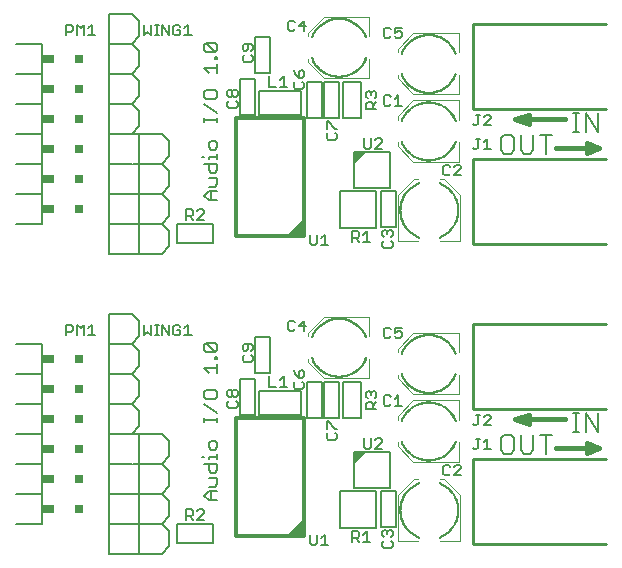
<source format=gto>
G75*
G70*
%OFA0.0B0.0*%
%FSLAX24Y24*%
%IPPOS*%
%LPD*%
%AMOC8*5,1,8,0,0,1.08239X$1,22.5*%
%ADD10C,0.0160*%
%ADD11C,0.0080*%
%ADD12C,0.0060*%
%ADD13C,0.0050*%
%ADD14C,0.0040*%
%ADD15C,0.0001*%
%ADD16C,0.0300*%
%ADD17R,0.0200X0.0300*%
%ADD18R,0.0400X0.0300*%
%ADD19R,0.0300X0.0300*%
%ADD20C,0.0100*%
%ADD21C,0.0120*%
D10*
X16640Y4480D02*
X17120Y4640D01*
X17120Y4320D01*
X16640Y4480D01*
X18320Y4480D01*
X19040Y3680D02*
X19040Y3360D01*
X19440Y3520D01*
X19040Y3680D01*
X19440Y3520D02*
X18000Y3520D01*
X19040Y13360D02*
X19440Y13520D01*
X19040Y13680D01*
X19040Y13360D01*
X19440Y13520D02*
X18000Y13520D01*
X18320Y14480D02*
X16640Y14480D01*
X17120Y14640D01*
X17120Y14320D01*
X16640Y14480D01*
D11*
X16497Y13961D02*
X16290Y13961D01*
X16186Y13857D01*
X16186Y13443D01*
X16290Y13340D01*
X16497Y13340D01*
X16600Y13443D01*
X16600Y13857D01*
X16497Y13961D01*
X16831Y13961D02*
X16831Y13443D01*
X16934Y13340D01*
X17141Y13340D01*
X17245Y13443D01*
X17245Y13961D01*
X17475Y13961D02*
X17889Y13961D01*
X17682Y13961D02*
X17682Y13340D01*
X18566Y14060D02*
X18773Y14060D01*
X18669Y14060D02*
X18669Y14681D01*
X18566Y14681D02*
X18773Y14681D01*
X18995Y14681D02*
X19409Y14060D01*
X19409Y14681D01*
X18995Y14681D02*
X18995Y14060D01*
X18995Y4681D02*
X19409Y4060D01*
X19409Y4681D01*
X18995Y4681D02*
X18995Y4060D01*
X18773Y4060D02*
X18566Y4060D01*
X18669Y4060D02*
X18669Y4681D01*
X18566Y4681D02*
X18773Y4681D01*
X17889Y3961D02*
X17475Y3961D01*
X17682Y3961D02*
X17682Y3340D01*
X17245Y3443D02*
X17245Y3961D01*
X16831Y3961D02*
X16831Y3443D01*
X16934Y3340D01*
X17141Y3340D01*
X17245Y3443D01*
X16600Y3443D02*
X16600Y3857D01*
X16497Y3961D01*
X16290Y3961D01*
X16186Y3857D01*
X16186Y3443D01*
X16290Y3340D01*
X16497Y3340D01*
X16600Y3443D01*
D12*
X875Y1000D02*
X0Y1000D01*
X0Y7000D02*
X875Y7000D01*
X875Y6000D01*
X0Y6000D01*
X875Y6000D02*
X875Y5000D01*
X0Y5000D01*
X875Y5000D02*
X875Y4000D01*
X0Y4000D01*
X875Y4000D02*
X875Y3000D01*
X0Y3000D01*
X0Y2000D02*
X875Y2000D01*
X875Y3000D01*
X875Y2000D02*
X875Y1000D01*
X6280Y1927D02*
X6426Y2074D01*
X6720Y2074D01*
X6647Y2240D02*
X6720Y2314D01*
X6720Y2534D01*
X6426Y2534D01*
X6500Y2701D02*
X6426Y2774D01*
X6426Y2994D01*
X6280Y2994D02*
X6720Y2994D01*
X6720Y2774D01*
X6647Y2701D01*
X6500Y2701D01*
X6426Y2240D02*
X6647Y2240D01*
X6500Y2074D02*
X6500Y1780D01*
X6426Y1780D02*
X6280Y1927D01*
X6426Y1780D02*
X6720Y1780D01*
X6720Y3161D02*
X6720Y3308D01*
X6720Y3234D02*
X6426Y3234D01*
X6426Y3161D01*
X6280Y3234D02*
X6206Y3234D01*
X6500Y3468D02*
X6647Y3468D01*
X6720Y3541D01*
X6720Y3688D01*
X6647Y3762D01*
X6500Y3762D01*
X6426Y3688D01*
X6426Y3541D01*
X6500Y3468D01*
X6720Y4389D02*
X6720Y4535D01*
X6720Y4462D02*
X6280Y4462D01*
X6280Y4389D02*
X6280Y4535D01*
X6280Y4989D02*
X6720Y4696D01*
X6647Y5156D02*
X6353Y5156D01*
X6280Y5229D01*
X6280Y5376D01*
X6353Y5449D01*
X6647Y5449D01*
X6720Y5376D01*
X6720Y5229D01*
X6647Y5156D01*
X6720Y6030D02*
X6720Y6324D01*
X6720Y6177D02*
X6280Y6177D01*
X6426Y6030D01*
X6647Y6490D02*
X6647Y6564D01*
X6720Y6564D01*
X6720Y6490D01*
X6647Y6490D01*
X6647Y6721D02*
X6353Y6721D01*
X6280Y6794D01*
X6280Y6941D01*
X6353Y7014D01*
X6647Y6721D01*
X6720Y6794D01*
X6720Y6941D01*
X6647Y7014D01*
X6353Y7014D01*
X875Y11000D02*
X0Y11000D01*
X0Y17000D02*
X875Y17000D01*
X875Y16000D01*
X0Y16000D01*
X875Y16000D02*
X875Y15000D01*
X0Y15000D01*
X0Y14000D02*
X875Y14000D01*
X875Y15000D01*
X875Y14000D02*
X875Y13000D01*
X0Y13000D01*
X875Y13000D02*
X875Y12000D01*
X0Y12000D01*
X875Y12000D02*
X875Y11000D01*
X6280Y11927D02*
X6426Y12074D01*
X6720Y12074D01*
X6647Y12240D02*
X6720Y12314D01*
X6720Y12534D01*
X6426Y12534D01*
X6500Y12701D02*
X6426Y12774D01*
X6426Y12994D01*
X6280Y12994D02*
X6720Y12994D01*
X6720Y12774D01*
X6647Y12701D01*
X6500Y12701D01*
X6426Y13161D02*
X6426Y13234D01*
X6720Y13234D01*
X6720Y13161D02*
X6720Y13308D01*
X6647Y13468D02*
X6720Y13541D01*
X6720Y13688D01*
X6647Y13762D01*
X6500Y13762D01*
X6426Y13688D01*
X6426Y13541D01*
X6500Y13468D01*
X6647Y13468D01*
X6280Y13234D02*
X6206Y13234D01*
X6426Y12240D02*
X6647Y12240D01*
X6500Y12074D02*
X6500Y11780D01*
X6426Y11780D02*
X6280Y11927D01*
X6426Y11780D02*
X6720Y11780D01*
X6720Y14389D02*
X6720Y14535D01*
X6720Y14462D02*
X6280Y14462D01*
X6280Y14389D02*
X6280Y14535D01*
X6280Y14989D02*
X6720Y14696D01*
X6647Y15156D02*
X6353Y15156D01*
X6280Y15229D01*
X6280Y15376D01*
X6353Y15449D01*
X6647Y15449D01*
X6720Y15376D01*
X6720Y15229D01*
X6647Y15156D01*
X6720Y16030D02*
X6720Y16324D01*
X6720Y16177D02*
X6280Y16177D01*
X6426Y16030D01*
X6647Y16490D02*
X6647Y16564D01*
X6720Y16564D01*
X6720Y16490D01*
X6647Y16490D01*
X6647Y16721D02*
X6353Y16721D01*
X6280Y16794D01*
X6280Y16941D01*
X6353Y17014D01*
X6647Y16721D01*
X6720Y16794D01*
X6720Y16941D01*
X6647Y17014D01*
X6353Y17014D01*
D13*
X5859Y17275D02*
X5625Y17275D01*
X5742Y17275D02*
X5742Y17625D01*
X5625Y17509D01*
X5491Y17567D02*
X5432Y17625D01*
X5315Y17625D01*
X5257Y17567D01*
X5257Y17333D01*
X5315Y17275D01*
X5432Y17275D01*
X5491Y17333D01*
X5491Y17450D01*
X5374Y17450D01*
X5122Y17275D02*
X5122Y17625D01*
X4889Y17625D02*
X5122Y17275D01*
X4889Y17275D02*
X4889Y17625D01*
X4760Y17625D02*
X4643Y17625D01*
X4702Y17625D02*
X4702Y17275D01*
X4760Y17275D02*
X4643Y17275D01*
X4509Y17275D02*
X4509Y17625D01*
X4275Y17625D02*
X4275Y17275D01*
X4392Y17392D01*
X4509Y17275D01*
X4125Y17250D02*
X3875Y17000D01*
X3125Y17000D01*
X3125Y16000D01*
X3125Y15000D01*
X3125Y14000D01*
X3125Y13000D01*
X3125Y12000D01*
X3125Y11000D01*
X4875Y11000D01*
X5125Y10750D01*
X5125Y10250D01*
X4875Y10000D01*
X3125Y10000D01*
X3125Y11000D01*
X4125Y11050D02*
X4125Y13950D01*
X3925Y14000D02*
X4875Y14000D01*
X5125Y13750D01*
X5125Y13250D01*
X4875Y13000D01*
X3925Y13000D01*
X3875Y13000D02*
X3125Y13000D01*
X3125Y12000D02*
X4875Y12000D01*
X5125Y11750D01*
X5125Y11250D01*
X4875Y11000D01*
X5379Y10985D02*
X6561Y10985D01*
X6561Y10355D01*
X5379Y10355D01*
X5379Y10985D01*
X5680Y11124D02*
X5680Y11475D01*
X5855Y11475D01*
X5914Y11416D01*
X5914Y11299D01*
X5855Y11241D01*
X5680Y11241D01*
X5797Y11241D02*
X5914Y11124D01*
X6048Y11124D02*
X6282Y11358D01*
X6282Y11416D01*
X6223Y11475D01*
X6107Y11475D01*
X6048Y11416D01*
X6048Y11124D02*
X6282Y11124D01*
X5125Y12250D02*
X4875Y12000D01*
X5125Y12250D02*
X5125Y12750D01*
X4875Y13000D01*
X3875Y14000D02*
X3125Y14000D01*
X3875Y14000D02*
X4125Y14250D01*
X4125Y14750D01*
X3875Y15000D01*
X3125Y15000D01*
X3875Y15000D02*
X4125Y15250D01*
X4125Y15750D01*
X3875Y16000D01*
X3125Y16000D01*
X3875Y16000D02*
X4125Y16250D01*
X4125Y16750D01*
X3875Y17000D01*
X4125Y17250D02*
X4125Y17750D01*
X3875Y18000D01*
X3125Y18000D01*
X3125Y17000D01*
X2645Y17275D02*
X2412Y17275D01*
X2528Y17275D02*
X2528Y17625D01*
X2412Y17509D01*
X2277Y17625D02*
X2277Y17275D01*
X2043Y17275D02*
X2043Y17625D01*
X2160Y17509D01*
X2277Y17625D01*
X1909Y17567D02*
X1909Y17450D01*
X1850Y17392D01*
X1675Y17392D01*
X1675Y17275D02*
X1675Y17625D01*
X1850Y17625D01*
X1909Y17567D01*
X7045Y15408D02*
X7103Y15467D01*
X7161Y15467D01*
X7220Y15408D01*
X7220Y15292D01*
X7161Y15233D01*
X7103Y15233D01*
X7045Y15292D01*
X7045Y15408D01*
X7220Y15408D02*
X7278Y15467D01*
X7337Y15467D01*
X7395Y15408D01*
X7395Y15292D01*
X7337Y15233D01*
X7278Y15233D01*
X7220Y15292D01*
X7337Y15099D02*
X7395Y15040D01*
X7395Y14923D01*
X7337Y14865D01*
X7103Y14865D01*
X7045Y14923D01*
X7045Y15040D01*
X7103Y15099D01*
X7470Y14640D02*
X7970Y14640D01*
X7970Y15840D01*
X7470Y15840D01*
X7470Y14640D01*
X8100Y14640D02*
X9500Y14640D01*
X9500Y15440D01*
X8100Y15440D01*
X8100Y14640D01*
X8445Y15565D02*
X8679Y15565D01*
X8813Y15565D02*
X9047Y15565D01*
X8930Y15565D02*
X8930Y15915D01*
X8813Y15799D01*
X8445Y15915D02*
X8445Y15565D01*
X8490Y16040D02*
X7990Y16040D01*
X7990Y17240D01*
X8490Y17240D01*
X8490Y16040D01*
X7915Y16453D02*
X7915Y16570D01*
X7857Y16629D01*
X7857Y16763D02*
X7915Y16822D01*
X7915Y16938D01*
X7857Y16997D01*
X7623Y16997D01*
X7565Y16938D01*
X7565Y16822D01*
X7623Y16763D01*
X7681Y16763D01*
X7740Y16822D01*
X7740Y16997D01*
X7623Y16629D02*
X7565Y16570D01*
X7565Y16453D01*
X7623Y16395D01*
X7857Y16395D01*
X7915Y16453D01*
X9072Y17481D02*
X9130Y17422D01*
X9247Y17422D01*
X9306Y17481D01*
X9440Y17597D02*
X9674Y17597D01*
X9615Y17422D02*
X9615Y17773D01*
X9440Y17597D01*
X9306Y17714D02*
X9247Y17773D01*
X9130Y17773D01*
X9072Y17714D01*
X9072Y17481D01*
X9265Y16107D02*
X9323Y15990D01*
X9440Y15873D01*
X9440Y16048D01*
X9498Y16107D01*
X9557Y16107D01*
X9615Y16048D01*
X9615Y15932D01*
X9557Y15873D01*
X9440Y15873D01*
X9557Y15739D02*
X9615Y15680D01*
X9615Y15563D01*
X9557Y15505D01*
X9323Y15505D01*
X9265Y15563D01*
X9265Y15680D01*
X9323Y15739D01*
X9710Y15730D02*
X10210Y15730D01*
X10210Y14530D01*
X9710Y14530D01*
X9710Y15730D01*
X10290Y15730D02*
X10790Y15730D01*
X10790Y14530D01*
X10290Y14530D01*
X10290Y15730D01*
X10895Y15711D02*
X11525Y15711D01*
X11525Y14529D01*
X10895Y14529D01*
X10895Y15711D01*
X11674Y15357D02*
X11674Y15240D01*
X11732Y15182D01*
X11732Y15047D02*
X11849Y15047D01*
X11908Y14988D01*
X11908Y14813D01*
X12024Y14813D02*
X11674Y14813D01*
X11674Y14988D01*
X11732Y15047D01*
X11908Y14930D02*
X12024Y15047D01*
X11966Y15182D02*
X12024Y15240D01*
X12024Y15357D01*
X11966Y15415D01*
X11908Y15415D01*
X11849Y15357D01*
X11849Y15298D01*
X11849Y15357D02*
X11791Y15415D01*
X11732Y15415D01*
X11674Y15357D01*
X12262Y15224D02*
X12262Y14991D01*
X12320Y14932D01*
X12437Y14932D01*
X12496Y14991D01*
X12630Y14932D02*
X12864Y14932D01*
X12747Y14932D02*
X12747Y15283D01*
X12630Y15166D01*
X12496Y15224D02*
X12437Y15283D01*
X12320Y15283D01*
X12262Y15224D01*
X12153Y13841D02*
X12036Y13841D01*
X11978Y13782D01*
X11843Y13841D02*
X11843Y13549D01*
X11784Y13491D01*
X11668Y13491D01*
X11609Y13549D01*
X11609Y13841D01*
X11630Y13390D02*
X11280Y13390D01*
X11280Y13040D01*
X11630Y13390D01*
X11589Y13349D02*
X11280Y13349D01*
X11284Y13387D02*
X11284Y12206D01*
X12465Y12206D01*
X12465Y13387D01*
X11284Y13387D01*
X11280Y13301D02*
X11541Y13301D01*
X11492Y13252D02*
X11280Y13252D01*
X11280Y13204D02*
X11444Y13204D01*
X11395Y13155D02*
X11280Y13155D01*
X11280Y13107D02*
X11347Y13107D01*
X11298Y13058D02*
X11280Y13058D01*
X11978Y13491D02*
X12211Y13724D01*
X12211Y13782D01*
X12153Y13841D01*
X12211Y13491D02*
X11978Y13491D01*
X10715Y13863D02*
X10715Y13980D01*
X10657Y14039D01*
X10657Y14173D02*
X10715Y14173D01*
X10657Y14173D02*
X10423Y14407D01*
X10365Y14407D01*
X10365Y14173D01*
X10423Y14039D02*
X10365Y13980D01*
X10365Y13863D01*
X10423Y13805D01*
X10657Y13805D01*
X10715Y13863D01*
X10819Y12105D02*
X12001Y12105D01*
X12001Y10845D01*
X10819Y10845D01*
X10819Y12105D01*
X12160Y12090D02*
X12160Y10890D01*
X12660Y10890D01*
X12660Y12090D01*
X12160Y12090D01*
X12273Y10787D02*
X12331Y10787D01*
X12390Y10728D01*
X12448Y10787D01*
X12507Y10787D01*
X12565Y10728D01*
X12565Y10612D01*
X12507Y10553D01*
X12507Y10419D02*
X12565Y10360D01*
X12565Y10243D01*
X12507Y10185D01*
X12273Y10185D01*
X12215Y10243D01*
X12215Y10360D01*
X12273Y10419D01*
X12273Y10553D02*
X12215Y10612D01*
X12215Y10728D01*
X12273Y10787D01*
X12390Y10728D02*
X12390Y10670D01*
X11822Y10404D02*
X11588Y10404D01*
X11705Y10404D02*
X11705Y10755D01*
X11588Y10638D01*
X11454Y10696D02*
X11454Y10579D01*
X11395Y10521D01*
X11220Y10521D01*
X11220Y10404D02*
X11220Y10755D01*
X11395Y10755D01*
X11454Y10696D01*
X11337Y10521D02*
X11454Y10404D01*
X10416Y10286D02*
X10182Y10286D01*
X10299Y10286D02*
X10299Y10637D01*
X10182Y10520D01*
X10047Y10637D02*
X10047Y10345D01*
X9989Y10286D01*
X9872Y10286D01*
X9814Y10345D01*
X9814Y10637D01*
X9615Y7773D02*
X9440Y7597D01*
X9674Y7597D01*
X9615Y7422D02*
X9615Y7773D01*
X9306Y7714D02*
X9247Y7773D01*
X9130Y7773D01*
X9072Y7714D01*
X9072Y7481D01*
X9130Y7422D01*
X9247Y7422D01*
X9306Y7481D01*
X8490Y7240D02*
X7990Y7240D01*
X7990Y6040D01*
X8490Y6040D01*
X8490Y7240D01*
X7915Y6938D02*
X7915Y6822D01*
X7857Y6763D01*
X7740Y6822D02*
X7740Y6997D01*
X7857Y6997D02*
X7623Y6997D01*
X7565Y6938D01*
X7565Y6822D01*
X7623Y6763D01*
X7681Y6763D01*
X7740Y6822D01*
X7915Y6938D02*
X7857Y6997D01*
X7857Y6629D02*
X7915Y6570D01*
X7915Y6453D01*
X7857Y6395D01*
X7623Y6395D01*
X7565Y6453D01*
X7565Y6570D01*
X7623Y6629D01*
X8445Y5915D02*
X8445Y5565D01*
X8679Y5565D01*
X8813Y5565D02*
X9047Y5565D01*
X8930Y5565D02*
X8930Y5915D01*
X8813Y5799D01*
X9265Y5680D02*
X9265Y5563D01*
X9323Y5505D01*
X9557Y5505D01*
X9615Y5563D01*
X9615Y5680D01*
X9557Y5739D01*
X9557Y5873D02*
X9615Y5932D01*
X9615Y6048D01*
X9557Y6107D01*
X9498Y6107D01*
X9440Y6048D01*
X9440Y5873D01*
X9557Y5873D01*
X9440Y5873D02*
X9323Y5990D01*
X9265Y6107D01*
X9323Y5739D02*
X9265Y5680D01*
X9500Y5440D02*
X8100Y5440D01*
X8100Y4640D01*
X9500Y4640D01*
X9500Y5440D01*
X9710Y5730D02*
X10210Y5730D01*
X10210Y4530D01*
X9710Y4530D01*
X9710Y5730D01*
X10290Y5730D02*
X10790Y5730D01*
X10790Y4530D01*
X10290Y4530D01*
X10290Y5730D01*
X10895Y5711D02*
X11525Y5711D01*
X11525Y4529D01*
X10895Y4529D01*
X10895Y5711D01*
X11674Y5357D02*
X11674Y5240D01*
X11732Y5182D01*
X11732Y5047D02*
X11849Y5047D01*
X11908Y4988D01*
X11908Y4813D01*
X12024Y4813D02*
X11674Y4813D01*
X11674Y4988D01*
X11732Y5047D01*
X11908Y4930D02*
X12024Y5047D01*
X11966Y5182D02*
X12024Y5240D01*
X12024Y5357D01*
X11966Y5415D01*
X11908Y5415D01*
X11849Y5357D01*
X11849Y5298D01*
X11849Y5357D02*
X11791Y5415D01*
X11732Y5415D01*
X11674Y5357D01*
X12262Y5224D02*
X12262Y4991D01*
X12320Y4932D01*
X12437Y4932D01*
X12496Y4991D01*
X12630Y4932D02*
X12864Y4932D01*
X12747Y4932D02*
X12747Y5283D01*
X12630Y5166D01*
X12496Y5224D02*
X12437Y5283D01*
X12320Y5283D01*
X12262Y5224D01*
X12153Y3841D02*
X12036Y3841D01*
X11978Y3782D01*
X11843Y3841D02*
X11843Y3549D01*
X11784Y3491D01*
X11668Y3491D01*
X11609Y3549D01*
X11609Y3841D01*
X11630Y3390D02*
X11280Y3390D01*
X11280Y3040D01*
X11630Y3390D01*
X11589Y3349D02*
X11280Y3349D01*
X11284Y3387D02*
X11284Y2206D01*
X12465Y2206D01*
X12465Y3387D01*
X11284Y3387D01*
X11280Y3301D02*
X11541Y3301D01*
X11492Y3252D02*
X11280Y3252D01*
X11280Y3204D02*
X11444Y3204D01*
X11395Y3155D02*
X11280Y3155D01*
X11280Y3107D02*
X11347Y3107D01*
X11298Y3058D02*
X11280Y3058D01*
X11978Y3491D02*
X12211Y3724D01*
X12211Y3782D01*
X12153Y3841D01*
X12211Y3491D02*
X11978Y3491D01*
X10715Y3863D02*
X10715Y3980D01*
X10657Y4039D01*
X10657Y4173D02*
X10715Y4173D01*
X10657Y4173D02*
X10423Y4407D01*
X10365Y4407D01*
X10365Y4173D01*
X10423Y4039D02*
X10365Y3980D01*
X10365Y3863D01*
X10423Y3805D01*
X10657Y3805D01*
X10715Y3863D01*
X10819Y2105D02*
X12001Y2105D01*
X12001Y845D01*
X10819Y845D01*
X10819Y2105D01*
X12160Y2090D02*
X12660Y2090D01*
X12660Y890D01*
X12160Y890D01*
X12160Y2090D01*
X12273Y787D02*
X12331Y787D01*
X12390Y728D01*
X12448Y787D01*
X12507Y787D01*
X12565Y728D01*
X12565Y612D01*
X12507Y553D01*
X12507Y419D02*
X12565Y360D01*
X12565Y243D01*
X12507Y185D01*
X12273Y185D01*
X12215Y243D01*
X12215Y360D01*
X12273Y419D01*
X12273Y553D02*
X12215Y612D01*
X12215Y728D01*
X12273Y787D01*
X12390Y728D02*
X12390Y670D01*
X11822Y404D02*
X11588Y404D01*
X11705Y404D02*
X11705Y755D01*
X11588Y638D01*
X11454Y696D02*
X11454Y579D01*
X11395Y521D01*
X11220Y521D01*
X11220Y404D02*
X11220Y755D01*
X11395Y755D01*
X11454Y696D01*
X11337Y521D02*
X11454Y404D01*
X10416Y286D02*
X10182Y286D01*
X10299Y286D02*
X10299Y637D01*
X10182Y520D01*
X10047Y637D02*
X10047Y345D01*
X9989Y286D01*
X9872Y286D01*
X9814Y345D01*
X9814Y637D01*
X6561Y355D02*
X5379Y355D01*
X5379Y985D01*
X6561Y985D01*
X6561Y355D01*
X6282Y1124D02*
X6048Y1124D01*
X6282Y1358D01*
X6282Y1416D01*
X6223Y1475D01*
X6107Y1475D01*
X6048Y1416D01*
X5914Y1416D02*
X5914Y1299D01*
X5855Y1241D01*
X5680Y1241D01*
X5680Y1124D02*
X5680Y1475D01*
X5855Y1475D01*
X5914Y1416D01*
X5797Y1241D02*
X5914Y1124D01*
X5125Y1250D02*
X5125Y1750D01*
X4875Y2000D01*
X3125Y2000D01*
X3125Y1000D01*
X4875Y1000D01*
X5125Y750D01*
X5125Y250D01*
X4875Y0D01*
X3125Y0D01*
X3125Y1000D01*
X4125Y1050D02*
X4125Y3950D01*
X3925Y4000D02*
X4875Y4000D01*
X5125Y3750D01*
X5125Y3250D01*
X4875Y3000D01*
X3925Y3000D01*
X3875Y3000D02*
X3125Y3000D01*
X3125Y2000D01*
X3125Y3000D02*
X3125Y4000D01*
X3125Y5000D01*
X3125Y6000D01*
X3125Y7000D01*
X3125Y8000D01*
X3875Y8000D01*
X4125Y7750D01*
X4125Y7250D01*
X3875Y7000D01*
X3125Y7000D01*
X2645Y7275D02*
X2412Y7275D01*
X2528Y7275D02*
X2528Y7625D01*
X2412Y7509D01*
X2277Y7625D02*
X2277Y7275D01*
X2043Y7275D02*
X2043Y7625D01*
X2160Y7509D01*
X2277Y7625D01*
X1909Y7567D02*
X1909Y7450D01*
X1850Y7392D01*
X1675Y7392D01*
X1675Y7275D02*
X1675Y7625D01*
X1850Y7625D01*
X1909Y7567D01*
X3125Y6000D02*
X3875Y6000D01*
X4125Y5750D01*
X4125Y5250D01*
X3875Y5000D01*
X3125Y5000D01*
X3875Y5000D02*
X4125Y4750D01*
X4125Y4250D01*
X3875Y4000D01*
X3125Y4000D01*
X4875Y3000D02*
X5125Y2750D01*
X5125Y2250D01*
X4875Y2000D01*
X5125Y1250D02*
X4875Y1000D01*
X4125Y950D02*
X4125Y50D01*
X7470Y4640D02*
X7970Y4640D01*
X7970Y5840D01*
X7470Y5840D01*
X7470Y4640D01*
X7337Y4865D02*
X7103Y4865D01*
X7045Y4923D01*
X7045Y5040D01*
X7103Y5099D01*
X7103Y5233D02*
X7161Y5233D01*
X7220Y5292D01*
X7220Y5408D01*
X7278Y5467D01*
X7337Y5467D01*
X7395Y5408D01*
X7395Y5292D01*
X7337Y5233D01*
X7278Y5233D01*
X7220Y5292D01*
X7220Y5408D02*
X7161Y5467D01*
X7103Y5467D01*
X7045Y5408D01*
X7045Y5292D01*
X7103Y5233D01*
X7337Y5099D02*
X7395Y5040D01*
X7395Y4923D01*
X7337Y4865D01*
X5859Y7275D02*
X5625Y7275D01*
X5742Y7275D02*
X5742Y7625D01*
X5625Y7509D01*
X5491Y7567D02*
X5432Y7625D01*
X5315Y7625D01*
X5257Y7567D01*
X5257Y7333D01*
X5315Y7275D01*
X5432Y7275D01*
X5491Y7333D01*
X5491Y7450D01*
X5374Y7450D01*
X5122Y7275D02*
X5122Y7625D01*
X4889Y7625D02*
X5122Y7275D01*
X4889Y7275D02*
X4889Y7625D01*
X4760Y7625D02*
X4643Y7625D01*
X4702Y7625D02*
X4702Y7275D01*
X4760Y7275D02*
X4643Y7275D01*
X4509Y7275D02*
X4509Y7625D01*
X4275Y7625D02*
X4275Y7275D01*
X4392Y7392D01*
X4509Y7275D01*
X4125Y6750D02*
X4125Y6250D01*
X3875Y6000D01*
X4125Y6750D02*
X3875Y7000D01*
X4125Y10050D02*
X4125Y10950D01*
X12262Y7474D02*
X12262Y7241D01*
X12320Y7182D01*
X12437Y7182D01*
X12496Y7241D01*
X12630Y7241D02*
X12689Y7182D01*
X12805Y7182D01*
X12864Y7241D01*
X12864Y7357D01*
X12805Y7416D01*
X12747Y7416D01*
X12630Y7357D01*
X12630Y7533D01*
X12864Y7533D01*
X12496Y7474D02*
X12437Y7533D01*
X12320Y7533D01*
X12262Y7474D01*
X15350Y4625D02*
X15466Y4625D01*
X15408Y4625D02*
X15408Y4333D01*
X15350Y4275D01*
X15291Y4275D01*
X15233Y4333D01*
X15601Y4275D02*
X15835Y4509D01*
X15835Y4567D01*
X15776Y4625D01*
X15660Y4625D01*
X15601Y4567D01*
X15601Y4275D02*
X15835Y4275D01*
X15718Y3825D02*
X15718Y3475D01*
X15601Y3475D02*
X15835Y3475D01*
X15601Y3709D02*
X15718Y3825D01*
X15466Y3825D02*
X15350Y3825D01*
X15408Y3825D02*
X15408Y3533D01*
X15350Y3475D01*
X15291Y3475D01*
X15233Y3533D01*
X14795Y2963D02*
X14679Y2963D01*
X14620Y2904D01*
X14486Y2904D02*
X14427Y2963D01*
X14310Y2963D01*
X14252Y2904D01*
X14252Y2671D01*
X14310Y2612D01*
X14427Y2612D01*
X14486Y2671D01*
X14620Y2612D02*
X14854Y2846D01*
X14854Y2904D01*
X14795Y2963D01*
X14854Y2612D02*
X14620Y2612D01*
X15835Y14567D02*
X15776Y14625D01*
X15660Y14625D01*
X15601Y14567D01*
X15466Y14625D02*
X15350Y14625D01*
X15408Y14625D02*
X15408Y14333D01*
X15350Y14275D01*
X15291Y14275D01*
X15233Y14333D01*
X15601Y14275D02*
X15835Y14509D01*
X15835Y14567D01*
X15835Y14275D02*
X15601Y14275D01*
X15718Y13825D02*
X15718Y13475D01*
X15601Y13475D02*
X15835Y13475D01*
X15601Y13709D02*
X15718Y13825D01*
X15466Y13825D02*
X15350Y13825D01*
X15408Y13825D02*
X15408Y13533D01*
X15350Y13475D01*
X15291Y13475D01*
X15233Y13533D01*
X14795Y12963D02*
X14679Y12963D01*
X14620Y12904D01*
X14486Y12904D02*
X14427Y12963D01*
X14310Y12963D01*
X14252Y12904D01*
X14252Y12671D01*
X14310Y12612D01*
X14427Y12612D01*
X14486Y12671D01*
X14620Y12612D02*
X14854Y12846D01*
X14854Y12904D01*
X14795Y12963D01*
X14854Y12612D02*
X14620Y12612D01*
X12805Y17182D02*
X12689Y17182D01*
X12630Y17241D01*
X12630Y17357D02*
X12747Y17416D01*
X12805Y17416D01*
X12864Y17357D01*
X12864Y17241D01*
X12805Y17182D01*
X12630Y17357D02*
X12630Y17533D01*
X12864Y17533D01*
X12496Y17474D02*
X12437Y17533D01*
X12320Y17533D01*
X12262Y17474D01*
X12262Y17241D01*
X12320Y17182D01*
X12437Y17182D01*
X12496Y17241D01*
D14*
X12726Y16832D02*
X13258Y17364D01*
X14774Y17364D01*
X14774Y16714D01*
X14774Y15966D02*
X14774Y15316D01*
X13258Y15316D01*
X12726Y15848D01*
X12726Y15966D01*
X12726Y16714D02*
X12726Y16832D01*
X11784Y16506D02*
X11784Y15856D01*
X10268Y15856D01*
X9736Y16388D01*
X9736Y16506D01*
X9736Y17254D02*
X9736Y17372D01*
X10268Y17904D01*
X11784Y17904D01*
X11784Y17254D01*
X13258Y15114D02*
X14774Y15114D01*
X14774Y14464D01*
X14774Y13716D02*
X14774Y13066D01*
X13258Y13066D01*
X12726Y13598D01*
X12726Y13716D01*
X12726Y14464D02*
X12726Y14582D01*
X13258Y15114D01*
X13278Y12484D02*
X13396Y12484D01*
X13278Y12484D02*
X12746Y11952D01*
X12746Y10436D01*
X13396Y10436D01*
X14144Y10436D02*
X14794Y10436D01*
X14794Y11952D01*
X14262Y12484D01*
X14144Y12484D01*
X11784Y7904D02*
X10268Y7904D01*
X9736Y7372D01*
X9736Y7254D01*
X9736Y6506D02*
X9736Y6388D01*
X10268Y5856D01*
X11784Y5856D01*
X11784Y6506D01*
X11784Y7254D02*
X11784Y7904D01*
X12726Y6832D02*
X13258Y7364D01*
X14774Y7364D01*
X14774Y6714D01*
X14774Y5966D02*
X14774Y5316D01*
X13258Y5316D01*
X12726Y5848D01*
X12726Y5966D01*
X12726Y6714D02*
X12726Y6832D01*
X13258Y5114D02*
X14774Y5114D01*
X14774Y4464D01*
X14774Y3716D02*
X14774Y3066D01*
X13258Y3066D01*
X12726Y3598D01*
X12726Y3716D01*
X12726Y4464D02*
X12726Y4582D01*
X13258Y5114D01*
X13278Y2484D02*
X13396Y2484D01*
X13278Y2484D02*
X12746Y1952D01*
X12746Y436D01*
X13396Y436D01*
X14144Y436D02*
X14794Y436D01*
X14794Y1952D01*
X14262Y2484D01*
X14144Y2484D01*
D15*
X14111Y537D02*
X14098Y573D01*
X14154Y596D01*
X14209Y622D01*
X14262Y652D01*
X14312Y685D01*
X14361Y721D01*
X14407Y761D01*
X14450Y803D01*
X14491Y848D01*
X14529Y895D01*
X14563Y945D01*
X14595Y996D01*
X14623Y1050D01*
X14647Y1106D01*
X14668Y1162D01*
X14685Y1220D01*
X14699Y1279D01*
X14708Y1339D01*
X14714Y1399D01*
X14716Y1460D01*
X14714Y1521D01*
X14708Y1581D01*
X14699Y1641D01*
X14685Y1700D01*
X14668Y1758D01*
X14647Y1814D01*
X14623Y1870D01*
X14595Y1924D01*
X14563Y1975D01*
X14529Y2025D01*
X14491Y2072D01*
X14450Y2117D01*
X14407Y2159D01*
X14361Y2199D01*
X14312Y2235D01*
X14262Y2268D01*
X14209Y2298D01*
X14154Y2324D01*
X14098Y2347D01*
X14111Y2383D01*
X14112Y2384D01*
X14169Y2361D01*
X14224Y2334D01*
X14278Y2304D01*
X14329Y2271D01*
X14379Y2234D01*
X14426Y2195D01*
X14470Y2153D01*
X14512Y2107D01*
X14551Y2060D01*
X14587Y2010D01*
X14620Y1958D01*
X14649Y1904D01*
X14675Y1848D01*
X14698Y1791D01*
X14716Y1733D01*
X14732Y1673D01*
X14743Y1613D01*
X14751Y1552D01*
X14755Y1491D01*
X14755Y1429D01*
X14751Y1368D01*
X14743Y1307D01*
X14732Y1247D01*
X14716Y1187D01*
X14698Y1129D01*
X14675Y1072D01*
X14649Y1016D01*
X14620Y962D01*
X14587Y910D01*
X14551Y860D01*
X14512Y813D01*
X14470Y767D01*
X14426Y725D01*
X14379Y686D01*
X14329Y649D01*
X14278Y616D01*
X14224Y586D01*
X14169Y559D01*
X14112Y536D01*
X14112Y537D01*
X14168Y560D01*
X14224Y587D01*
X14277Y617D01*
X14329Y650D01*
X14378Y687D01*
X14425Y726D01*
X14470Y768D01*
X14512Y813D01*
X14550Y861D01*
X14586Y910D01*
X14619Y962D01*
X14648Y1016D01*
X14674Y1072D01*
X14697Y1129D01*
X14715Y1187D01*
X14731Y1247D01*
X14742Y1307D01*
X14750Y1368D01*
X14754Y1429D01*
X14754Y1491D01*
X14750Y1552D01*
X14742Y1613D01*
X14731Y1673D01*
X14715Y1733D01*
X14697Y1791D01*
X14674Y1848D01*
X14648Y1904D01*
X14619Y1958D01*
X14586Y2010D01*
X14550Y2059D01*
X14512Y2107D01*
X14470Y2152D01*
X14425Y2194D01*
X14378Y2233D01*
X14329Y2270D01*
X14277Y2303D01*
X14224Y2333D01*
X14168Y2360D01*
X14112Y2383D01*
X14111Y2382D01*
X14168Y2359D01*
X14223Y2332D01*
X14277Y2302D01*
X14328Y2269D01*
X14378Y2233D01*
X14425Y2193D01*
X14469Y2151D01*
X14511Y2106D01*
X14550Y2059D01*
X14585Y2009D01*
X14618Y1957D01*
X14647Y1903D01*
X14673Y1848D01*
X14696Y1791D01*
X14715Y1732D01*
X14730Y1673D01*
X14741Y1613D01*
X14749Y1552D01*
X14753Y1491D01*
X14753Y1429D01*
X14749Y1368D01*
X14741Y1307D01*
X14730Y1247D01*
X14715Y1188D01*
X14696Y1129D01*
X14673Y1072D01*
X14647Y1017D01*
X14618Y963D01*
X14585Y911D01*
X14550Y861D01*
X14511Y814D01*
X14469Y769D01*
X14425Y727D01*
X14378Y687D01*
X14328Y651D01*
X14277Y618D01*
X14223Y588D01*
X14168Y561D01*
X14111Y538D01*
X14111Y539D01*
X14168Y562D01*
X14223Y589D01*
X14276Y619D01*
X14328Y652D01*
X14377Y688D01*
X14424Y727D01*
X14468Y770D01*
X14510Y814D01*
X14549Y862D01*
X14585Y912D01*
X14617Y963D01*
X14646Y1017D01*
X14672Y1073D01*
X14695Y1130D01*
X14714Y1188D01*
X14729Y1247D01*
X14740Y1307D01*
X14748Y1368D01*
X14752Y1429D01*
X14752Y1491D01*
X14748Y1552D01*
X14740Y1613D01*
X14729Y1673D01*
X14714Y1732D01*
X14695Y1790D01*
X14672Y1847D01*
X14646Y1903D01*
X14617Y1957D01*
X14585Y2008D01*
X14549Y2058D01*
X14510Y2106D01*
X14468Y2150D01*
X14424Y2193D01*
X14377Y2232D01*
X14328Y2268D01*
X14276Y2301D01*
X14223Y2331D01*
X14168Y2358D01*
X14111Y2381D01*
X14111Y2380D01*
X14167Y2357D01*
X14222Y2330D01*
X14276Y2301D01*
X14327Y2267D01*
X14376Y2231D01*
X14423Y2192D01*
X14468Y2150D01*
X14509Y2105D01*
X14548Y2058D01*
X14584Y2008D01*
X14616Y1956D01*
X14646Y1902D01*
X14671Y1847D01*
X14694Y1790D01*
X14713Y1732D01*
X14728Y1672D01*
X14739Y1612D01*
X14747Y1552D01*
X14751Y1491D01*
X14751Y1429D01*
X14747Y1368D01*
X14739Y1308D01*
X14728Y1248D01*
X14713Y1188D01*
X14694Y1130D01*
X14671Y1073D01*
X14646Y1018D01*
X14616Y964D01*
X14584Y912D01*
X14548Y862D01*
X14509Y815D01*
X14468Y770D01*
X14423Y728D01*
X14376Y689D01*
X14327Y653D01*
X14276Y619D01*
X14222Y590D01*
X14167Y563D01*
X14111Y540D01*
X14110Y541D01*
X14167Y564D01*
X14222Y590D01*
X14275Y620D01*
X14327Y653D01*
X14376Y690D01*
X14423Y729D01*
X14467Y771D01*
X14509Y816D01*
X14547Y863D01*
X14583Y913D01*
X14615Y964D01*
X14645Y1018D01*
X14671Y1073D01*
X14693Y1130D01*
X14712Y1189D01*
X14727Y1248D01*
X14738Y1308D01*
X14746Y1368D01*
X14750Y1429D01*
X14750Y1491D01*
X14746Y1552D01*
X14738Y1612D01*
X14727Y1672D01*
X14712Y1731D01*
X14693Y1790D01*
X14671Y1847D01*
X14645Y1902D01*
X14615Y1956D01*
X14583Y2007D01*
X14547Y2057D01*
X14509Y2104D01*
X14467Y2149D01*
X14423Y2191D01*
X14376Y2230D01*
X14327Y2267D01*
X14275Y2300D01*
X14222Y2330D01*
X14167Y2356D01*
X14110Y2379D01*
X14110Y2378D01*
X14166Y2355D01*
X14221Y2329D01*
X14275Y2299D01*
X14326Y2266D01*
X14375Y2230D01*
X14422Y2190D01*
X14466Y2148D01*
X14508Y2104D01*
X14546Y2056D01*
X14582Y2007D01*
X14615Y1955D01*
X14644Y1901D01*
X14670Y1846D01*
X14692Y1789D01*
X14711Y1731D01*
X14726Y1672D01*
X14737Y1612D01*
X14745Y1551D01*
X14749Y1491D01*
X14749Y1429D01*
X14745Y1369D01*
X14737Y1308D01*
X14726Y1248D01*
X14711Y1189D01*
X14692Y1131D01*
X14670Y1074D01*
X14644Y1019D01*
X14615Y965D01*
X14582Y913D01*
X14546Y864D01*
X14508Y816D01*
X14466Y772D01*
X14422Y730D01*
X14375Y690D01*
X14326Y654D01*
X14275Y621D01*
X14221Y591D01*
X14166Y565D01*
X14110Y542D01*
X14109Y543D01*
X14166Y566D01*
X14221Y592D01*
X14274Y622D01*
X14325Y655D01*
X14375Y691D01*
X14421Y730D01*
X14465Y772D01*
X14507Y817D01*
X14546Y864D01*
X14581Y914D01*
X14614Y965D01*
X14643Y1019D01*
X14669Y1074D01*
X14691Y1131D01*
X14710Y1189D01*
X14725Y1248D01*
X14736Y1308D01*
X14744Y1369D01*
X14748Y1430D01*
X14748Y1490D01*
X14744Y1551D01*
X14736Y1612D01*
X14725Y1672D01*
X14710Y1731D01*
X14691Y1789D01*
X14669Y1846D01*
X14643Y1901D01*
X14614Y1955D01*
X14581Y2006D01*
X14546Y2056D01*
X14507Y2103D01*
X14465Y2148D01*
X14421Y2190D01*
X14375Y2229D01*
X14325Y2265D01*
X14274Y2298D01*
X14221Y2328D01*
X14166Y2354D01*
X14109Y2377D01*
X14109Y2376D01*
X14166Y2353D01*
X14221Y2327D01*
X14274Y2297D01*
X14325Y2264D01*
X14374Y2228D01*
X14421Y2189D01*
X14465Y2147D01*
X14506Y2102D01*
X14545Y2055D01*
X14580Y2006D01*
X14613Y1954D01*
X14642Y1901D01*
X14668Y1845D01*
X14690Y1789D01*
X14709Y1731D01*
X14724Y1672D01*
X14735Y1612D01*
X14743Y1551D01*
X14747Y1490D01*
X14747Y1430D01*
X14743Y1369D01*
X14735Y1308D01*
X14724Y1248D01*
X14709Y1189D01*
X14690Y1131D01*
X14668Y1075D01*
X14642Y1019D01*
X14613Y966D01*
X14580Y914D01*
X14545Y865D01*
X14506Y818D01*
X14465Y773D01*
X14421Y731D01*
X14374Y692D01*
X14325Y656D01*
X14274Y623D01*
X14221Y593D01*
X14166Y567D01*
X14109Y544D01*
X14109Y545D01*
X14165Y568D01*
X14220Y594D01*
X14273Y624D01*
X14324Y657D01*
X14373Y693D01*
X14420Y732D01*
X14464Y774D01*
X14505Y818D01*
X14544Y866D01*
X14580Y915D01*
X14612Y966D01*
X14641Y1020D01*
X14667Y1075D01*
X14689Y1132D01*
X14708Y1190D01*
X14723Y1249D01*
X14734Y1308D01*
X14742Y1369D01*
X14746Y1430D01*
X14746Y1490D01*
X14742Y1551D01*
X14734Y1612D01*
X14723Y1671D01*
X14708Y1730D01*
X14689Y1788D01*
X14667Y1845D01*
X14641Y1900D01*
X14612Y1954D01*
X14580Y2005D01*
X14544Y2054D01*
X14505Y2102D01*
X14464Y2146D01*
X14420Y2188D01*
X14373Y2227D01*
X14324Y2263D01*
X14273Y2296D01*
X14220Y2326D01*
X14165Y2352D01*
X14109Y2375D01*
X14108Y2374D01*
X14165Y2351D01*
X14220Y2325D01*
X14273Y2295D01*
X14324Y2262D01*
X14373Y2226D01*
X14419Y2187D01*
X14463Y2145D01*
X14505Y2101D01*
X14543Y2054D01*
X14579Y2005D01*
X14611Y1953D01*
X14640Y1900D01*
X14666Y1845D01*
X14688Y1788D01*
X14707Y1730D01*
X14722Y1671D01*
X14733Y1611D01*
X14741Y1551D01*
X14745Y1490D01*
X14745Y1430D01*
X14741Y1369D01*
X14733Y1309D01*
X14722Y1249D01*
X14707Y1190D01*
X14688Y1132D01*
X14666Y1075D01*
X14640Y1020D01*
X14611Y967D01*
X14579Y915D01*
X14543Y866D01*
X14505Y819D01*
X14463Y775D01*
X14419Y733D01*
X14373Y694D01*
X14324Y658D01*
X14273Y625D01*
X14220Y595D01*
X14165Y569D01*
X14108Y546D01*
X14108Y547D01*
X14164Y569D01*
X14219Y596D01*
X14272Y625D01*
X14323Y658D01*
X14372Y694D01*
X14419Y733D01*
X14463Y775D01*
X14504Y820D01*
X14542Y867D01*
X14578Y916D01*
X14610Y967D01*
X14639Y1021D01*
X14665Y1076D01*
X14687Y1132D01*
X14706Y1190D01*
X14721Y1249D01*
X14732Y1309D01*
X14740Y1369D01*
X14744Y1430D01*
X14744Y1490D01*
X14740Y1551D01*
X14732Y1611D01*
X14721Y1671D01*
X14706Y1730D01*
X14687Y1788D01*
X14665Y1844D01*
X14639Y1899D01*
X14610Y1953D01*
X14578Y2004D01*
X14542Y2053D01*
X14504Y2100D01*
X14463Y2145D01*
X14419Y2187D01*
X14372Y2226D01*
X14323Y2262D01*
X14272Y2295D01*
X14219Y2324D01*
X14164Y2351D01*
X14108Y2373D01*
X14108Y2372D01*
X14164Y2350D01*
X14219Y2323D01*
X14272Y2294D01*
X14323Y2261D01*
X14371Y2225D01*
X14418Y2186D01*
X14462Y2144D01*
X14503Y2100D01*
X14542Y2053D01*
X14577Y2003D01*
X14609Y1952D01*
X14638Y1899D01*
X14664Y1844D01*
X14686Y1787D01*
X14705Y1730D01*
X14720Y1671D01*
X14731Y1611D01*
X14739Y1551D01*
X14743Y1490D01*
X14743Y1430D01*
X14739Y1369D01*
X14731Y1309D01*
X14720Y1249D01*
X14705Y1190D01*
X14686Y1133D01*
X14664Y1076D01*
X14638Y1021D01*
X14609Y968D01*
X14577Y917D01*
X14542Y867D01*
X14503Y820D01*
X14462Y776D01*
X14418Y734D01*
X14371Y695D01*
X14323Y659D01*
X14272Y626D01*
X14219Y597D01*
X14164Y570D01*
X14108Y548D01*
X14107Y548D01*
X14165Y572D01*
X14221Y599D01*
X14275Y630D01*
X14327Y664D01*
X14377Y701D01*
X14424Y741D01*
X14469Y785D01*
X14511Y831D01*
X14550Y879D01*
X14585Y930D01*
X14617Y984D01*
X14646Y1039D01*
X14671Y1096D01*
X14693Y1154D01*
X14710Y1214D01*
X14724Y1274D01*
X14734Y1336D01*
X14740Y1398D01*
X14742Y1460D01*
X14740Y1522D01*
X14734Y1584D01*
X14724Y1646D01*
X14710Y1706D01*
X14693Y1766D01*
X14671Y1824D01*
X14646Y1881D01*
X14617Y1936D01*
X14585Y1990D01*
X14550Y2041D01*
X14511Y2089D01*
X14469Y2135D01*
X14424Y2179D01*
X14377Y2219D01*
X14327Y2256D01*
X14275Y2290D01*
X14221Y2321D01*
X14165Y2348D01*
X14107Y2372D01*
X14107Y2371D01*
X14165Y2347D01*
X14221Y2320D01*
X14275Y2290D01*
X14327Y2256D01*
X14376Y2218D01*
X14424Y2178D01*
X14468Y2135D01*
X14510Y2089D01*
X14549Y2040D01*
X14584Y1989D01*
X14616Y1936D01*
X14645Y1881D01*
X14670Y1824D01*
X14692Y1766D01*
X14709Y1706D01*
X14723Y1645D01*
X14733Y1584D01*
X14739Y1522D01*
X14741Y1460D01*
X14739Y1398D01*
X14733Y1336D01*
X14723Y1275D01*
X14709Y1214D01*
X14692Y1154D01*
X14670Y1096D01*
X14645Y1039D01*
X14616Y984D01*
X14584Y931D01*
X14549Y880D01*
X14510Y831D01*
X14468Y785D01*
X14424Y742D01*
X14376Y702D01*
X14327Y664D01*
X14275Y630D01*
X14221Y600D01*
X14165Y573D01*
X14107Y549D01*
X14107Y550D01*
X14164Y574D01*
X14220Y601D01*
X14274Y631D01*
X14326Y665D01*
X14376Y702D01*
X14423Y743D01*
X14468Y786D01*
X14509Y832D01*
X14548Y881D01*
X14583Y932D01*
X14616Y985D01*
X14644Y1040D01*
X14669Y1097D01*
X14691Y1155D01*
X14708Y1214D01*
X14722Y1275D01*
X14732Y1336D01*
X14738Y1398D01*
X14740Y1460D01*
X14738Y1522D01*
X14732Y1584D01*
X14722Y1645D01*
X14708Y1706D01*
X14691Y1765D01*
X14669Y1823D01*
X14644Y1880D01*
X14616Y1935D01*
X14583Y1988D01*
X14548Y2039D01*
X14509Y2088D01*
X14468Y2134D01*
X14423Y2177D01*
X14376Y2218D01*
X14326Y2255D01*
X14274Y2289D01*
X14220Y2319D01*
X14164Y2346D01*
X14107Y2370D01*
X14106Y2369D01*
X14164Y2345D01*
X14220Y2318D01*
X14274Y2288D01*
X14326Y2254D01*
X14375Y2217D01*
X14422Y2176D01*
X14467Y2133D01*
X14509Y2087D01*
X14547Y2039D01*
X14583Y1988D01*
X14615Y1935D01*
X14643Y1880D01*
X14668Y1823D01*
X14690Y1765D01*
X14707Y1705D01*
X14721Y1645D01*
X14731Y1584D01*
X14737Y1522D01*
X14739Y1460D01*
X14737Y1398D01*
X14731Y1336D01*
X14721Y1275D01*
X14707Y1215D01*
X14690Y1155D01*
X14668Y1097D01*
X14643Y1040D01*
X14615Y985D01*
X14583Y932D01*
X14547Y881D01*
X14509Y833D01*
X14467Y787D01*
X14422Y744D01*
X14375Y703D01*
X14326Y666D01*
X14274Y632D01*
X14220Y602D01*
X14164Y575D01*
X14106Y551D01*
X14106Y552D01*
X14163Y576D01*
X14219Y603D01*
X14273Y633D01*
X14325Y667D01*
X14375Y704D01*
X14422Y744D01*
X14466Y787D01*
X14508Y833D01*
X14546Y882D01*
X14582Y933D01*
X14614Y986D01*
X14642Y1041D01*
X14667Y1097D01*
X14689Y1155D01*
X14706Y1215D01*
X14720Y1275D01*
X14730Y1336D01*
X14736Y1398D01*
X14738Y1460D01*
X14736Y1522D01*
X14730Y1584D01*
X14720Y1645D01*
X14706Y1705D01*
X14689Y1765D01*
X14667Y1823D01*
X14642Y1879D01*
X14614Y1934D01*
X14582Y1987D01*
X14546Y2038D01*
X14508Y2087D01*
X14466Y2133D01*
X14422Y2176D01*
X14375Y2216D01*
X14325Y2253D01*
X14273Y2287D01*
X14219Y2317D01*
X14163Y2344D01*
X14106Y2368D01*
X14106Y2367D01*
X14163Y2344D01*
X14219Y2317D01*
X14273Y2286D01*
X14324Y2252D01*
X14374Y2215D01*
X14421Y2175D01*
X14465Y2132D01*
X14507Y2086D01*
X14546Y2038D01*
X14581Y1987D01*
X14613Y1934D01*
X14642Y1879D01*
X14667Y1822D01*
X14688Y1764D01*
X14705Y1705D01*
X14719Y1645D01*
X14729Y1583D01*
X14735Y1522D01*
X14737Y1460D01*
X14735Y1398D01*
X14729Y1337D01*
X14719Y1275D01*
X14705Y1215D01*
X14688Y1156D01*
X14667Y1098D01*
X14642Y1041D01*
X14613Y986D01*
X14581Y933D01*
X14546Y882D01*
X14507Y834D01*
X14465Y788D01*
X14421Y745D01*
X14374Y705D01*
X14324Y668D01*
X14273Y634D01*
X14219Y603D01*
X14163Y576D01*
X14106Y553D01*
X14105Y554D01*
X14163Y577D01*
X14218Y604D01*
X14272Y635D01*
X14324Y669D01*
X14373Y706D01*
X14420Y746D01*
X14465Y789D01*
X14506Y835D01*
X14545Y883D01*
X14580Y934D01*
X14612Y987D01*
X14641Y1041D01*
X14666Y1098D01*
X14687Y1156D01*
X14705Y1215D01*
X14718Y1276D01*
X14728Y1337D01*
X14734Y1398D01*
X14736Y1460D01*
X14734Y1522D01*
X14728Y1583D01*
X14718Y1644D01*
X14705Y1705D01*
X14687Y1764D01*
X14666Y1822D01*
X14641Y1879D01*
X14612Y1933D01*
X14580Y1986D01*
X14545Y2037D01*
X14506Y2085D01*
X14465Y2131D01*
X14420Y2174D01*
X14373Y2214D01*
X14324Y2251D01*
X14272Y2285D01*
X14218Y2316D01*
X14163Y2343D01*
X14105Y2366D01*
X14105Y2365D01*
X14162Y2342D01*
X14218Y2315D01*
X14272Y2284D01*
X14323Y2251D01*
X14373Y2214D01*
X14420Y2174D01*
X14464Y2131D01*
X14505Y2085D01*
X14544Y2036D01*
X14579Y1986D01*
X14611Y1933D01*
X14640Y1878D01*
X14665Y1822D01*
X14686Y1764D01*
X14704Y1704D01*
X14717Y1644D01*
X14727Y1583D01*
X14733Y1522D01*
X14735Y1460D01*
X14733Y1398D01*
X14727Y1337D01*
X14717Y1276D01*
X14704Y1216D01*
X14686Y1156D01*
X14665Y1098D01*
X14640Y1042D01*
X14611Y987D01*
X14579Y934D01*
X14544Y884D01*
X14505Y835D01*
X14464Y789D01*
X14420Y746D01*
X14373Y706D01*
X14323Y669D01*
X14272Y636D01*
X14218Y605D01*
X14162Y578D01*
X14105Y555D01*
X14105Y556D01*
X14162Y579D01*
X14217Y606D01*
X14271Y636D01*
X14323Y670D01*
X14372Y707D01*
X14419Y747D01*
X14463Y790D01*
X14505Y836D01*
X14543Y884D01*
X14578Y935D01*
X14610Y988D01*
X14639Y1042D01*
X14664Y1099D01*
X14685Y1157D01*
X14703Y1216D01*
X14716Y1276D01*
X14726Y1337D01*
X14732Y1398D01*
X14734Y1460D01*
X14732Y1522D01*
X14726Y1583D01*
X14716Y1644D01*
X14703Y1704D01*
X14685Y1763D01*
X14664Y1821D01*
X14639Y1878D01*
X14610Y1932D01*
X14578Y1985D01*
X14543Y2036D01*
X14505Y2084D01*
X14463Y2130D01*
X14419Y2173D01*
X14372Y2213D01*
X14323Y2250D01*
X14271Y2284D01*
X14217Y2314D01*
X14162Y2341D01*
X14105Y2364D01*
X14104Y2363D01*
X14161Y2340D01*
X14217Y2313D01*
X14271Y2283D01*
X14322Y2249D01*
X14371Y2212D01*
X14418Y2172D01*
X14463Y2129D01*
X14504Y2083D01*
X14542Y2035D01*
X14578Y1985D01*
X14609Y1932D01*
X14638Y1877D01*
X14663Y1821D01*
X14684Y1763D01*
X14702Y1704D01*
X14715Y1644D01*
X14725Y1583D01*
X14731Y1522D01*
X14733Y1460D01*
X14731Y1398D01*
X14725Y1337D01*
X14715Y1276D01*
X14702Y1216D01*
X14684Y1157D01*
X14663Y1099D01*
X14638Y1043D01*
X14609Y988D01*
X14578Y935D01*
X14542Y885D01*
X14504Y837D01*
X14463Y791D01*
X14418Y748D01*
X14371Y708D01*
X14322Y671D01*
X14271Y637D01*
X14217Y607D01*
X14161Y580D01*
X14104Y557D01*
X14104Y558D01*
X14161Y581D01*
X14216Y608D01*
X14270Y638D01*
X14322Y672D01*
X14371Y709D01*
X14418Y749D01*
X14462Y792D01*
X14503Y837D01*
X14542Y885D01*
X14577Y936D01*
X14609Y989D01*
X14637Y1043D01*
X14662Y1100D01*
X14683Y1157D01*
X14701Y1216D01*
X14714Y1276D01*
X14724Y1337D01*
X14730Y1398D01*
X14732Y1460D01*
X14730Y1522D01*
X14724Y1583D01*
X14714Y1644D01*
X14701Y1704D01*
X14683Y1763D01*
X14662Y1820D01*
X14637Y1877D01*
X14609Y1931D01*
X14577Y1984D01*
X14542Y2035D01*
X14503Y2083D01*
X14462Y2128D01*
X14418Y2171D01*
X14371Y2211D01*
X14322Y2248D01*
X14270Y2282D01*
X14216Y2312D01*
X14161Y2339D01*
X14104Y2362D01*
X14104Y2361D01*
X14161Y2338D01*
X14216Y2311D01*
X14269Y2281D01*
X14321Y2247D01*
X14370Y2211D01*
X14417Y2171D01*
X14461Y2128D01*
X14502Y2082D01*
X14541Y2034D01*
X14576Y1984D01*
X14608Y1931D01*
X14636Y1876D01*
X14661Y1820D01*
X14682Y1762D01*
X14700Y1703D01*
X14713Y1643D01*
X14723Y1583D01*
X14729Y1521D01*
X14731Y1460D01*
X14729Y1399D01*
X14723Y1337D01*
X14713Y1277D01*
X14700Y1217D01*
X14682Y1158D01*
X14661Y1100D01*
X14636Y1044D01*
X14608Y989D01*
X14576Y936D01*
X14541Y886D01*
X14502Y838D01*
X14461Y792D01*
X14417Y749D01*
X14370Y709D01*
X14321Y673D01*
X14269Y639D01*
X14216Y609D01*
X14161Y582D01*
X14104Y559D01*
X14103Y560D01*
X14160Y583D01*
X14215Y610D01*
X14269Y640D01*
X14320Y673D01*
X14370Y710D01*
X14416Y750D01*
X14460Y793D01*
X14502Y839D01*
X14540Y887D01*
X14575Y937D01*
X14607Y990D01*
X14635Y1044D01*
X14660Y1100D01*
X14681Y1158D01*
X14699Y1217D01*
X14712Y1277D01*
X14722Y1337D01*
X14728Y1399D01*
X14730Y1460D01*
X14728Y1521D01*
X14722Y1583D01*
X14712Y1643D01*
X14699Y1703D01*
X14681Y1762D01*
X14660Y1820D01*
X14635Y1876D01*
X14607Y1930D01*
X14575Y1983D01*
X14540Y2033D01*
X14502Y2081D01*
X14460Y2127D01*
X14416Y2170D01*
X14370Y2210D01*
X14320Y2247D01*
X14269Y2280D01*
X14215Y2310D01*
X14160Y2337D01*
X14103Y2360D01*
X14103Y2359D01*
X14160Y2336D01*
X14215Y2309D01*
X14268Y2279D01*
X14320Y2246D01*
X14369Y2209D01*
X14416Y2169D01*
X14460Y2126D01*
X14501Y2081D01*
X14539Y2033D01*
X14574Y1982D01*
X14606Y1930D01*
X14634Y1875D01*
X14659Y1819D01*
X14680Y1762D01*
X14698Y1703D01*
X14711Y1643D01*
X14721Y1582D01*
X14727Y1521D01*
X14729Y1460D01*
X14727Y1399D01*
X14721Y1338D01*
X14711Y1277D01*
X14698Y1217D01*
X14680Y1158D01*
X14659Y1101D01*
X14634Y1045D01*
X14606Y990D01*
X14574Y938D01*
X14539Y887D01*
X14501Y839D01*
X14460Y794D01*
X14416Y751D01*
X14369Y711D01*
X14320Y674D01*
X14268Y641D01*
X14215Y611D01*
X14160Y584D01*
X14103Y561D01*
X14103Y562D01*
X14159Y585D01*
X14215Y611D01*
X14268Y642D01*
X14319Y675D01*
X14368Y712D01*
X14415Y752D01*
X14459Y794D01*
X14500Y840D01*
X14538Y888D01*
X14573Y938D01*
X14605Y991D01*
X14633Y1045D01*
X14658Y1101D01*
X14679Y1159D01*
X14697Y1217D01*
X14710Y1277D01*
X14720Y1338D01*
X14726Y1399D01*
X14728Y1460D01*
X14726Y1521D01*
X14720Y1582D01*
X14710Y1643D01*
X14697Y1703D01*
X14679Y1761D01*
X14658Y1819D01*
X14633Y1875D01*
X14605Y1929D01*
X14573Y1982D01*
X14538Y2032D01*
X14500Y2080D01*
X14459Y2126D01*
X14415Y2168D01*
X14368Y2208D01*
X14319Y2245D01*
X14268Y2278D01*
X14215Y2309D01*
X14159Y2335D01*
X14103Y2358D01*
X14102Y2357D01*
X14159Y2334D01*
X14214Y2308D01*
X14267Y2278D01*
X14319Y2244D01*
X14368Y2207D01*
X14414Y2168D01*
X14458Y2125D01*
X14499Y2080D01*
X14538Y2032D01*
X14573Y1981D01*
X14604Y1929D01*
X14633Y1875D01*
X14657Y1819D01*
X14678Y1761D01*
X14696Y1702D01*
X14709Y1643D01*
X14719Y1582D01*
X14725Y1521D01*
X14727Y1460D01*
X14725Y1399D01*
X14719Y1338D01*
X14709Y1277D01*
X14696Y1218D01*
X14678Y1159D01*
X14657Y1101D01*
X14633Y1045D01*
X14604Y991D01*
X14573Y939D01*
X14538Y888D01*
X14499Y840D01*
X14458Y795D01*
X14414Y752D01*
X14368Y713D01*
X14319Y676D01*
X14267Y642D01*
X14214Y612D01*
X14159Y586D01*
X14102Y563D01*
X14159Y587D01*
X14214Y613D01*
X14267Y643D01*
X14318Y677D01*
X14367Y713D01*
X14414Y753D01*
X14458Y796D01*
X14499Y841D01*
X14537Y889D01*
X14572Y939D01*
X14603Y992D01*
X14632Y1046D01*
X14656Y1102D01*
X14677Y1159D01*
X14695Y1218D01*
X14708Y1278D01*
X14718Y1338D01*
X14724Y1399D01*
X14726Y1460D01*
X14724Y1521D01*
X14718Y1582D01*
X14708Y1642D01*
X14695Y1702D01*
X14677Y1761D01*
X14656Y1818D01*
X14632Y1874D01*
X14603Y1928D01*
X14572Y1981D01*
X14537Y2031D01*
X14499Y2079D01*
X14458Y2124D01*
X14414Y2167D01*
X14367Y2207D01*
X14318Y2243D01*
X14267Y2277D01*
X14214Y2307D01*
X14159Y2333D01*
X14102Y2357D01*
X14102Y2356D01*
X14158Y2333D01*
X14213Y2306D01*
X14266Y2276D01*
X14318Y2242D01*
X14366Y2206D01*
X14413Y2166D01*
X14457Y2124D01*
X14498Y2078D01*
X14536Y2030D01*
X14571Y1980D01*
X14602Y1928D01*
X14631Y1874D01*
X14655Y1818D01*
X14676Y1760D01*
X14694Y1702D01*
X14707Y1642D01*
X14717Y1582D01*
X14723Y1521D01*
X14725Y1460D01*
X14723Y1399D01*
X14717Y1338D01*
X14707Y1278D01*
X14694Y1218D01*
X14676Y1160D01*
X14655Y1102D01*
X14631Y1046D01*
X14602Y992D01*
X14571Y940D01*
X14536Y890D01*
X14498Y842D01*
X14457Y796D01*
X14413Y754D01*
X14366Y714D01*
X14318Y678D01*
X14266Y644D01*
X14213Y614D01*
X14158Y587D01*
X14102Y564D01*
X14101Y565D01*
X14158Y588D01*
X14213Y615D01*
X14266Y645D01*
X14317Y678D01*
X14366Y715D01*
X14412Y755D01*
X14456Y797D01*
X14497Y842D01*
X14535Y890D01*
X14570Y940D01*
X14602Y993D01*
X14630Y1047D01*
X14654Y1103D01*
X14676Y1160D01*
X14693Y1218D01*
X14706Y1278D01*
X14716Y1338D01*
X14722Y1399D01*
X14724Y1460D01*
X14722Y1521D01*
X14716Y1582D01*
X14706Y1642D01*
X14693Y1702D01*
X14676Y1760D01*
X14654Y1817D01*
X14630Y1873D01*
X14602Y1927D01*
X14570Y1980D01*
X14535Y2030D01*
X14497Y2078D01*
X14456Y2123D01*
X14412Y2165D01*
X14366Y2205D01*
X14317Y2242D01*
X14266Y2275D01*
X14213Y2305D01*
X14158Y2332D01*
X14101Y2355D01*
X14101Y2354D01*
X14157Y2331D01*
X14212Y2304D01*
X14265Y2274D01*
X14316Y2241D01*
X14365Y2204D01*
X14412Y2165D01*
X14455Y2122D01*
X14496Y2077D01*
X14534Y2029D01*
X14569Y1979D01*
X14601Y1927D01*
X14629Y1873D01*
X14654Y1817D01*
X14675Y1760D01*
X14692Y1701D01*
X14705Y1642D01*
X14715Y1582D01*
X14721Y1521D01*
X14723Y1460D01*
X14721Y1399D01*
X14715Y1338D01*
X14705Y1278D01*
X14692Y1219D01*
X14675Y1160D01*
X14654Y1103D01*
X14629Y1047D01*
X14601Y993D01*
X14569Y941D01*
X14534Y891D01*
X14496Y843D01*
X14455Y798D01*
X14412Y755D01*
X14365Y716D01*
X14316Y679D01*
X14265Y646D01*
X14212Y616D01*
X14157Y589D01*
X14101Y566D01*
X14100Y567D01*
X14157Y590D01*
X14212Y617D01*
X14265Y647D01*
X14316Y680D01*
X14365Y717D01*
X14411Y756D01*
X14455Y799D01*
X14496Y844D01*
X14534Y891D01*
X14568Y941D01*
X14600Y993D01*
X14628Y1048D01*
X14653Y1103D01*
X14674Y1160D01*
X14691Y1219D01*
X14704Y1278D01*
X14714Y1338D01*
X14720Y1399D01*
X14722Y1460D01*
X14720Y1521D01*
X14714Y1582D01*
X14704Y1642D01*
X14691Y1701D01*
X14674Y1760D01*
X14653Y1817D01*
X14628Y1872D01*
X14600Y1927D01*
X14568Y1979D01*
X14534Y2029D01*
X14496Y2076D01*
X14455Y2121D01*
X14411Y2164D01*
X14365Y2203D01*
X14316Y2240D01*
X14265Y2273D01*
X14212Y2303D01*
X14157Y2330D01*
X14100Y2353D01*
X14100Y2352D01*
X14157Y2329D01*
X14211Y2302D01*
X14264Y2272D01*
X14315Y2239D01*
X14364Y2203D01*
X14410Y2163D01*
X14454Y2121D01*
X14495Y2076D01*
X14533Y2028D01*
X14567Y1978D01*
X14599Y1926D01*
X14627Y1872D01*
X14652Y1816D01*
X14673Y1759D01*
X14690Y1701D01*
X14704Y1642D01*
X14713Y1581D01*
X14719Y1521D01*
X14721Y1460D01*
X14719Y1399D01*
X14713Y1339D01*
X14704Y1278D01*
X14690Y1219D01*
X14673Y1161D01*
X14652Y1104D01*
X14627Y1048D01*
X14599Y994D01*
X14567Y942D01*
X14533Y892D01*
X14495Y844D01*
X14454Y799D01*
X14410Y757D01*
X14364Y717D01*
X14315Y681D01*
X14264Y648D01*
X14211Y618D01*
X14157Y591D01*
X14100Y568D01*
X14100Y569D01*
X14156Y592D01*
X14211Y618D01*
X14264Y648D01*
X14315Y682D01*
X14363Y718D01*
X14410Y758D01*
X14453Y800D01*
X14494Y845D01*
X14532Y893D01*
X14567Y942D01*
X14598Y994D01*
X14626Y1048D01*
X14651Y1104D01*
X14672Y1161D01*
X14689Y1219D01*
X14703Y1279D01*
X14712Y1339D01*
X14718Y1399D01*
X14720Y1460D01*
X14718Y1521D01*
X14712Y1581D01*
X14703Y1641D01*
X14689Y1701D01*
X14672Y1759D01*
X14651Y1816D01*
X14626Y1872D01*
X14598Y1926D01*
X14567Y1978D01*
X14532Y2027D01*
X14494Y2075D01*
X14453Y2120D01*
X14410Y2162D01*
X14363Y2202D01*
X14315Y2238D01*
X14264Y2272D01*
X14211Y2302D01*
X14156Y2328D01*
X14100Y2351D01*
X14099Y2350D01*
X14156Y2327D01*
X14210Y2301D01*
X14263Y2271D01*
X14314Y2238D01*
X14363Y2201D01*
X14409Y2162D01*
X14453Y2119D01*
X14493Y2074D01*
X14531Y2027D01*
X14566Y1977D01*
X14597Y1925D01*
X14625Y1871D01*
X14650Y1816D01*
X14671Y1759D01*
X14688Y1700D01*
X14702Y1641D01*
X14711Y1581D01*
X14717Y1521D01*
X14719Y1460D01*
X14717Y1399D01*
X14711Y1339D01*
X14702Y1279D01*
X14688Y1220D01*
X14671Y1161D01*
X14650Y1104D01*
X14625Y1049D01*
X14597Y995D01*
X14566Y943D01*
X14531Y893D01*
X14493Y846D01*
X14453Y801D01*
X14409Y758D01*
X14363Y719D01*
X14314Y682D01*
X14263Y649D01*
X14210Y619D01*
X14156Y593D01*
X14099Y570D01*
X14099Y571D01*
X14155Y594D01*
X14210Y620D01*
X14263Y650D01*
X14314Y683D01*
X14362Y720D01*
X14408Y759D01*
X14452Y801D01*
X14493Y846D01*
X14530Y894D01*
X14565Y944D01*
X14596Y995D01*
X14624Y1049D01*
X14649Y1105D01*
X14670Y1162D01*
X14687Y1220D01*
X14701Y1279D01*
X14710Y1339D01*
X14716Y1399D01*
X14718Y1460D01*
X14716Y1521D01*
X14710Y1581D01*
X14701Y1641D01*
X14687Y1700D01*
X14670Y1758D01*
X14649Y1815D01*
X14624Y1871D01*
X14596Y1925D01*
X14565Y1976D01*
X14530Y2026D01*
X14493Y2074D01*
X14452Y2119D01*
X14408Y2161D01*
X14362Y2200D01*
X14314Y2237D01*
X14263Y2270D01*
X14210Y2300D01*
X14155Y2326D01*
X14099Y2349D01*
X14099Y2348D01*
X14155Y2325D01*
X14209Y2299D01*
X14262Y2269D01*
X14313Y2236D01*
X14361Y2200D01*
X14408Y2160D01*
X14451Y2118D01*
X14492Y2073D01*
X14530Y2026D01*
X14564Y1976D01*
X14596Y1924D01*
X14624Y1870D01*
X14648Y1815D01*
X14669Y1758D01*
X14686Y1700D01*
X14700Y1641D01*
X14709Y1581D01*
X14715Y1521D01*
X14717Y1460D01*
X14715Y1399D01*
X14709Y1339D01*
X14700Y1279D01*
X14686Y1220D01*
X14669Y1162D01*
X14648Y1105D01*
X14624Y1050D01*
X14596Y996D01*
X14564Y944D01*
X14530Y894D01*
X14492Y847D01*
X14451Y802D01*
X14408Y760D01*
X14361Y720D01*
X14313Y684D01*
X14262Y651D01*
X14209Y621D01*
X14155Y595D01*
X14099Y572D01*
X13429Y2383D02*
X13442Y2347D01*
X13386Y2324D01*
X13331Y2298D01*
X13278Y2268D01*
X13228Y2235D01*
X13179Y2199D01*
X13133Y2159D01*
X13090Y2117D01*
X13049Y2072D01*
X13011Y2025D01*
X12977Y1975D01*
X12945Y1924D01*
X12917Y1870D01*
X12893Y1814D01*
X12872Y1758D01*
X12855Y1700D01*
X12841Y1641D01*
X12832Y1581D01*
X12826Y1521D01*
X12824Y1460D01*
X12826Y1399D01*
X12832Y1339D01*
X12841Y1279D01*
X12855Y1220D01*
X12872Y1162D01*
X12893Y1106D01*
X12917Y1050D01*
X12945Y996D01*
X12977Y945D01*
X13011Y895D01*
X13049Y848D01*
X13090Y803D01*
X13133Y761D01*
X13179Y721D01*
X13228Y685D01*
X13278Y652D01*
X13331Y622D01*
X13386Y596D01*
X13442Y573D01*
X13429Y537D01*
X13428Y536D01*
X13371Y559D01*
X13316Y586D01*
X13262Y616D01*
X13211Y649D01*
X13161Y686D01*
X13114Y725D01*
X13070Y767D01*
X13028Y813D01*
X12989Y860D01*
X12953Y910D01*
X12920Y962D01*
X12891Y1016D01*
X12865Y1072D01*
X12842Y1129D01*
X12824Y1187D01*
X12808Y1247D01*
X12797Y1307D01*
X12789Y1368D01*
X12785Y1429D01*
X12785Y1491D01*
X12789Y1552D01*
X12797Y1613D01*
X12808Y1673D01*
X12824Y1733D01*
X12842Y1791D01*
X12865Y1848D01*
X12891Y1904D01*
X12920Y1958D01*
X12953Y2010D01*
X12989Y2060D01*
X13028Y2107D01*
X13070Y2153D01*
X13114Y2195D01*
X13161Y2234D01*
X13211Y2271D01*
X13262Y2304D01*
X13316Y2334D01*
X13371Y2361D01*
X13428Y2384D01*
X13428Y2383D01*
X13372Y2360D01*
X13316Y2333D01*
X13263Y2303D01*
X13211Y2270D01*
X13162Y2233D01*
X13115Y2194D01*
X13070Y2152D01*
X13028Y2107D01*
X12990Y2059D01*
X12954Y2010D01*
X12921Y1958D01*
X12892Y1904D01*
X12866Y1848D01*
X12843Y1791D01*
X12825Y1733D01*
X12809Y1673D01*
X12798Y1613D01*
X12790Y1552D01*
X12786Y1491D01*
X12786Y1429D01*
X12790Y1368D01*
X12798Y1307D01*
X12809Y1247D01*
X12825Y1187D01*
X12843Y1129D01*
X12866Y1072D01*
X12892Y1016D01*
X12921Y962D01*
X12954Y910D01*
X12990Y861D01*
X13028Y813D01*
X13070Y768D01*
X13115Y726D01*
X13162Y687D01*
X13211Y650D01*
X13263Y617D01*
X13316Y587D01*
X13372Y560D01*
X13428Y537D01*
X13429Y538D01*
X13372Y561D01*
X13317Y588D01*
X13263Y618D01*
X13212Y651D01*
X13162Y687D01*
X13115Y727D01*
X13071Y769D01*
X13029Y814D01*
X12990Y861D01*
X12955Y911D01*
X12922Y963D01*
X12893Y1017D01*
X12867Y1072D01*
X12844Y1129D01*
X12825Y1188D01*
X12810Y1247D01*
X12799Y1307D01*
X12791Y1368D01*
X12787Y1429D01*
X12787Y1491D01*
X12791Y1552D01*
X12799Y1613D01*
X12810Y1673D01*
X12825Y1732D01*
X12844Y1791D01*
X12867Y1848D01*
X12893Y1903D01*
X12922Y1957D01*
X12955Y2009D01*
X12990Y2059D01*
X13029Y2106D01*
X13071Y2151D01*
X13115Y2193D01*
X13162Y2233D01*
X13212Y2269D01*
X13263Y2302D01*
X13317Y2332D01*
X13372Y2359D01*
X13429Y2382D01*
X13429Y2381D01*
X13372Y2358D01*
X13317Y2331D01*
X13264Y2301D01*
X13212Y2268D01*
X13163Y2232D01*
X13116Y2193D01*
X13072Y2150D01*
X13030Y2106D01*
X12991Y2058D01*
X12955Y2008D01*
X12923Y1957D01*
X12894Y1903D01*
X12868Y1847D01*
X12845Y1790D01*
X12826Y1732D01*
X12811Y1673D01*
X12800Y1613D01*
X12792Y1552D01*
X12788Y1491D01*
X12788Y1429D01*
X12792Y1368D01*
X12800Y1307D01*
X12811Y1247D01*
X12826Y1188D01*
X12845Y1130D01*
X12868Y1073D01*
X12894Y1017D01*
X12923Y963D01*
X12955Y912D01*
X12991Y862D01*
X13030Y814D01*
X13072Y770D01*
X13116Y727D01*
X13163Y688D01*
X13212Y652D01*
X13264Y619D01*
X13317Y589D01*
X13372Y562D01*
X13429Y539D01*
X13429Y540D01*
X13373Y563D01*
X13318Y590D01*
X13264Y619D01*
X13213Y653D01*
X13164Y689D01*
X13117Y728D01*
X13072Y770D01*
X13031Y815D01*
X12992Y862D01*
X12956Y912D01*
X12924Y964D01*
X12894Y1018D01*
X12869Y1073D01*
X12846Y1130D01*
X12827Y1188D01*
X12812Y1248D01*
X12801Y1308D01*
X12793Y1368D01*
X12789Y1429D01*
X12789Y1491D01*
X12793Y1552D01*
X12801Y1612D01*
X12812Y1672D01*
X12827Y1732D01*
X12846Y1790D01*
X12869Y1847D01*
X12894Y1902D01*
X12924Y1956D01*
X12956Y2008D01*
X12992Y2058D01*
X13031Y2105D01*
X13072Y2150D01*
X13117Y2192D01*
X13164Y2231D01*
X13213Y2267D01*
X13264Y2301D01*
X13318Y2330D01*
X13373Y2357D01*
X13429Y2380D01*
X13430Y2379D01*
X13373Y2356D01*
X13318Y2330D01*
X13265Y2300D01*
X13213Y2267D01*
X13164Y2230D01*
X13117Y2191D01*
X13073Y2149D01*
X13031Y2104D01*
X12993Y2057D01*
X12957Y2007D01*
X12925Y1956D01*
X12895Y1902D01*
X12869Y1847D01*
X12847Y1790D01*
X12828Y1731D01*
X12813Y1672D01*
X12802Y1612D01*
X12794Y1552D01*
X12790Y1491D01*
X12790Y1429D01*
X12794Y1368D01*
X12802Y1308D01*
X12813Y1248D01*
X12828Y1189D01*
X12847Y1130D01*
X12869Y1073D01*
X12895Y1018D01*
X12925Y964D01*
X12957Y913D01*
X12993Y863D01*
X13031Y816D01*
X13073Y771D01*
X13117Y729D01*
X13164Y690D01*
X13213Y653D01*
X13265Y620D01*
X13318Y590D01*
X13373Y564D01*
X13430Y541D01*
X13430Y542D01*
X13374Y565D01*
X13319Y591D01*
X13265Y621D01*
X13214Y654D01*
X13165Y690D01*
X13118Y730D01*
X13074Y772D01*
X13032Y816D01*
X12994Y864D01*
X12958Y913D01*
X12925Y965D01*
X12896Y1019D01*
X12870Y1074D01*
X12848Y1131D01*
X12829Y1189D01*
X12814Y1248D01*
X12803Y1308D01*
X12795Y1369D01*
X12791Y1429D01*
X12791Y1491D01*
X12795Y1551D01*
X12803Y1612D01*
X12814Y1672D01*
X12829Y1731D01*
X12848Y1789D01*
X12870Y1846D01*
X12896Y1901D01*
X12925Y1955D01*
X12958Y2007D01*
X12994Y2056D01*
X13032Y2104D01*
X13074Y2148D01*
X13118Y2190D01*
X13165Y2230D01*
X13214Y2266D01*
X13265Y2299D01*
X13319Y2329D01*
X13374Y2355D01*
X13430Y2378D01*
X13431Y2377D01*
X13374Y2354D01*
X13319Y2328D01*
X13266Y2298D01*
X13215Y2265D01*
X13165Y2229D01*
X13119Y2190D01*
X13075Y2148D01*
X13033Y2103D01*
X12994Y2056D01*
X12959Y2006D01*
X12926Y1955D01*
X12897Y1901D01*
X12871Y1846D01*
X12849Y1789D01*
X12830Y1731D01*
X12815Y1672D01*
X12804Y1612D01*
X12796Y1551D01*
X12792Y1490D01*
X12792Y1430D01*
X12796Y1369D01*
X12804Y1308D01*
X12815Y1248D01*
X12830Y1189D01*
X12849Y1131D01*
X12871Y1074D01*
X12897Y1019D01*
X12926Y965D01*
X12959Y914D01*
X12994Y864D01*
X13033Y817D01*
X13075Y772D01*
X13119Y730D01*
X13165Y691D01*
X13215Y655D01*
X13266Y622D01*
X13319Y592D01*
X13374Y566D01*
X13431Y543D01*
X13431Y544D01*
X13374Y567D01*
X13319Y593D01*
X13266Y623D01*
X13215Y656D01*
X13166Y692D01*
X13119Y731D01*
X13075Y773D01*
X13034Y818D01*
X12995Y865D01*
X12960Y914D01*
X12927Y966D01*
X12898Y1019D01*
X12872Y1075D01*
X12850Y1131D01*
X12831Y1189D01*
X12816Y1248D01*
X12805Y1308D01*
X12797Y1369D01*
X12793Y1430D01*
X12793Y1490D01*
X12797Y1551D01*
X12805Y1612D01*
X12816Y1672D01*
X12831Y1731D01*
X12850Y1789D01*
X12872Y1845D01*
X12898Y1901D01*
X12927Y1954D01*
X12960Y2006D01*
X12995Y2055D01*
X13034Y2102D01*
X13075Y2147D01*
X13119Y2189D01*
X13166Y2228D01*
X13215Y2264D01*
X13266Y2297D01*
X13319Y2327D01*
X13374Y2353D01*
X13431Y2376D01*
X13431Y2375D01*
X13375Y2352D01*
X13320Y2326D01*
X13267Y2296D01*
X13216Y2263D01*
X13167Y2227D01*
X13120Y2188D01*
X13076Y2146D01*
X13035Y2102D01*
X12996Y2054D01*
X12960Y2005D01*
X12928Y1954D01*
X12899Y1900D01*
X12873Y1845D01*
X12851Y1788D01*
X12832Y1730D01*
X12817Y1671D01*
X12806Y1612D01*
X12798Y1551D01*
X12794Y1490D01*
X12794Y1430D01*
X12798Y1369D01*
X12806Y1308D01*
X12817Y1249D01*
X12832Y1190D01*
X12851Y1132D01*
X12873Y1075D01*
X12899Y1020D01*
X12928Y966D01*
X12960Y915D01*
X12996Y866D01*
X13035Y818D01*
X13076Y774D01*
X13120Y732D01*
X13167Y693D01*
X13216Y657D01*
X13267Y624D01*
X13320Y594D01*
X13375Y568D01*
X13431Y545D01*
X13432Y546D01*
X13375Y569D01*
X13320Y595D01*
X13267Y625D01*
X13216Y658D01*
X13167Y694D01*
X13121Y733D01*
X13077Y775D01*
X13035Y819D01*
X12997Y866D01*
X12961Y915D01*
X12929Y967D01*
X12900Y1020D01*
X12874Y1075D01*
X12852Y1132D01*
X12833Y1190D01*
X12818Y1249D01*
X12807Y1309D01*
X12799Y1369D01*
X12795Y1430D01*
X12795Y1490D01*
X12799Y1551D01*
X12807Y1611D01*
X12818Y1671D01*
X12833Y1730D01*
X12852Y1788D01*
X12874Y1845D01*
X12900Y1900D01*
X12929Y1953D01*
X12961Y2005D01*
X12997Y2054D01*
X13035Y2101D01*
X13077Y2145D01*
X13121Y2187D01*
X13167Y2226D01*
X13216Y2262D01*
X13267Y2295D01*
X13320Y2325D01*
X13375Y2351D01*
X13432Y2374D01*
X13432Y2373D01*
X13376Y2351D01*
X13321Y2324D01*
X13268Y2295D01*
X13217Y2262D01*
X13168Y2226D01*
X13121Y2187D01*
X13077Y2145D01*
X13036Y2100D01*
X12998Y2053D01*
X12962Y2004D01*
X12930Y1953D01*
X12901Y1899D01*
X12875Y1844D01*
X12853Y1788D01*
X12834Y1730D01*
X12819Y1671D01*
X12808Y1611D01*
X12800Y1551D01*
X12796Y1490D01*
X12796Y1430D01*
X12800Y1369D01*
X12808Y1309D01*
X12819Y1249D01*
X12834Y1190D01*
X12853Y1132D01*
X12875Y1076D01*
X12901Y1021D01*
X12930Y967D01*
X12962Y916D01*
X12998Y867D01*
X13036Y820D01*
X13077Y775D01*
X13121Y733D01*
X13168Y694D01*
X13217Y658D01*
X13268Y625D01*
X13321Y596D01*
X13376Y569D01*
X13432Y547D01*
X13432Y548D01*
X13376Y570D01*
X13321Y597D01*
X13268Y626D01*
X13217Y659D01*
X13169Y695D01*
X13122Y734D01*
X13078Y776D01*
X13037Y820D01*
X12998Y867D01*
X12963Y917D01*
X12931Y968D01*
X12902Y1021D01*
X12876Y1076D01*
X12854Y1133D01*
X12835Y1190D01*
X12820Y1249D01*
X12809Y1309D01*
X12801Y1369D01*
X12797Y1430D01*
X12797Y1490D01*
X12801Y1551D01*
X12809Y1611D01*
X12820Y1671D01*
X12835Y1730D01*
X12854Y1787D01*
X12876Y1844D01*
X12902Y1899D01*
X12931Y1952D01*
X12963Y2003D01*
X12998Y2053D01*
X13037Y2100D01*
X13078Y2144D01*
X13122Y2186D01*
X13169Y2225D01*
X13217Y2261D01*
X13268Y2294D01*
X13321Y2323D01*
X13376Y2350D01*
X13432Y2372D01*
X13433Y2372D01*
X13375Y2348D01*
X13319Y2321D01*
X13265Y2290D01*
X13213Y2256D01*
X13163Y2219D01*
X13116Y2179D01*
X13071Y2135D01*
X13029Y2089D01*
X12990Y2041D01*
X12955Y1990D01*
X12923Y1936D01*
X12894Y1881D01*
X12869Y1824D01*
X12847Y1766D01*
X12830Y1706D01*
X12816Y1646D01*
X12806Y1584D01*
X12800Y1522D01*
X12798Y1460D01*
X12800Y1398D01*
X12806Y1336D01*
X12816Y1274D01*
X12830Y1214D01*
X12847Y1154D01*
X12869Y1096D01*
X12894Y1039D01*
X12923Y984D01*
X12955Y930D01*
X12990Y879D01*
X13029Y831D01*
X13071Y785D01*
X13116Y741D01*
X13163Y701D01*
X13213Y664D01*
X13265Y630D01*
X13319Y599D01*
X13375Y572D01*
X13433Y548D01*
X13433Y549D01*
X13375Y573D01*
X13319Y600D01*
X13265Y630D01*
X13213Y664D01*
X13164Y702D01*
X13116Y742D01*
X13072Y785D01*
X13030Y831D01*
X12991Y880D01*
X12956Y931D01*
X12924Y984D01*
X12895Y1039D01*
X12870Y1096D01*
X12848Y1154D01*
X12831Y1214D01*
X12817Y1275D01*
X12807Y1336D01*
X12801Y1398D01*
X12799Y1460D01*
X12801Y1522D01*
X12807Y1584D01*
X12817Y1645D01*
X12831Y1706D01*
X12848Y1766D01*
X12870Y1824D01*
X12895Y1881D01*
X12924Y1936D01*
X12956Y1989D01*
X12991Y2040D01*
X13030Y2089D01*
X13072Y2135D01*
X13116Y2178D01*
X13164Y2218D01*
X13213Y2256D01*
X13265Y2290D01*
X13319Y2320D01*
X13375Y2347D01*
X13433Y2371D01*
X13433Y2370D01*
X13376Y2346D01*
X13320Y2319D01*
X13266Y2289D01*
X13214Y2255D01*
X13164Y2218D01*
X13117Y2177D01*
X13072Y2134D01*
X13031Y2088D01*
X12992Y2039D01*
X12957Y1988D01*
X12924Y1935D01*
X12896Y1880D01*
X12871Y1823D01*
X12849Y1765D01*
X12832Y1706D01*
X12818Y1645D01*
X12808Y1584D01*
X12802Y1522D01*
X12800Y1460D01*
X12802Y1398D01*
X12808Y1336D01*
X12818Y1275D01*
X12832Y1214D01*
X12849Y1155D01*
X12871Y1097D01*
X12896Y1040D01*
X12924Y985D01*
X12957Y932D01*
X12992Y881D01*
X13031Y832D01*
X13072Y786D01*
X13117Y743D01*
X13164Y702D01*
X13214Y665D01*
X13266Y631D01*
X13320Y601D01*
X13376Y574D01*
X13433Y550D01*
X13434Y551D01*
X13376Y575D01*
X13320Y602D01*
X13266Y632D01*
X13214Y666D01*
X13165Y703D01*
X13118Y744D01*
X13073Y787D01*
X13031Y833D01*
X12993Y881D01*
X12957Y932D01*
X12925Y985D01*
X12897Y1040D01*
X12872Y1097D01*
X12850Y1155D01*
X12833Y1215D01*
X12819Y1275D01*
X12809Y1336D01*
X12803Y1398D01*
X12801Y1460D01*
X12803Y1522D01*
X12809Y1584D01*
X12819Y1645D01*
X12833Y1705D01*
X12850Y1765D01*
X12872Y1823D01*
X12897Y1880D01*
X12925Y1935D01*
X12957Y1988D01*
X12993Y2039D01*
X13031Y2087D01*
X13073Y2133D01*
X13118Y2176D01*
X13165Y2217D01*
X13214Y2254D01*
X13266Y2288D01*
X13320Y2318D01*
X13376Y2345D01*
X13434Y2369D01*
X13434Y2368D01*
X13377Y2344D01*
X13321Y2317D01*
X13267Y2287D01*
X13215Y2253D01*
X13165Y2216D01*
X13118Y2176D01*
X13074Y2133D01*
X13032Y2087D01*
X12994Y2038D01*
X12958Y1987D01*
X12926Y1934D01*
X12898Y1879D01*
X12873Y1823D01*
X12851Y1765D01*
X12834Y1705D01*
X12820Y1645D01*
X12810Y1584D01*
X12804Y1522D01*
X12802Y1460D01*
X12804Y1398D01*
X12810Y1336D01*
X12820Y1275D01*
X12834Y1215D01*
X12851Y1155D01*
X12873Y1097D01*
X12898Y1041D01*
X12926Y986D01*
X12958Y933D01*
X12994Y882D01*
X13032Y833D01*
X13074Y787D01*
X13118Y744D01*
X13165Y704D01*
X13215Y667D01*
X13267Y633D01*
X13321Y603D01*
X13377Y576D01*
X13434Y552D01*
X13434Y553D01*
X13377Y576D01*
X13321Y603D01*
X13267Y634D01*
X13216Y668D01*
X13166Y705D01*
X13119Y745D01*
X13075Y788D01*
X13033Y834D01*
X12994Y882D01*
X12959Y933D01*
X12927Y986D01*
X12898Y1041D01*
X12873Y1098D01*
X12852Y1156D01*
X12835Y1215D01*
X12821Y1275D01*
X12811Y1337D01*
X12805Y1398D01*
X12803Y1460D01*
X12805Y1522D01*
X12811Y1583D01*
X12821Y1645D01*
X12835Y1705D01*
X12852Y1764D01*
X12873Y1822D01*
X12898Y1879D01*
X12927Y1934D01*
X12959Y1987D01*
X12994Y2038D01*
X13033Y2086D01*
X13075Y2132D01*
X13119Y2175D01*
X13166Y2215D01*
X13216Y2252D01*
X13267Y2286D01*
X13321Y2317D01*
X13377Y2344D01*
X13434Y2367D01*
X13435Y2366D01*
X13377Y2343D01*
X13322Y2316D01*
X13268Y2285D01*
X13216Y2251D01*
X13167Y2214D01*
X13120Y2174D01*
X13075Y2131D01*
X13034Y2085D01*
X12995Y2037D01*
X12960Y1986D01*
X12928Y1933D01*
X12899Y1879D01*
X12874Y1822D01*
X12853Y1764D01*
X12835Y1705D01*
X12822Y1644D01*
X12812Y1583D01*
X12806Y1522D01*
X12804Y1460D01*
X12806Y1398D01*
X12812Y1337D01*
X12822Y1276D01*
X12835Y1215D01*
X12853Y1156D01*
X12874Y1098D01*
X12899Y1041D01*
X12928Y987D01*
X12960Y934D01*
X12995Y883D01*
X13034Y835D01*
X13075Y789D01*
X13120Y746D01*
X13167Y706D01*
X13216Y669D01*
X13268Y635D01*
X13322Y604D01*
X13377Y577D01*
X13435Y554D01*
X13435Y555D01*
X13378Y578D01*
X13322Y605D01*
X13268Y636D01*
X13217Y669D01*
X13167Y706D01*
X13120Y746D01*
X13076Y789D01*
X13035Y835D01*
X12996Y884D01*
X12961Y934D01*
X12929Y987D01*
X12900Y1042D01*
X12875Y1098D01*
X12854Y1156D01*
X12836Y1216D01*
X12823Y1276D01*
X12813Y1337D01*
X12807Y1398D01*
X12805Y1460D01*
X12807Y1522D01*
X12813Y1583D01*
X12823Y1644D01*
X12836Y1704D01*
X12854Y1764D01*
X12875Y1822D01*
X12900Y1878D01*
X12929Y1933D01*
X12961Y1986D01*
X12996Y2036D01*
X13035Y2085D01*
X13076Y2131D01*
X13120Y2174D01*
X13167Y2214D01*
X13217Y2251D01*
X13268Y2284D01*
X13322Y2315D01*
X13378Y2342D01*
X13435Y2365D01*
X13435Y2364D01*
X13378Y2341D01*
X13323Y2314D01*
X13269Y2284D01*
X13217Y2250D01*
X13168Y2213D01*
X13121Y2173D01*
X13077Y2130D01*
X13035Y2084D01*
X12997Y2036D01*
X12962Y1985D01*
X12930Y1932D01*
X12901Y1878D01*
X12876Y1821D01*
X12855Y1763D01*
X12837Y1704D01*
X12824Y1644D01*
X12814Y1583D01*
X12808Y1522D01*
X12806Y1460D01*
X12808Y1398D01*
X12814Y1337D01*
X12824Y1276D01*
X12837Y1216D01*
X12855Y1157D01*
X12876Y1099D01*
X12901Y1042D01*
X12930Y988D01*
X12962Y935D01*
X12997Y884D01*
X13035Y836D01*
X13077Y790D01*
X13121Y747D01*
X13168Y707D01*
X13217Y670D01*
X13269Y636D01*
X13323Y606D01*
X13378Y579D01*
X13435Y556D01*
X13436Y557D01*
X13379Y580D01*
X13323Y607D01*
X13269Y637D01*
X13218Y671D01*
X13169Y708D01*
X13122Y748D01*
X13077Y791D01*
X13036Y837D01*
X12998Y885D01*
X12962Y935D01*
X12931Y988D01*
X12902Y1043D01*
X12877Y1099D01*
X12856Y1157D01*
X12838Y1216D01*
X12825Y1276D01*
X12815Y1337D01*
X12809Y1398D01*
X12807Y1460D01*
X12809Y1522D01*
X12815Y1583D01*
X12825Y1644D01*
X12838Y1704D01*
X12856Y1763D01*
X12877Y1821D01*
X12902Y1877D01*
X12931Y1932D01*
X12962Y1985D01*
X12998Y2035D01*
X13036Y2083D01*
X13077Y2129D01*
X13122Y2172D01*
X13169Y2212D01*
X13218Y2249D01*
X13269Y2283D01*
X13323Y2313D01*
X13379Y2340D01*
X13436Y2363D01*
X13436Y2362D01*
X13379Y2339D01*
X13324Y2312D01*
X13270Y2282D01*
X13218Y2248D01*
X13169Y2211D01*
X13122Y2171D01*
X13078Y2128D01*
X13037Y2083D01*
X12998Y2035D01*
X12963Y1984D01*
X12931Y1931D01*
X12903Y1877D01*
X12878Y1820D01*
X12857Y1763D01*
X12839Y1704D01*
X12826Y1644D01*
X12816Y1583D01*
X12810Y1522D01*
X12808Y1460D01*
X12810Y1398D01*
X12816Y1337D01*
X12826Y1276D01*
X12839Y1216D01*
X12857Y1157D01*
X12878Y1100D01*
X12903Y1043D01*
X12931Y989D01*
X12963Y936D01*
X12998Y885D01*
X13037Y837D01*
X13078Y792D01*
X13122Y749D01*
X13169Y709D01*
X13218Y672D01*
X13270Y638D01*
X13324Y608D01*
X13379Y581D01*
X13436Y558D01*
X13436Y559D01*
X13379Y582D01*
X13324Y609D01*
X13271Y639D01*
X13219Y673D01*
X13170Y709D01*
X13123Y749D01*
X13079Y792D01*
X13038Y838D01*
X12999Y886D01*
X12964Y936D01*
X12932Y989D01*
X12904Y1044D01*
X12879Y1100D01*
X12858Y1158D01*
X12840Y1217D01*
X12827Y1277D01*
X12817Y1337D01*
X12811Y1399D01*
X12809Y1460D01*
X12811Y1521D01*
X12817Y1583D01*
X12827Y1643D01*
X12840Y1703D01*
X12858Y1762D01*
X12879Y1820D01*
X12904Y1876D01*
X12932Y1931D01*
X12964Y1984D01*
X12999Y2034D01*
X13038Y2082D01*
X13079Y2128D01*
X13123Y2171D01*
X13170Y2211D01*
X13219Y2247D01*
X13271Y2281D01*
X13324Y2311D01*
X13379Y2338D01*
X13436Y2361D01*
X13437Y2360D01*
X13380Y2337D01*
X13325Y2310D01*
X13271Y2280D01*
X13220Y2247D01*
X13170Y2210D01*
X13124Y2170D01*
X13080Y2127D01*
X13038Y2081D01*
X13000Y2033D01*
X12965Y1983D01*
X12933Y1930D01*
X12905Y1876D01*
X12880Y1820D01*
X12859Y1762D01*
X12841Y1703D01*
X12828Y1643D01*
X12818Y1583D01*
X12812Y1521D01*
X12810Y1460D01*
X12812Y1399D01*
X12818Y1337D01*
X12828Y1277D01*
X12841Y1217D01*
X12859Y1158D01*
X12880Y1100D01*
X12905Y1044D01*
X12933Y990D01*
X12965Y937D01*
X13000Y887D01*
X13038Y839D01*
X13080Y793D01*
X13124Y750D01*
X13170Y710D01*
X13220Y673D01*
X13271Y640D01*
X13325Y610D01*
X13380Y583D01*
X13437Y560D01*
X13437Y561D01*
X13380Y584D01*
X13325Y611D01*
X13272Y641D01*
X13220Y674D01*
X13171Y711D01*
X13124Y751D01*
X13080Y794D01*
X13039Y839D01*
X13001Y887D01*
X12966Y938D01*
X12934Y990D01*
X12906Y1045D01*
X12881Y1101D01*
X12860Y1158D01*
X12842Y1217D01*
X12829Y1277D01*
X12819Y1338D01*
X12813Y1399D01*
X12811Y1460D01*
X12813Y1521D01*
X12819Y1582D01*
X12829Y1643D01*
X12842Y1703D01*
X12860Y1762D01*
X12881Y1819D01*
X12906Y1875D01*
X12934Y1930D01*
X12966Y1982D01*
X13001Y2033D01*
X13039Y2081D01*
X13080Y2126D01*
X13124Y2169D01*
X13171Y2209D01*
X13220Y2246D01*
X13272Y2279D01*
X13325Y2309D01*
X13380Y2336D01*
X13437Y2359D01*
X13437Y2358D01*
X13381Y2335D01*
X13325Y2309D01*
X13272Y2278D01*
X13221Y2245D01*
X13172Y2208D01*
X13125Y2168D01*
X13081Y2126D01*
X13040Y2080D01*
X13002Y2032D01*
X12967Y1982D01*
X12935Y1929D01*
X12907Y1875D01*
X12882Y1819D01*
X12861Y1761D01*
X12843Y1703D01*
X12830Y1643D01*
X12820Y1582D01*
X12814Y1521D01*
X12812Y1460D01*
X12814Y1399D01*
X12820Y1338D01*
X12830Y1277D01*
X12843Y1217D01*
X12861Y1159D01*
X12882Y1101D01*
X12907Y1045D01*
X12935Y991D01*
X12967Y938D01*
X13002Y888D01*
X13040Y840D01*
X13081Y794D01*
X13125Y752D01*
X13172Y712D01*
X13221Y675D01*
X13272Y642D01*
X13325Y611D01*
X13381Y585D01*
X13437Y562D01*
X13438Y563D01*
X13381Y586D01*
X13326Y612D01*
X13273Y642D01*
X13221Y676D01*
X13172Y713D01*
X13126Y752D01*
X13082Y795D01*
X13041Y840D01*
X13002Y888D01*
X12967Y939D01*
X12936Y991D01*
X12907Y1045D01*
X12883Y1101D01*
X12862Y1159D01*
X12844Y1218D01*
X12831Y1277D01*
X12821Y1338D01*
X12815Y1399D01*
X12813Y1460D01*
X12815Y1521D01*
X12821Y1582D01*
X12831Y1643D01*
X12844Y1702D01*
X12862Y1761D01*
X12883Y1819D01*
X12907Y1875D01*
X12936Y1929D01*
X12967Y1981D01*
X13002Y2032D01*
X13041Y2080D01*
X13082Y2125D01*
X13126Y2168D01*
X13172Y2207D01*
X13221Y2244D01*
X13273Y2278D01*
X13326Y2308D01*
X13381Y2334D01*
X13438Y2357D01*
X13381Y2333D01*
X13326Y2307D01*
X13273Y2277D01*
X13222Y2243D01*
X13173Y2207D01*
X13126Y2167D01*
X13082Y2124D01*
X13041Y2079D01*
X13003Y2031D01*
X12968Y1981D01*
X12937Y1928D01*
X12908Y1874D01*
X12884Y1818D01*
X12863Y1761D01*
X12845Y1702D01*
X12832Y1642D01*
X12822Y1582D01*
X12816Y1521D01*
X12814Y1460D01*
X12816Y1399D01*
X12822Y1338D01*
X12832Y1278D01*
X12845Y1218D01*
X12863Y1159D01*
X12884Y1102D01*
X12908Y1046D01*
X12937Y992D01*
X12968Y939D01*
X13003Y889D01*
X13041Y841D01*
X13082Y796D01*
X13126Y753D01*
X13173Y713D01*
X13222Y677D01*
X13273Y643D01*
X13326Y613D01*
X13381Y587D01*
X13438Y563D01*
X13438Y564D01*
X13382Y587D01*
X13327Y614D01*
X13274Y644D01*
X13222Y678D01*
X13174Y714D01*
X13127Y754D01*
X13083Y796D01*
X13042Y842D01*
X13004Y890D01*
X12969Y940D01*
X12938Y992D01*
X12909Y1046D01*
X12885Y1102D01*
X12864Y1160D01*
X12846Y1218D01*
X12833Y1278D01*
X12823Y1338D01*
X12817Y1399D01*
X12815Y1460D01*
X12817Y1521D01*
X12823Y1582D01*
X12833Y1642D01*
X12846Y1702D01*
X12864Y1760D01*
X12885Y1818D01*
X12909Y1874D01*
X12938Y1928D01*
X12969Y1980D01*
X13004Y2030D01*
X13042Y2078D01*
X13083Y2124D01*
X13127Y2166D01*
X13174Y2206D01*
X13222Y2242D01*
X13274Y2276D01*
X13327Y2306D01*
X13382Y2333D01*
X13438Y2356D01*
X13439Y2355D01*
X13382Y2332D01*
X13327Y2305D01*
X13274Y2275D01*
X13223Y2242D01*
X13174Y2205D01*
X13128Y2165D01*
X13084Y2123D01*
X13043Y2078D01*
X13005Y2030D01*
X12970Y1980D01*
X12938Y1927D01*
X12910Y1873D01*
X12886Y1817D01*
X12864Y1760D01*
X12847Y1702D01*
X12834Y1642D01*
X12824Y1582D01*
X12818Y1521D01*
X12816Y1460D01*
X12818Y1399D01*
X12824Y1338D01*
X12834Y1278D01*
X12847Y1218D01*
X12864Y1160D01*
X12886Y1103D01*
X12910Y1047D01*
X12938Y993D01*
X12970Y940D01*
X13005Y890D01*
X13043Y842D01*
X13084Y797D01*
X13128Y755D01*
X13174Y715D01*
X13223Y678D01*
X13274Y645D01*
X13327Y615D01*
X13382Y588D01*
X13439Y565D01*
X13439Y566D01*
X13383Y589D01*
X13328Y616D01*
X13275Y646D01*
X13224Y679D01*
X13175Y716D01*
X13128Y755D01*
X13085Y798D01*
X13044Y843D01*
X13006Y891D01*
X12971Y941D01*
X12939Y993D01*
X12911Y1047D01*
X12886Y1103D01*
X12865Y1160D01*
X12848Y1219D01*
X12835Y1278D01*
X12825Y1338D01*
X12819Y1399D01*
X12817Y1460D01*
X12819Y1521D01*
X12825Y1582D01*
X12835Y1642D01*
X12848Y1701D01*
X12865Y1760D01*
X12886Y1817D01*
X12911Y1873D01*
X12939Y1927D01*
X12971Y1979D01*
X13006Y2029D01*
X13044Y2077D01*
X13085Y2122D01*
X13128Y2165D01*
X13175Y2204D01*
X13224Y2241D01*
X13275Y2274D01*
X13328Y2304D01*
X13383Y2331D01*
X13439Y2354D01*
X13440Y2353D01*
X13383Y2330D01*
X13328Y2303D01*
X13275Y2273D01*
X13224Y2240D01*
X13175Y2203D01*
X13129Y2164D01*
X13085Y2121D01*
X13044Y2076D01*
X13006Y2029D01*
X12972Y1979D01*
X12940Y1927D01*
X12912Y1872D01*
X12887Y1817D01*
X12866Y1760D01*
X12849Y1701D01*
X12836Y1642D01*
X12826Y1582D01*
X12820Y1521D01*
X12818Y1460D01*
X12820Y1399D01*
X12826Y1338D01*
X12836Y1278D01*
X12849Y1219D01*
X12866Y1160D01*
X12887Y1103D01*
X12912Y1048D01*
X12940Y993D01*
X12972Y941D01*
X13006Y891D01*
X13044Y844D01*
X13085Y799D01*
X13129Y756D01*
X13175Y717D01*
X13224Y680D01*
X13275Y647D01*
X13328Y617D01*
X13383Y590D01*
X13440Y567D01*
X13440Y568D01*
X13383Y591D01*
X13329Y618D01*
X13276Y648D01*
X13225Y681D01*
X13176Y717D01*
X13130Y757D01*
X13086Y799D01*
X13045Y844D01*
X13007Y892D01*
X12973Y942D01*
X12941Y994D01*
X12913Y1048D01*
X12888Y1104D01*
X12867Y1161D01*
X12850Y1219D01*
X12836Y1278D01*
X12827Y1339D01*
X12821Y1399D01*
X12819Y1460D01*
X12821Y1521D01*
X12827Y1581D01*
X12836Y1642D01*
X12850Y1701D01*
X12867Y1759D01*
X12888Y1816D01*
X12913Y1872D01*
X12941Y1926D01*
X12973Y1978D01*
X13007Y2028D01*
X13045Y2076D01*
X13086Y2121D01*
X13130Y2163D01*
X13176Y2203D01*
X13225Y2239D01*
X13276Y2272D01*
X13329Y2302D01*
X13383Y2329D01*
X13440Y2352D01*
X13440Y2351D01*
X13384Y2328D01*
X13329Y2302D01*
X13276Y2272D01*
X13225Y2238D01*
X13177Y2202D01*
X13130Y2162D01*
X13087Y2120D01*
X13046Y2075D01*
X13008Y2027D01*
X12973Y1978D01*
X12942Y1926D01*
X12914Y1872D01*
X12889Y1816D01*
X12868Y1759D01*
X12851Y1701D01*
X12837Y1641D01*
X12828Y1581D01*
X12822Y1521D01*
X12820Y1460D01*
X12822Y1399D01*
X12828Y1339D01*
X12837Y1279D01*
X12851Y1219D01*
X12868Y1161D01*
X12889Y1104D01*
X12914Y1048D01*
X12942Y994D01*
X12973Y942D01*
X13008Y893D01*
X13046Y845D01*
X13087Y800D01*
X13130Y758D01*
X13177Y718D01*
X13225Y682D01*
X13276Y648D01*
X13329Y618D01*
X13384Y592D01*
X13440Y569D01*
X13441Y570D01*
X13384Y593D01*
X13330Y619D01*
X13277Y649D01*
X13226Y682D01*
X13177Y719D01*
X13131Y758D01*
X13087Y801D01*
X13047Y846D01*
X13009Y893D01*
X12974Y943D01*
X12943Y995D01*
X12915Y1049D01*
X12890Y1104D01*
X12869Y1161D01*
X12852Y1220D01*
X12838Y1279D01*
X12829Y1339D01*
X12823Y1399D01*
X12821Y1460D01*
X12823Y1521D01*
X12829Y1581D01*
X12838Y1641D01*
X12852Y1700D01*
X12869Y1759D01*
X12890Y1816D01*
X12915Y1871D01*
X12943Y1925D01*
X12974Y1977D01*
X13009Y2027D01*
X13047Y2074D01*
X13087Y2119D01*
X13131Y2162D01*
X13177Y2201D01*
X13226Y2238D01*
X13277Y2271D01*
X13330Y2301D01*
X13384Y2327D01*
X13441Y2350D01*
X13441Y2349D01*
X13385Y2326D01*
X13330Y2300D01*
X13277Y2270D01*
X13226Y2237D01*
X13178Y2200D01*
X13132Y2161D01*
X13088Y2119D01*
X13047Y2074D01*
X13010Y2026D01*
X12975Y1976D01*
X12944Y1925D01*
X12916Y1871D01*
X12891Y1815D01*
X12870Y1758D01*
X12853Y1700D01*
X12839Y1641D01*
X12830Y1581D01*
X12824Y1521D01*
X12822Y1460D01*
X12824Y1399D01*
X12830Y1339D01*
X12839Y1279D01*
X12853Y1220D01*
X12870Y1162D01*
X12891Y1105D01*
X12916Y1049D01*
X12944Y995D01*
X12975Y944D01*
X13010Y894D01*
X13047Y846D01*
X13088Y801D01*
X13132Y759D01*
X13178Y720D01*
X13226Y683D01*
X13277Y650D01*
X13330Y620D01*
X13385Y594D01*
X13441Y571D01*
X13441Y572D01*
X13385Y595D01*
X13331Y621D01*
X13278Y651D01*
X13227Y684D01*
X13179Y720D01*
X13132Y760D01*
X13089Y802D01*
X13048Y847D01*
X13010Y894D01*
X12976Y944D01*
X12944Y996D01*
X12916Y1050D01*
X12892Y1105D01*
X12871Y1162D01*
X12854Y1220D01*
X12840Y1279D01*
X12831Y1339D01*
X12825Y1399D01*
X12823Y1460D01*
X12825Y1521D01*
X12831Y1581D01*
X12840Y1641D01*
X12854Y1700D01*
X12871Y1758D01*
X12892Y1815D01*
X12916Y1870D01*
X12944Y1924D01*
X12976Y1976D01*
X13010Y2026D01*
X13048Y2073D01*
X13089Y2118D01*
X13132Y2160D01*
X13179Y2200D01*
X13227Y2236D01*
X13278Y2269D01*
X13331Y2299D01*
X13385Y2325D01*
X13441Y2348D01*
X14673Y4431D02*
X14637Y4418D01*
X14614Y4474D01*
X14588Y4529D01*
X14558Y4582D01*
X14525Y4632D01*
X14489Y4681D01*
X14449Y4727D01*
X14407Y4770D01*
X14362Y4811D01*
X14315Y4849D01*
X14265Y4883D01*
X14214Y4915D01*
X14160Y4943D01*
X14104Y4967D01*
X14048Y4988D01*
X13990Y5005D01*
X13931Y5019D01*
X13871Y5028D01*
X13811Y5034D01*
X13750Y5036D01*
X13689Y5034D01*
X13629Y5028D01*
X13569Y5019D01*
X13510Y5005D01*
X13452Y4988D01*
X13396Y4967D01*
X13340Y4943D01*
X13286Y4915D01*
X13235Y4883D01*
X13185Y4849D01*
X13138Y4811D01*
X13093Y4770D01*
X13051Y4727D01*
X13011Y4681D01*
X12975Y4632D01*
X12942Y4582D01*
X12912Y4529D01*
X12886Y4474D01*
X12863Y4418D01*
X12827Y4431D01*
X12826Y4432D01*
X12849Y4489D01*
X12876Y4544D01*
X12906Y4598D01*
X12939Y4649D01*
X12976Y4699D01*
X13015Y4746D01*
X13057Y4790D01*
X13103Y4832D01*
X13150Y4871D01*
X13200Y4907D01*
X13252Y4940D01*
X13306Y4969D01*
X13362Y4995D01*
X13419Y5018D01*
X13477Y5036D01*
X13537Y5052D01*
X13597Y5063D01*
X13658Y5071D01*
X13719Y5075D01*
X13781Y5075D01*
X13842Y5071D01*
X13903Y5063D01*
X13963Y5052D01*
X14023Y5036D01*
X14081Y5018D01*
X14138Y4995D01*
X14194Y4969D01*
X14248Y4940D01*
X14300Y4907D01*
X14350Y4871D01*
X14397Y4832D01*
X14443Y4790D01*
X14485Y4746D01*
X14524Y4699D01*
X14561Y4649D01*
X14594Y4598D01*
X14624Y4544D01*
X14651Y4489D01*
X14674Y4432D01*
X14673Y4432D01*
X14650Y4488D01*
X14623Y4544D01*
X14593Y4597D01*
X14560Y4649D01*
X14523Y4698D01*
X14484Y4745D01*
X14442Y4790D01*
X14397Y4832D01*
X14349Y4870D01*
X14300Y4906D01*
X14248Y4939D01*
X14194Y4968D01*
X14138Y4994D01*
X14081Y5017D01*
X14023Y5035D01*
X13963Y5051D01*
X13903Y5062D01*
X13842Y5070D01*
X13781Y5074D01*
X13719Y5074D01*
X13658Y5070D01*
X13597Y5062D01*
X13537Y5051D01*
X13477Y5035D01*
X13419Y5017D01*
X13362Y4994D01*
X13306Y4968D01*
X13252Y4939D01*
X13200Y4906D01*
X13151Y4870D01*
X13103Y4832D01*
X13058Y4790D01*
X13016Y4745D01*
X12977Y4698D01*
X12940Y4649D01*
X12907Y4597D01*
X12877Y4544D01*
X12850Y4488D01*
X12827Y4432D01*
X12828Y4431D01*
X12851Y4488D01*
X12878Y4543D01*
X12908Y4597D01*
X12941Y4648D01*
X12977Y4698D01*
X13017Y4745D01*
X13059Y4789D01*
X13104Y4831D01*
X13151Y4870D01*
X13201Y4905D01*
X13253Y4938D01*
X13307Y4967D01*
X13362Y4993D01*
X13419Y5016D01*
X13478Y5035D01*
X13537Y5050D01*
X13597Y5061D01*
X13658Y5069D01*
X13719Y5073D01*
X13781Y5073D01*
X13842Y5069D01*
X13903Y5061D01*
X13963Y5050D01*
X14022Y5035D01*
X14081Y5016D01*
X14138Y4993D01*
X14193Y4967D01*
X14247Y4938D01*
X14299Y4905D01*
X14349Y4870D01*
X14396Y4831D01*
X14441Y4789D01*
X14483Y4745D01*
X14523Y4698D01*
X14559Y4648D01*
X14592Y4597D01*
X14622Y4543D01*
X14649Y4488D01*
X14672Y4431D01*
X14671Y4431D01*
X14648Y4488D01*
X14621Y4543D01*
X14591Y4596D01*
X14558Y4648D01*
X14522Y4697D01*
X14483Y4744D01*
X14440Y4788D01*
X14396Y4830D01*
X14348Y4869D01*
X14298Y4905D01*
X14247Y4937D01*
X14193Y4966D01*
X14137Y4992D01*
X14080Y5015D01*
X14022Y5034D01*
X13963Y5049D01*
X13903Y5060D01*
X13842Y5068D01*
X13781Y5072D01*
X13719Y5072D01*
X13658Y5068D01*
X13597Y5060D01*
X13537Y5049D01*
X13478Y5034D01*
X13420Y5015D01*
X13363Y4992D01*
X13307Y4966D01*
X13253Y4937D01*
X13202Y4905D01*
X13152Y4869D01*
X13104Y4830D01*
X13060Y4788D01*
X13017Y4744D01*
X12978Y4697D01*
X12942Y4648D01*
X12909Y4596D01*
X12879Y4543D01*
X12852Y4488D01*
X12829Y4431D01*
X12830Y4431D01*
X12853Y4487D01*
X12880Y4542D01*
X12909Y4596D01*
X12943Y4647D01*
X12979Y4696D01*
X13018Y4743D01*
X13060Y4788D01*
X13105Y4829D01*
X13152Y4868D01*
X13202Y4904D01*
X13254Y4936D01*
X13308Y4966D01*
X13363Y4991D01*
X13420Y5014D01*
X13478Y5033D01*
X13538Y5048D01*
X13598Y5059D01*
X13658Y5067D01*
X13719Y5071D01*
X13781Y5071D01*
X13842Y5067D01*
X13902Y5059D01*
X13962Y5048D01*
X14022Y5033D01*
X14080Y5014D01*
X14137Y4991D01*
X14192Y4966D01*
X14246Y4936D01*
X14298Y4904D01*
X14348Y4868D01*
X14395Y4829D01*
X14440Y4788D01*
X14482Y4743D01*
X14521Y4696D01*
X14557Y4647D01*
X14591Y4596D01*
X14620Y4542D01*
X14647Y4487D01*
X14670Y4431D01*
X14669Y4430D01*
X14646Y4487D01*
X14620Y4542D01*
X14590Y4595D01*
X14557Y4647D01*
X14520Y4696D01*
X14481Y4743D01*
X14439Y4787D01*
X14394Y4829D01*
X14347Y4867D01*
X14297Y4903D01*
X14246Y4935D01*
X14192Y4965D01*
X14137Y4991D01*
X14080Y5013D01*
X14021Y5032D01*
X13962Y5047D01*
X13902Y5058D01*
X13842Y5066D01*
X13781Y5070D01*
X13719Y5070D01*
X13658Y5066D01*
X13598Y5058D01*
X13538Y5047D01*
X13479Y5032D01*
X13420Y5013D01*
X13363Y4991D01*
X13308Y4965D01*
X13254Y4935D01*
X13203Y4903D01*
X13153Y4867D01*
X13106Y4829D01*
X13061Y4787D01*
X13019Y4743D01*
X12980Y4696D01*
X12943Y4647D01*
X12910Y4595D01*
X12880Y4542D01*
X12854Y4487D01*
X12831Y4430D01*
X12832Y4430D01*
X12855Y4486D01*
X12881Y4541D01*
X12911Y4595D01*
X12944Y4646D01*
X12980Y4695D01*
X13020Y4742D01*
X13062Y4786D01*
X13106Y4828D01*
X13154Y4866D01*
X13203Y4902D01*
X13255Y4935D01*
X13309Y4964D01*
X13364Y4990D01*
X13421Y5012D01*
X13479Y5031D01*
X13538Y5046D01*
X13598Y5057D01*
X13659Y5065D01*
X13719Y5069D01*
X13781Y5069D01*
X13841Y5065D01*
X13902Y5057D01*
X13962Y5046D01*
X14021Y5031D01*
X14079Y5012D01*
X14136Y4990D01*
X14191Y4964D01*
X14245Y4935D01*
X14297Y4902D01*
X14346Y4866D01*
X14394Y4828D01*
X14438Y4786D01*
X14480Y4742D01*
X14520Y4695D01*
X14556Y4646D01*
X14589Y4595D01*
X14619Y4541D01*
X14645Y4486D01*
X14668Y4430D01*
X14667Y4429D01*
X14644Y4486D01*
X14618Y4541D01*
X14588Y4594D01*
X14555Y4645D01*
X14519Y4695D01*
X14480Y4741D01*
X14438Y4785D01*
X14393Y4827D01*
X14346Y4866D01*
X14296Y4901D01*
X14245Y4934D01*
X14191Y4963D01*
X14136Y4989D01*
X14079Y5011D01*
X14021Y5030D01*
X13962Y5045D01*
X13902Y5056D01*
X13841Y5064D01*
X13780Y5068D01*
X13720Y5068D01*
X13659Y5064D01*
X13598Y5056D01*
X13538Y5045D01*
X13479Y5030D01*
X13421Y5011D01*
X13364Y4989D01*
X13309Y4963D01*
X13255Y4934D01*
X13204Y4901D01*
X13154Y4866D01*
X13107Y4827D01*
X13062Y4785D01*
X13020Y4741D01*
X12981Y4695D01*
X12945Y4645D01*
X12912Y4594D01*
X12882Y4541D01*
X12856Y4486D01*
X12833Y4429D01*
X12834Y4429D01*
X12857Y4486D01*
X12883Y4541D01*
X12913Y4594D01*
X12946Y4645D01*
X12982Y4694D01*
X13021Y4741D01*
X13063Y4785D01*
X13108Y4826D01*
X13155Y4865D01*
X13204Y4900D01*
X13256Y4933D01*
X13309Y4962D01*
X13365Y4988D01*
X13421Y5010D01*
X13479Y5029D01*
X13538Y5044D01*
X13598Y5055D01*
X13659Y5063D01*
X13720Y5067D01*
X13780Y5067D01*
X13841Y5063D01*
X13902Y5055D01*
X13962Y5044D01*
X14021Y5029D01*
X14079Y5010D01*
X14135Y4988D01*
X14191Y4962D01*
X14244Y4933D01*
X14296Y4900D01*
X14345Y4865D01*
X14392Y4826D01*
X14437Y4785D01*
X14479Y4741D01*
X14518Y4694D01*
X14554Y4645D01*
X14587Y4594D01*
X14617Y4541D01*
X14643Y4486D01*
X14666Y4429D01*
X14665Y4429D01*
X14642Y4485D01*
X14616Y4540D01*
X14586Y4593D01*
X14553Y4644D01*
X14517Y4693D01*
X14478Y4740D01*
X14436Y4784D01*
X14392Y4825D01*
X14344Y4864D01*
X14295Y4900D01*
X14244Y4932D01*
X14190Y4961D01*
X14135Y4987D01*
X14078Y5009D01*
X14020Y5028D01*
X13961Y5043D01*
X13902Y5054D01*
X13841Y5062D01*
X13780Y5066D01*
X13720Y5066D01*
X13659Y5062D01*
X13598Y5054D01*
X13539Y5043D01*
X13480Y5028D01*
X13422Y5009D01*
X13365Y4987D01*
X13310Y4961D01*
X13256Y4932D01*
X13205Y4900D01*
X13156Y4864D01*
X13108Y4825D01*
X13064Y4784D01*
X13022Y4740D01*
X12983Y4693D01*
X12947Y4644D01*
X12914Y4593D01*
X12884Y4540D01*
X12858Y4485D01*
X12835Y4429D01*
X12836Y4428D01*
X12859Y4485D01*
X12885Y4540D01*
X12915Y4593D01*
X12948Y4644D01*
X12984Y4693D01*
X13023Y4739D01*
X13065Y4783D01*
X13109Y4825D01*
X13156Y4863D01*
X13205Y4899D01*
X13257Y4931D01*
X13310Y4960D01*
X13365Y4986D01*
X13422Y5008D01*
X13480Y5027D01*
X13539Y5042D01*
X13599Y5053D01*
X13659Y5061D01*
X13720Y5065D01*
X13780Y5065D01*
X13841Y5061D01*
X13901Y5053D01*
X13961Y5042D01*
X14020Y5027D01*
X14078Y5008D01*
X14135Y4986D01*
X14190Y4960D01*
X14243Y4931D01*
X14295Y4899D01*
X14344Y4863D01*
X14391Y4825D01*
X14435Y4783D01*
X14477Y4739D01*
X14516Y4693D01*
X14552Y4644D01*
X14585Y4593D01*
X14615Y4540D01*
X14641Y4485D01*
X14664Y4428D01*
X14663Y4428D01*
X14641Y4484D01*
X14614Y4539D01*
X14585Y4592D01*
X14552Y4643D01*
X14516Y4692D01*
X14477Y4739D01*
X14435Y4783D01*
X14390Y4824D01*
X14343Y4862D01*
X14294Y4898D01*
X14243Y4930D01*
X14189Y4959D01*
X14134Y4985D01*
X14078Y5007D01*
X14020Y5026D01*
X13961Y5041D01*
X13901Y5052D01*
X13841Y5060D01*
X13780Y5064D01*
X13720Y5064D01*
X13659Y5060D01*
X13599Y5052D01*
X13539Y5041D01*
X13480Y5026D01*
X13422Y5007D01*
X13366Y4985D01*
X13311Y4959D01*
X13257Y4930D01*
X13206Y4898D01*
X13157Y4862D01*
X13110Y4824D01*
X13065Y4783D01*
X13023Y4739D01*
X12984Y4692D01*
X12948Y4643D01*
X12915Y4592D01*
X12886Y4539D01*
X12859Y4484D01*
X12837Y4428D01*
X12838Y4428D01*
X12860Y4484D01*
X12887Y4539D01*
X12916Y4592D01*
X12949Y4643D01*
X12985Y4691D01*
X13024Y4738D01*
X13066Y4782D01*
X13110Y4823D01*
X13157Y4862D01*
X13207Y4897D01*
X13258Y4929D01*
X13311Y4958D01*
X13366Y4984D01*
X13423Y5006D01*
X13480Y5025D01*
X13539Y5040D01*
X13599Y5051D01*
X13659Y5059D01*
X13720Y5063D01*
X13780Y5063D01*
X13841Y5059D01*
X13901Y5051D01*
X13961Y5040D01*
X14020Y5025D01*
X14077Y5006D01*
X14134Y4984D01*
X14189Y4958D01*
X14242Y4929D01*
X14293Y4897D01*
X14343Y4862D01*
X14390Y4823D01*
X14434Y4782D01*
X14476Y4738D01*
X14515Y4691D01*
X14551Y4643D01*
X14584Y4592D01*
X14613Y4539D01*
X14640Y4484D01*
X14662Y4428D01*
X14662Y4427D01*
X14638Y4485D01*
X14611Y4541D01*
X14580Y4595D01*
X14546Y4647D01*
X14509Y4697D01*
X14469Y4744D01*
X14425Y4789D01*
X14379Y4831D01*
X14331Y4870D01*
X14280Y4905D01*
X14226Y4937D01*
X14171Y4966D01*
X14114Y4991D01*
X14056Y5013D01*
X13996Y5030D01*
X13936Y5044D01*
X13874Y5054D01*
X13812Y5060D01*
X13750Y5062D01*
X13688Y5060D01*
X13626Y5054D01*
X13564Y5044D01*
X13504Y5030D01*
X13444Y5013D01*
X13386Y4991D01*
X13329Y4966D01*
X13274Y4937D01*
X13220Y4905D01*
X13169Y4870D01*
X13121Y4831D01*
X13075Y4789D01*
X13031Y4744D01*
X12991Y4697D01*
X12954Y4647D01*
X12920Y4595D01*
X12889Y4541D01*
X12862Y4485D01*
X12838Y4427D01*
X12839Y4427D01*
X12863Y4485D01*
X12890Y4541D01*
X12920Y4595D01*
X12954Y4647D01*
X12992Y4696D01*
X13032Y4744D01*
X13075Y4788D01*
X13121Y4830D01*
X13170Y4869D01*
X13221Y4904D01*
X13274Y4936D01*
X13329Y4965D01*
X13386Y4990D01*
X13444Y5012D01*
X13504Y5029D01*
X13565Y5043D01*
X13626Y5053D01*
X13688Y5059D01*
X13750Y5061D01*
X13812Y5059D01*
X13874Y5053D01*
X13935Y5043D01*
X13996Y5029D01*
X14056Y5012D01*
X14114Y4990D01*
X14171Y4965D01*
X14226Y4936D01*
X14279Y4904D01*
X14330Y4869D01*
X14379Y4830D01*
X14425Y4788D01*
X14468Y4744D01*
X14508Y4696D01*
X14546Y4647D01*
X14580Y4595D01*
X14610Y4541D01*
X14637Y4485D01*
X14661Y4427D01*
X14660Y4427D01*
X14636Y4484D01*
X14609Y4540D01*
X14579Y4594D01*
X14545Y4646D01*
X14508Y4696D01*
X14467Y4743D01*
X14424Y4788D01*
X14378Y4829D01*
X14329Y4868D01*
X14278Y4903D01*
X14225Y4936D01*
X14170Y4964D01*
X14113Y4989D01*
X14055Y5011D01*
X13996Y5028D01*
X13935Y5042D01*
X13874Y5052D01*
X13812Y5058D01*
X13750Y5060D01*
X13688Y5058D01*
X13626Y5052D01*
X13565Y5042D01*
X13504Y5028D01*
X13445Y5011D01*
X13387Y4989D01*
X13330Y4964D01*
X13275Y4936D01*
X13222Y4903D01*
X13171Y4868D01*
X13122Y4829D01*
X13076Y4788D01*
X13033Y4743D01*
X12992Y4696D01*
X12955Y4646D01*
X12921Y4594D01*
X12891Y4540D01*
X12864Y4484D01*
X12840Y4427D01*
X12841Y4426D01*
X12865Y4484D01*
X12892Y4540D01*
X12922Y4594D01*
X12956Y4646D01*
X12993Y4695D01*
X13034Y4742D01*
X13077Y4787D01*
X13123Y4829D01*
X13171Y4867D01*
X13222Y4903D01*
X13275Y4935D01*
X13330Y4963D01*
X13387Y4988D01*
X13445Y5010D01*
X13505Y5027D01*
X13565Y5041D01*
X13626Y5051D01*
X13688Y5057D01*
X13750Y5059D01*
X13812Y5057D01*
X13874Y5051D01*
X13935Y5041D01*
X13995Y5027D01*
X14055Y5010D01*
X14113Y4988D01*
X14170Y4963D01*
X14225Y4935D01*
X14278Y4903D01*
X14329Y4867D01*
X14377Y4829D01*
X14423Y4787D01*
X14466Y4742D01*
X14507Y4695D01*
X14544Y4646D01*
X14578Y4594D01*
X14608Y4540D01*
X14635Y4484D01*
X14659Y4426D01*
X14658Y4426D01*
X14634Y4483D01*
X14607Y4539D01*
X14577Y4593D01*
X14543Y4645D01*
X14506Y4695D01*
X14466Y4742D01*
X14423Y4786D01*
X14377Y4828D01*
X14328Y4866D01*
X14277Y4902D01*
X14224Y4934D01*
X14169Y4962D01*
X14113Y4987D01*
X14055Y5009D01*
X13995Y5026D01*
X13935Y5040D01*
X13874Y5050D01*
X13812Y5056D01*
X13750Y5058D01*
X13688Y5056D01*
X13626Y5050D01*
X13565Y5040D01*
X13505Y5026D01*
X13445Y5009D01*
X13387Y4987D01*
X13331Y4962D01*
X13276Y4934D01*
X13223Y4902D01*
X13172Y4866D01*
X13123Y4828D01*
X13077Y4786D01*
X13034Y4742D01*
X12994Y4695D01*
X12957Y4645D01*
X12923Y4593D01*
X12893Y4539D01*
X12866Y4483D01*
X12842Y4426D01*
X12843Y4426D01*
X12866Y4483D01*
X12893Y4539D01*
X12924Y4593D01*
X12958Y4644D01*
X12995Y4694D01*
X13035Y4741D01*
X13078Y4785D01*
X13124Y4827D01*
X13172Y4866D01*
X13223Y4901D01*
X13276Y4933D01*
X13331Y4962D01*
X13388Y4987D01*
X13446Y5008D01*
X13505Y5025D01*
X13565Y5039D01*
X13627Y5049D01*
X13688Y5055D01*
X13750Y5057D01*
X13812Y5055D01*
X13873Y5049D01*
X13935Y5039D01*
X13995Y5025D01*
X14054Y5008D01*
X14112Y4987D01*
X14169Y4962D01*
X14224Y4933D01*
X14277Y4901D01*
X14328Y4866D01*
X14376Y4827D01*
X14422Y4785D01*
X14465Y4741D01*
X14505Y4694D01*
X14542Y4644D01*
X14576Y4593D01*
X14607Y4539D01*
X14634Y4483D01*
X14657Y4426D01*
X14656Y4425D01*
X14633Y4483D01*
X14606Y4538D01*
X14575Y4592D01*
X14541Y4644D01*
X14504Y4693D01*
X14464Y4740D01*
X14421Y4785D01*
X14375Y4826D01*
X14327Y4865D01*
X14276Y4900D01*
X14223Y4932D01*
X14169Y4961D01*
X14112Y4986D01*
X14054Y5007D01*
X13995Y5025D01*
X13934Y5038D01*
X13873Y5048D01*
X13812Y5054D01*
X13750Y5056D01*
X13688Y5054D01*
X13627Y5048D01*
X13566Y5038D01*
X13505Y5025D01*
X13446Y5007D01*
X13388Y4986D01*
X13331Y4961D01*
X13277Y4932D01*
X13224Y4900D01*
X13173Y4865D01*
X13125Y4826D01*
X13079Y4785D01*
X13036Y4740D01*
X12996Y4693D01*
X12959Y4644D01*
X12925Y4592D01*
X12894Y4538D01*
X12867Y4483D01*
X12844Y4425D01*
X12845Y4425D01*
X12868Y4482D01*
X12895Y4538D01*
X12926Y4592D01*
X12959Y4643D01*
X12996Y4693D01*
X13036Y4740D01*
X13079Y4784D01*
X13125Y4825D01*
X13174Y4864D01*
X13224Y4899D01*
X13277Y4931D01*
X13332Y4960D01*
X13388Y4985D01*
X13446Y5006D01*
X13506Y5024D01*
X13566Y5037D01*
X13627Y5047D01*
X13688Y5053D01*
X13750Y5055D01*
X13812Y5053D01*
X13873Y5047D01*
X13934Y5037D01*
X13994Y5024D01*
X14054Y5006D01*
X14112Y4985D01*
X14168Y4960D01*
X14223Y4931D01*
X14276Y4899D01*
X14326Y4864D01*
X14375Y4825D01*
X14421Y4784D01*
X14464Y4740D01*
X14504Y4693D01*
X14541Y4643D01*
X14574Y4592D01*
X14605Y4538D01*
X14632Y4482D01*
X14655Y4425D01*
X14654Y4425D01*
X14631Y4482D01*
X14604Y4537D01*
X14574Y4591D01*
X14540Y4643D01*
X14503Y4692D01*
X14463Y4739D01*
X14420Y4783D01*
X14374Y4825D01*
X14326Y4863D01*
X14275Y4898D01*
X14222Y4930D01*
X14168Y4959D01*
X14111Y4984D01*
X14053Y5005D01*
X13994Y5023D01*
X13934Y5036D01*
X13873Y5046D01*
X13812Y5052D01*
X13750Y5054D01*
X13688Y5052D01*
X13627Y5046D01*
X13566Y5036D01*
X13506Y5023D01*
X13447Y5005D01*
X13389Y4984D01*
X13332Y4959D01*
X13278Y4930D01*
X13225Y4898D01*
X13174Y4863D01*
X13126Y4825D01*
X13080Y4783D01*
X13037Y4739D01*
X12997Y4692D01*
X12960Y4643D01*
X12926Y4591D01*
X12896Y4537D01*
X12869Y4482D01*
X12846Y4425D01*
X12847Y4424D01*
X12870Y4481D01*
X12897Y4537D01*
X12927Y4591D01*
X12961Y4642D01*
X12998Y4691D01*
X13038Y4738D01*
X13081Y4783D01*
X13127Y4824D01*
X13175Y4862D01*
X13225Y4898D01*
X13278Y4929D01*
X13333Y4958D01*
X13389Y4983D01*
X13447Y5004D01*
X13506Y5022D01*
X13566Y5035D01*
X13627Y5045D01*
X13688Y5051D01*
X13750Y5053D01*
X13812Y5051D01*
X13873Y5045D01*
X13934Y5035D01*
X13994Y5022D01*
X14053Y5004D01*
X14111Y4983D01*
X14167Y4958D01*
X14222Y4929D01*
X14275Y4898D01*
X14325Y4862D01*
X14373Y4824D01*
X14419Y4783D01*
X14462Y4738D01*
X14502Y4691D01*
X14539Y4642D01*
X14573Y4591D01*
X14603Y4537D01*
X14630Y4481D01*
X14653Y4424D01*
X14652Y4424D01*
X14629Y4481D01*
X14602Y4536D01*
X14572Y4590D01*
X14538Y4642D01*
X14501Y4691D01*
X14461Y4738D01*
X14418Y4782D01*
X14373Y4823D01*
X14325Y4862D01*
X14274Y4897D01*
X14221Y4929D01*
X14167Y4957D01*
X14110Y4982D01*
X14053Y5003D01*
X13994Y5021D01*
X13934Y5034D01*
X13873Y5044D01*
X13812Y5050D01*
X13750Y5052D01*
X13688Y5050D01*
X13627Y5044D01*
X13566Y5034D01*
X13506Y5021D01*
X13447Y5003D01*
X13390Y4982D01*
X13333Y4957D01*
X13279Y4929D01*
X13226Y4897D01*
X13175Y4862D01*
X13127Y4823D01*
X13082Y4782D01*
X13039Y4738D01*
X12999Y4691D01*
X12962Y4642D01*
X12928Y4590D01*
X12898Y4536D01*
X12871Y4481D01*
X12848Y4424D01*
X12849Y4424D01*
X12872Y4481D01*
X12899Y4536D01*
X12929Y4589D01*
X12963Y4641D01*
X12999Y4690D01*
X13039Y4737D01*
X13082Y4781D01*
X13128Y4822D01*
X13176Y4861D01*
X13226Y4896D01*
X13279Y4928D01*
X13334Y4956D01*
X13390Y4981D01*
X13448Y5002D01*
X13507Y5020D01*
X13567Y5033D01*
X13627Y5043D01*
X13689Y5049D01*
X13750Y5051D01*
X13811Y5049D01*
X13873Y5043D01*
X13933Y5033D01*
X13993Y5020D01*
X14052Y5002D01*
X14110Y4981D01*
X14166Y4956D01*
X14221Y4928D01*
X14274Y4896D01*
X14324Y4861D01*
X14372Y4822D01*
X14418Y4781D01*
X14461Y4737D01*
X14501Y4690D01*
X14537Y4641D01*
X14571Y4589D01*
X14601Y4536D01*
X14628Y4481D01*
X14651Y4424D01*
X14650Y4423D01*
X14627Y4480D01*
X14600Y4535D01*
X14570Y4589D01*
X14537Y4640D01*
X14500Y4690D01*
X14460Y4736D01*
X14417Y4780D01*
X14371Y4822D01*
X14323Y4860D01*
X14273Y4895D01*
X14220Y4927D01*
X14166Y4955D01*
X14110Y4980D01*
X14052Y5001D01*
X13993Y5019D01*
X13933Y5032D01*
X13873Y5042D01*
X13811Y5048D01*
X13750Y5050D01*
X13689Y5048D01*
X13627Y5042D01*
X13567Y5032D01*
X13507Y5019D01*
X13448Y5001D01*
X13390Y4980D01*
X13334Y4955D01*
X13280Y4927D01*
X13227Y4895D01*
X13177Y4860D01*
X13129Y4822D01*
X13083Y4780D01*
X13040Y4736D01*
X13000Y4690D01*
X12963Y4640D01*
X12930Y4589D01*
X12900Y4535D01*
X12873Y4480D01*
X12850Y4423D01*
X12851Y4423D01*
X12874Y4480D01*
X12901Y4535D01*
X12931Y4588D01*
X12964Y4640D01*
X13001Y4689D01*
X13041Y4736D01*
X13084Y4780D01*
X13129Y4821D01*
X13177Y4859D01*
X13228Y4894D01*
X13280Y4926D01*
X13335Y4954D01*
X13391Y4979D01*
X13448Y5000D01*
X13507Y5018D01*
X13567Y5031D01*
X13628Y5041D01*
X13689Y5047D01*
X13750Y5049D01*
X13811Y5047D01*
X13872Y5041D01*
X13933Y5031D01*
X13993Y5018D01*
X14052Y5000D01*
X14109Y4979D01*
X14165Y4954D01*
X14220Y4926D01*
X14272Y4894D01*
X14323Y4859D01*
X14371Y4821D01*
X14416Y4780D01*
X14459Y4736D01*
X14499Y4689D01*
X14536Y4640D01*
X14569Y4588D01*
X14599Y4535D01*
X14626Y4480D01*
X14649Y4423D01*
X14648Y4423D01*
X14625Y4479D01*
X14599Y4535D01*
X14568Y4588D01*
X14535Y4639D01*
X14498Y4688D01*
X14458Y4735D01*
X14416Y4779D01*
X14370Y4820D01*
X14322Y4858D01*
X14272Y4893D01*
X14219Y4925D01*
X14165Y4953D01*
X14109Y4978D01*
X14051Y4999D01*
X13993Y5017D01*
X13933Y5030D01*
X13872Y5040D01*
X13811Y5046D01*
X13750Y5048D01*
X13689Y5046D01*
X13628Y5040D01*
X13567Y5030D01*
X13507Y5017D01*
X13449Y4999D01*
X13391Y4978D01*
X13335Y4953D01*
X13281Y4925D01*
X13228Y4893D01*
X13178Y4858D01*
X13130Y4820D01*
X13084Y4779D01*
X13042Y4735D01*
X13002Y4688D01*
X12965Y4639D01*
X12932Y4588D01*
X12901Y4535D01*
X12875Y4479D01*
X12852Y4423D01*
X12853Y4422D01*
X12876Y4479D01*
X12902Y4534D01*
X12932Y4587D01*
X12966Y4639D01*
X13003Y4688D01*
X13042Y4734D01*
X13085Y4778D01*
X13130Y4819D01*
X13178Y4858D01*
X13229Y4893D01*
X13281Y4924D01*
X13335Y4953D01*
X13391Y4977D01*
X13449Y4998D01*
X13508Y5016D01*
X13567Y5029D01*
X13628Y5039D01*
X13689Y5045D01*
X13750Y5047D01*
X13811Y5045D01*
X13872Y5039D01*
X13933Y5029D01*
X13992Y5016D01*
X14051Y4998D01*
X14109Y4977D01*
X14165Y4953D01*
X14219Y4924D01*
X14271Y4893D01*
X14322Y4858D01*
X14370Y4819D01*
X14415Y4778D01*
X14458Y4734D01*
X14497Y4688D01*
X14534Y4639D01*
X14568Y4587D01*
X14598Y4534D01*
X14624Y4479D01*
X14647Y4422D01*
X14623Y4479D01*
X14597Y4534D01*
X14567Y4587D01*
X14533Y4638D01*
X14497Y4687D01*
X14457Y4734D01*
X14414Y4778D01*
X14369Y4819D01*
X14321Y4857D01*
X14271Y4892D01*
X14218Y4923D01*
X14164Y4952D01*
X14108Y4976D01*
X14051Y4997D01*
X13992Y5015D01*
X13932Y5028D01*
X13872Y5038D01*
X13811Y5044D01*
X13750Y5046D01*
X13689Y5044D01*
X13628Y5038D01*
X13568Y5028D01*
X13508Y5015D01*
X13449Y4997D01*
X13392Y4976D01*
X13336Y4952D01*
X13282Y4923D01*
X13229Y4892D01*
X13179Y4857D01*
X13131Y4819D01*
X13086Y4778D01*
X13043Y4734D01*
X13003Y4687D01*
X12967Y4638D01*
X12933Y4587D01*
X12903Y4534D01*
X12877Y4479D01*
X12853Y4422D01*
X12854Y4422D01*
X12877Y4478D01*
X12904Y4533D01*
X12934Y4586D01*
X12968Y4638D01*
X13004Y4686D01*
X13044Y4733D01*
X13086Y4777D01*
X13132Y4818D01*
X13180Y4856D01*
X13230Y4891D01*
X13282Y4922D01*
X13336Y4951D01*
X13392Y4975D01*
X13450Y4996D01*
X13508Y5014D01*
X13568Y5027D01*
X13628Y5037D01*
X13689Y5043D01*
X13750Y5045D01*
X13811Y5043D01*
X13872Y5037D01*
X13932Y5027D01*
X13992Y5014D01*
X14050Y4996D01*
X14108Y4975D01*
X14164Y4951D01*
X14218Y4922D01*
X14270Y4891D01*
X14320Y4856D01*
X14368Y4818D01*
X14414Y4777D01*
X14456Y4733D01*
X14496Y4686D01*
X14532Y4638D01*
X14566Y4586D01*
X14596Y4533D01*
X14623Y4478D01*
X14646Y4422D01*
X14645Y4421D01*
X14622Y4478D01*
X14595Y4533D01*
X14565Y4586D01*
X14532Y4637D01*
X14495Y4686D01*
X14455Y4732D01*
X14413Y4776D01*
X14368Y4817D01*
X14320Y4855D01*
X14270Y4890D01*
X14217Y4922D01*
X14163Y4950D01*
X14107Y4974D01*
X14050Y4996D01*
X13992Y5013D01*
X13932Y5026D01*
X13872Y5036D01*
X13811Y5042D01*
X13750Y5044D01*
X13689Y5042D01*
X13628Y5036D01*
X13568Y5026D01*
X13508Y5013D01*
X13450Y4996D01*
X13393Y4974D01*
X13337Y4950D01*
X13283Y4922D01*
X13230Y4890D01*
X13180Y4855D01*
X13132Y4817D01*
X13087Y4776D01*
X13045Y4732D01*
X13005Y4686D01*
X12968Y4637D01*
X12935Y4586D01*
X12905Y4533D01*
X12878Y4478D01*
X12855Y4421D01*
X12856Y4421D01*
X12879Y4477D01*
X12906Y4532D01*
X12936Y4585D01*
X12969Y4636D01*
X13006Y4685D01*
X13045Y4732D01*
X13088Y4775D01*
X13133Y4816D01*
X13181Y4854D01*
X13231Y4889D01*
X13283Y4921D01*
X13337Y4949D01*
X13393Y4974D01*
X13450Y4995D01*
X13509Y5012D01*
X13568Y5025D01*
X13628Y5035D01*
X13689Y5041D01*
X13750Y5043D01*
X13811Y5041D01*
X13872Y5035D01*
X13932Y5025D01*
X13991Y5012D01*
X14050Y4995D01*
X14107Y4974D01*
X14163Y4949D01*
X14217Y4921D01*
X14269Y4889D01*
X14319Y4854D01*
X14367Y4816D01*
X14412Y4775D01*
X14455Y4732D01*
X14494Y4685D01*
X14531Y4636D01*
X14564Y4585D01*
X14594Y4532D01*
X14621Y4477D01*
X14644Y4421D01*
X14643Y4420D01*
X14620Y4477D01*
X14593Y4532D01*
X14563Y4585D01*
X14530Y4636D01*
X14493Y4685D01*
X14454Y4731D01*
X14411Y4775D01*
X14366Y4816D01*
X14319Y4854D01*
X14269Y4888D01*
X14217Y4920D01*
X14162Y4948D01*
X14107Y4973D01*
X14050Y4994D01*
X13991Y5011D01*
X13932Y5024D01*
X13872Y5034D01*
X13811Y5040D01*
X13750Y5042D01*
X13689Y5040D01*
X13628Y5034D01*
X13568Y5024D01*
X13509Y5011D01*
X13450Y4994D01*
X13393Y4973D01*
X13338Y4948D01*
X13283Y4920D01*
X13231Y4888D01*
X13181Y4854D01*
X13134Y4816D01*
X13089Y4775D01*
X13046Y4731D01*
X13007Y4685D01*
X12970Y4636D01*
X12937Y4585D01*
X12907Y4532D01*
X12880Y4477D01*
X12857Y4420D01*
X12858Y4420D01*
X12881Y4477D01*
X12908Y4531D01*
X12938Y4584D01*
X12971Y4635D01*
X13007Y4684D01*
X13047Y4730D01*
X13089Y4774D01*
X13134Y4815D01*
X13182Y4853D01*
X13232Y4887D01*
X13284Y4919D01*
X13338Y4947D01*
X13394Y4972D01*
X13451Y4993D01*
X13509Y5010D01*
X13568Y5024D01*
X13629Y5033D01*
X13689Y5039D01*
X13750Y5041D01*
X13811Y5039D01*
X13871Y5033D01*
X13932Y5024D01*
X13991Y5010D01*
X14049Y4993D01*
X14106Y4972D01*
X14162Y4947D01*
X14216Y4919D01*
X14268Y4887D01*
X14318Y4853D01*
X14366Y4815D01*
X14411Y4774D01*
X14453Y4730D01*
X14493Y4684D01*
X14529Y4635D01*
X14562Y4584D01*
X14592Y4531D01*
X14619Y4477D01*
X14642Y4420D01*
X14641Y4420D01*
X14618Y4476D01*
X14592Y4531D01*
X14562Y4584D01*
X14528Y4635D01*
X14492Y4683D01*
X14452Y4730D01*
X14410Y4773D01*
X14365Y4814D01*
X14317Y4852D01*
X14268Y4887D01*
X14216Y4918D01*
X14162Y4946D01*
X14106Y4971D01*
X14049Y4992D01*
X13991Y5009D01*
X13931Y5023D01*
X13871Y5032D01*
X13811Y5038D01*
X13750Y5040D01*
X13689Y5038D01*
X13629Y5032D01*
X13569Y5023D01*
X13509Y5009D01*
X13451Y4992D01*
X13394Y4971D01*
X13338Y4946D01*
X13284Y4918D01*
X13232Y4887D01*
X13183Y4852D01*
X13135Y4814D01*
X13090Y4773D01*
X13048Y4730D01*
X13008Y4683D01*
X12972Y4635D01*
X12938Y4584D01*
X12908Y4531D01*
X12882Y4476D01*
X12859Y4420D01*
X12860Y4419D01*
X12883Y4476D01*
X12909Y4530D01*
X12939Y4583D01*
X12972Y4634D01*
X13009Y4683D01*
X13048Y4729D01*
X13091Y4773D01*
X13136Y4813D01*
X13183Y4851D01*
X13233Y4886D01*
X13285Y4917D01*
X13339Y4945D01*
X13394Y4970D01*
X13451Y4991D01*
X13510Y5008D01*
X13569Y5022D01*
X13629Y5031D01*
X13689Y5037D01*
X13750Y5039D01*
X13811Y5037D01*
X13871Y5031D01*
X13931Y5022D01*
X13990Y5008D01*
X14049Y4991D01*
X14106Y4970D01*
X14161Y4945D01*
X14215Y4917D01*
X14267Y4886D01*
X14317Y4851D01*
X14364Y4813D01*
X14409Y4773D01*
X14452Y4729D01*
X14491Y4683D01*
X14528Y4634D01*
X14561Y4583D01*
X14591Y4530D01*
X14617Y4476D01*
X14640Y4419D01*
X14639Y4419D01*
X14616Y4475D01*
X14590Y4530D01*
X14560Y4583D01*
X14527Y4634D01*
X14490Y4682D01*
X14451Y4728D01*
X14409Y4772D01*
X14364Y4813D01*
X14316Y4850D01*
X14266Y4885D01*
X14215Y4916D01*
X14161Y4944D01*
X14105Y4969D01*
X14048Y4990D01*
X13990Y5007D01*
X13931Y5021D01*
X13871Y5030D01*
X13811Y5036D01*
X13750Y5038D01*
X13689Y5036D01*
X13629Y5030D01*
X13569Y5021D01*
X13510Y5007D01*
X13452Y4990D01*
X13395Y4969D01*
X13339Y4944D01*
X13285Y4916D01*
X13234Y4885D01*
X13184Y4850D01*
X13136Y4813D01*
X13091Y4772D01*
X13049Y4728D01*
X13010Y4682D01*
X12973Y4634D01*
X12940Y4583D01*
X12910Y4530D01*
X12884Y4475D01*
X12861Y4419D01*
X12862Y4419D01*
X12885Y4475D01*
X12911Y4529D01*
X12941Y4582D01*
X12974Y4633D01*
X13010Y4681D01*
X13050Y4728D01*
X13092Y4771D01*
X13137Y4812D01*
X13184Y4850D01*
X13234Y4884D01*
X13286Y4916D01*
X13340Y4944D01*
X13395Y4968D01*
X13452Y4989D01*
X13510Y5006D01*
X13569Y5020D01*
X13629Y5029D01*
X13689Y5035D01*
X13750Y5037D01*
X13811Y5035D01*
X13871Y5029D01*
X13931Y5020D01*
X13990Y5006D01*
X14048Y4989D01*
X14105Y4968D01*
X14160Y4944D01*
X14214Y4916D01*
X14266Y4884D01*
X14316Y4850D01*
X14363Y4812D01*
X14408Y4771D01*
X14450Y4728D01*
X14490Y4681D01*
X14526Y4633D01*
X14559Y4582D01*
X14589Y4529D01*
X14615Y4475D01*
X14638Y4419D01*
X12827Y3749D02*
X12863Y3762D01*
X12886Y3706D01*
X12912Y3651D01*
X12942Y3598D01*
X12975Y3548D01*
X13011Y3499D01*
X13051Y3453D01*
X13093Y3410D01*
X13138Y3369D01*
X13185Y3331D01*
X13235Y3297D01*
X13286Y3265D01*
X13340Y3237D01*
X13396Y3213D01*
X13452Y3192D01*
X13510Y3175D01*
X13569Y3161D01*
X13629Y3152D01*
X13689Y3146D01*
X13750Y3144D01*
X13811Y3146D01*
X13871Y3152D01*
X13931Y3161D01*
X13990Y3175D01*
X14048Y3192D01*
X14104Y3213D01*
X14160Y3237D01*
X14214Y3265D01*
X14265Y3297D01*
X14315Y3331D01*
X14362Y3369D01*
X14407Y3410D01*
X14449Y3453D01*
X14489Y3499D01*
X14525Y3548D01*
X14558Y3598D01*
X14588Y3651D01*
X14614Y3706D01*
X14637Y3762D01*
X14673Y3749D01*
X14674Y3748D01*
X14651Y3691D01*
X14624Y3636D01*
X14594Y3582D01*
X14561Y3531D01*
X14524Y3481D01*
X14485Y3434D01*
X14443Y3390D01*
X14397Y3348D01*
X14350Y3309D01*
X14300Y3273D01*
X14248Y3240D01*
X14194Y3211D01*
X14138Y3185D01*
X14081Y3162D01*
X14023Y3144D01*
X13963Y3128D01*
X13903Y3117D01*
X13842Y3109D01*
X13781Y3105D01*
X13719Y3105D01*
X13658Y3109D01*
X13597Y3117D01*
X13537Y3128D01*
X13477Y3144D01*
X13419Y3162D01*
X13362Y3185D01*
X13306Y3211D01*
X13252Y3240D01*
X13200Y3273D01*
X13150Y3309D01*
X13103Y3348D01*
X13057Y3390D01*
X13015Y3434D01*
X12976Y3481D01*
X12939Y3531D01*
X12906Y3582D01*
X12876Y3636D01*
X12849Y3691D01*
X12826Y3748D01*
X12827Y3748D01*
X12850Y3692D01*
X12877Y3636D01*
X12907Y3583D01*
X12940Y3531D01*
X12977Y3482D01*
X13016Y3435D01*
X13058Y3390D01*
X13103Y3348D01*
X13151Y3310D01*
X13200Y3274D01*
X13252Y3241D01*
X13306Y3212D01*
X13362Y3186D01*
X13419Y3163D01*
X13477Y3145D01*
X13537Y3129D01*
X13597Y3118D01*
X13658Y3110D01*
X13719Y3106D01*
X13781Y3106D01*
X13842Y3110D01*
X13903Y3118D01*
X13963Y3129D01*
X14023Y3145D01*
X14081Y3163D01*
X14138Y3186D01*
X14194Y3212D01*
X14248Y3241D01*
X14300Y3274D01*
X14349Y3310D01*
X14397Y3348D01*
X14442Y3390D01*
X14484Y3435D01*
X14523Y3482D01*
X14560Y3531D01*
X14593Y3583D01*
X14623Y3636D01*
X14650Y3692D01*
X14673Y3748D01*
X14672Y3749D01*
X14649Y3692D01*
X14622Y3637D01*
X14592Y3583D01*
X14559Y3532D01*
X14523Y3482D01*
X14483Y3435D01*
X14441Y3391D01*
X14396Y3349D01*
X14349Y3310D01*
X14299Y3275D01*
X14247Y3242D01*
X14193Y3213D01*
X14138Y3187D01*
X14081Y3164D01*
X14022Y3145D01*
X13963Y3130D01*
X13903Y3119D01*
X13842Y3111D01*
X13781Y3107D01*
X13719Y3107D01*
X13658Y3111D01*
X13597Y3119D01*
X13537Y3130D01*
X13478Y3145D01*
X13419Y3164D01*
X13362Y3187D01*
X13307Y3213D01*
X13253Y3242D01*
X13201Y3275D01*
X13151Y3310D01*
X13104Y3349D01*
X13059Y3391D01*
X13017Y3435D01*
X12977Y3482D01*
X12941Y3532D01*
X12908Y3583D01*
X12878Y3637D01*
X12851Y3692D01*
X12828Y3749D01*
X12829Y3749D01*
X12852Y3692D01*
X12879Y3637D01*
X12909Y3584D01*
X12942Y3532D01*
X12978Y3483D01*
X13017Y3436D01*
X13060Y3392D01*
X13104Y3350D01*
X13152Y3311D01*
X13202Y3275D01*
X13253Y3243D01*
X13307Y3214D01*
X13363Y3188D01*
X13420Y3165D01*
X13478Y3146D01*
X13537Y3131D01*
X13597Y3120D01*
X13658Y3112D01*
X13719Y3108D01*
X13781Y3108D01*
X13842Y3112D01*
X13903Y3120D01*
X13963Y3131D01*
X14022Y3146D01*
X14080Y3165D01*
X14137Y3188D01*
X14193Y3214D01*
X14247Y3243D01*
X14298Y3275D01*
X14348Y3311D01*
X14396Y3350D01*
X14440Y3392D01*
X14483Y3436D01*
X14522Y3483D01*
X14558Y3532D01*
X14591Y3584D01*
X14621Y3637D01*
X14648Y3692D01*
X14671Y3749D01*
X14670Y3749D01*
X14647Y3693D01*
X14620Y3638D01*
X14591Y3584D01*
X14557Y3533D01*
X14521Y3484D01*
X14482Y3437D01*
X14440Y3392D01*
X14395Y3351D01*
X14348Y3312D01*
X14298Y3276D01*
X14246Y3244D01*
X14192Y3214D01*
X14137Y3189D01*
X14080Y3166D01*
X14022Y3147D01*
X13962Y3132D01*
X13902Y3121D01*
X13842Y3113D01*
X13781Y3109D01*
X13719Y3109D01*
X13658Y3113D01*
X13598Y3121D01*
X13538Y3132D01*
X13478Y3147D01*
X13420Y3166D01*
X13363Y3189D01*
X13308Y3214D01*
X13254Y3244D01*
X13202Y3276D01*
X13152Y3312D01*
X13105Y3351D01*
X13060Y3392D01*
X13018Y3437D01*
X12979Y3484D01*
X12943Y3533D01*
X12909Y3584D01*
X12880Y3638D01*
X12853Y3693D01*
X12830Y3749D01*
X12831Y3750D01*
X12854Y3693D01*
X12880Y3638D01*
X12910Y3585D01*
X12943Y3533D01*
X12980Y3484D01*
X13019Y3437D01*
X13061Y3393D01*
X13106Y3351D01*
X13153Y3313D01*
X13203Y3277D01*
X13254Y3245D01*
X13308Y3215D01*
X13363Y3189D01*
X13420Y3167D01*
X13479Y3148D01*
X13538Y3133D01*
X13598Y3122D01*
X13658Y3114D01*
X13719Y3110D01*
X13781Y3110D01*
X13842Y3114D01*
X13902Y3122D01*
X13962Y3133D01*
X14021Y3148D01*
X14080Y3167D01*
X14137Y3189D01*
X14192Y3215D01*
X14246Y3245D01*
X14297Y3277D01*
X14347Y3313D01*
X14394Y3351D01*
X14439Y3393D01*
X14481Y3437D01*
X14520Y3484D01*
X14557Y3533D01*
X14590Y3585D01*
X14620Y3638D01*
X14646Y3693D01*
X14669Y3750D01*
X14668Y3750D01*
X14645Y3694D01*
X14619Y3639D01*
X14589Y3585D01*
X14556Y3534D01*
X14520Y3485D01*
X14480Y3438D01*
X14438Y3394D01*
X14394Y3352D01*
X14346Y3314D01*
X14297Y3278D01*
X14245Y3245D01*
X14191Y3216D01*
X14136Y3190D01*
X14079Y3168D01*
X14021Y3149D01*
X13962Y3134D01*
X13902Y3123D01*
X13841Y3115D01*
X13781Y3111D01*
X13719Y3111D01*
X13659Y3115D01*
X13598Y3123D01*
X13538Y3134D01*
X13479Y3149D01*
X13421Y3168D01*
X13364Y3190D01*
X13309Y3216D01*
X13255Y3245D01*
X13203Y3278D01*
X13154Y3314D01*
X13106Y3352D01*
X13062Y3394D01*
X13020Y3438D01*
X12980Y3485D01*
X12944Y3534D01*
X12911Y3585D01*
X12881Y3639D01*
X12855Y3694D01*
X12832Y3750D01*
X12833Y3751D01*
X12856Y3694D01*
X12882Y3639D01*
X12912Y3586D01*
X12945Y3535D01*
X12981Y3485D01*
X13020Y3439D01*
X13062Y3395D01*
X13107Y3353D01*
X13154Y3314D01*
X13204Y3279D01*
X13255Y3246D01*
X13309Y3217D01*
X13364Y3191D01*
X13421Y3169D01*
X13479Y3150D01*
X13538Y3135D01*
X13598Y3124D01*
X13659Y3116D01*
X13720Y3112D01*
X13780Y3112D01*
X13841Y3116D01*
X13902Y3124D01*
X13962Y3135D01*
X14021Y3150D01*
X14079Y3169D01*
X14136Y3191D01*
X14191Y3217D01*
X14245Y3246D01*
X14296Y3279D01*
X14346Y3314D01*
X14393Y3353D01*
X14438Y3395D01*
X14480Y3439D01*
X14519Y3485D01*
X14555Y3535D01*
X14588Y3586D01*
X14618Y3639D01*
X14644Y3694D01*
X14667Y3751D01*
X14666Y3751D01*
X14643Y3694D01*
X14617Y3639D01*
X14587Y3586D01*
X14554Y3535D01*
X14518Y3486D01*
X14479Y3439D01*
X14437Y3395D01*
X14392Y3354D01*
X14345Y3315D01*
X14296Y3280D01*
X14244Y3247D01*
X14191Y3218D01*
X14135Y3192D01*
X14079Y3170D01*
X14021Y3151D01*
X13962Y3136D01*
X13902Y3125D01*
X13841Y3117D01*
X13780Y3113D01*
X13720Y3113D01*
X13659Y3117D01*
X13598Y3125D01*
X13538Y3136D01*
X13479Y3151D01*
X13421Y3170D01*
X13365Y3192D01*
X13309Y3218D01*
X13256Y3247D01*
X13204Y3280D01*
X13155Y3315D01*
X13108Y3354D01*
X13063Y3395D01*
X13021Y3439D01*
X12982Y3486D01*
X12946Y3535D01*
X12913Y3586D01*
X12883Y3639D01*
X12857Y3694D01*
X12834Y3751D01*
X12835Y3751D01*
X12858Y3695D01*
X12884Y3640D01*
X12914Y3587D01*
X12947Y3536D01*
X12983Y3487D01*
X13022Y3440D01*
X13064Y3396D01*
X13108Y3355D01*
X13156Y3316D01*
X13205Y3280D01*
X13256Y3248D01*
X13310Y3219D01*
X13365Y3193D01*
X13422Y3171D01*
X13480Y3152D01*
X13539Y3137D01*
X13598Y3126D01*
X13659Y3118D01*
X13720Y3114D01*
X13780Y3114D01*
X13841Y3118D01*
X13902Y3126D01*
X13961Y3137D01*
X14020Y3152D01*
X14078Y3171D01*
X14135Y3193D01*
X14190Y3219D01*
X14244Y3248D01*
X14295Y3280D01*
X14344Y3316D01*
X14392Y3355D01*
X14436Y3396D01*
X14478Y3440D01*
X14517Y3487D01*
X14553Y3536D01*
X14586Y3587D01*
X14616Y3640D01*
X14642Y3695D01*
X14665Y3751D01*
X14664Y3752D01*
X14641Y3695D01*
X14615Y3640D01*
X14585Y3587D01*
X14552Y3536D01*
X14516Y3487D01*
X14477Y3441D01*
X14435Y3397D01*
X14391Y3355D01*
X14344Y3317D01*
X14295Y3281D01*
X14243Y3249D01*
X14190Y3220D01*
X14135Y3194D01*
X14078Y3172D01*
X14020Y3153D01*
X13961Y3138D01*
X13901Y3127D01*
X13841Y3119D01*
X13780Y3115D01*
X13720Y3115D01*
X13659Y3119D01*
X13599Y3127D01*
X13539Y3138D01*
X13480Y3153D01*
X13422Y3172D01*
X13365Y3194D01*
X13310Y3220D01*
X13257Y3249D01*
X13205Y3281D01*
X13156Y3317D01*
X13109Y3355D01*
X13065Y3397D01*
X13023Y3441D01*
X12984Y3487D01*
X12948Y3536D01*
X12915Y3587D01*
X12885Y3640D01*
X12859Y3695D01*
X12836Y3752D01*
X12837Y3752D01*
X12859Y3696D01*
X12886Y3641D01*
X12915Y3588D01*
X12948Y3537D01*
X12984Y3488D01*
X13023Y3441D01*
X13065Y3397D01*
X13110Y3356D01*
X13157Y3318D01*
X13206Y3282D01*
X13257Y3250D01*
X13311Y3221D01*
X13366Y3195D01*
X13422Y3173D01*
X13480Y3154D01*
X13539Y3139D01*
X13599Y3128D01*
X13659Y3120D01*
X13720Y3116D01*
X13780Y3116D01*
X13841Y3120D01*
X13901Y3128D01*
X13961Y3139D01*
X14020Y3154D01*
X14078Y3173D01*
X14134Y3195D01*
X14189Y3221D01*
X14243Y3250D01*
X14294Y3282D01*
X14343Y3318D01*
X14390Y3356D01*
X14435Y3397D01*
X14477Y3441D01*
X14516Y3488D01*
X14552Y3537D01*
X14585Y3588D01*
X14614Y3641D01*
X14641Y3696D01*
X14663Y3752D01*
X14662Y3752D01*
X14640Y3696D01*
X14613Y3641D01*
X14584Y3588D01*
X14551Y3537D01*
X14515Y3489D01*
X14476Y3442D01*
X14434Y3398D01*
X14390Y3357D01*
X14343Y3318D01*
X14293Y3283D01*
X14242Y3251D01*
X14189Y3222D01*
X14134Y3196D01*
X14077Y3174D01*
X14020Y3155D01*
X13961Y3140D01*
X13901Y3129D01*
X13841Y3121D01*
X13780Y3117D01*
X13720Y3117D01*
X13659Y3121D01*
X13599Y3129D01*
X13539Y3140D01*
X13480Y3155D01*
X13423Y3174D01*
X13366Y3196D01*
X13311Y3222D01*
X13258Y3251D01*
X13207Y3283D01*
X13157Y3318D01*
X13110Y3357D01*
X13066Y3398D01*
X13024Y3442D01*
X12985Y3489D01*
X12949Y3537D01*
X12916Y3588D01*
X12887Y3641D01*
X12860Y3696D01*
X12838Y3752D01*
X12838Y3753D01*
X12862Y3695D01*
X12889Y3639D01*
X12920Y3585D01*
X12954Y3533D01*
X12991Y3483D01*
X13031Y3436D01*
X13075Y3391D01*
X13121Y3349D01*
X13169Y3310D01*
X13220Y3275D01*
X13274Y3243D01*
X13329Y3214D01*
X13386Y3189D01*
X13444Y3167D01*
X13504Y3150D01*
X13564Y3136D01*
X13626Y3126D01*
X13688Y3120D01*
X13750Y3118D01*
X13812Y3120D01*
X13874Y3126D01*
X13936Y3136D01*
X13996Y3150D01*
X14056Y3167D01*
X14114Y3189D01*
X14171Y3214D01*
X14226Y3243D01*
X14280Y3275D01*
X14331Y3310D01*
X14379Y3349D01*
X14425Y3391D01*
X14469Y3436D01*
X14509Y3483D01*
X14546Y3533D01*
X14580Y3585D01*
X14611Y3639D01*
X14638Y3695D01*
X14662Y3753D01*
X14661Y3753D01*
X14637Y3695D01*
X14610Y3639D01*
X14580Y3585D01*
X14546Y3533D01*
X14508Y3484D01*
X14468Y3436D01*
X14425Y3392D01*
X14379Y3350D01*
X14330Y3311D01*
X14279Y3276D01*
X14226Y3244D01*
X14171Y3215D01*
X14114Y3190D01*
X14056Y3168D01*
X13996Y3151D01*
X13935Y3137D01*
X13874Y3127D01*
X13812Y3121D01*
X13750Y3119D01*
X13688Y3121D01*
X13626Y3127D01*
X13565Y3137D01*
X13504Y3151D01*
X13444Y3168D01*
X13386Y3190D01*
X13329Y3215D01*
X13274Y3244D01*
X13221Y3276D01*
X13170Y3311D01*
X13121Y3350D01*
X13075Y3392D01*
X13032Y3436D01*
X12992Y3484D01*
X12954Y3533D01*
X12920Y3585D01*
X12890Y3639D01*
X12863Y3695D01*
X12839Y3753D01*
X12840Y3753D01*
X12864Y3696D01*
X12891Y3640D01*
X12921Y3586D01*
X12955Y3534D01*
X12992Y3484D01*
X13033Y3437D01*
X13076Y3392D01*
X13122Y3351D01*
X13171Y3312D01*
X13222Y3277D01*
X13275Y3244D01*
X13330Y3216D01*
X13387Y3191D01*
X13445Y3169D01*
X13504Y3152D01*
X13565Y3138D01*
X13626Y3128D01*
X13688Y3122D01*
X13750Y3120D01*
X13812Y3122D01*
X13874Y3128D01*
X13935Y3138D01*
X13996Y3152D01*
X14055Y3169D01*
X14113Y3191D01*
X14170Y3216D01*
X14225Y3244D01*
X14278Y3277D01*
X14329Y3312D01*
X14378Y3351D01*
X14424Y3392D01*
X14467Y3437D01*
X14508Y3484D01*
X14545Y3534D01*
X14579Y3586D01*
X14609Y3640D01*
X14636Y3696D01*
X14660Y3753D01*
X14659Y3754D01*
X14635Y3696D01*
X14608Y3640D01*
X14578Y3586D01*
X14544Y3534D01*
X14507Y3485D01*
X14466Y3438D01*
X14423Y3393D01*
X14377Y3351D01*
X14329Y3313D01*
X14278Y3277D01*
X14225Y3245D01*
X14170Y3217D01*
X14113Y3192D01*
X14055Y3170D01*
X13995Y3153D01*
X13935Y3139D01*
X13874Y3129D01*
X13812Y3123D01*
X13750Y3121D01*
X13688Y3123D01*
X13626Y3129D01*
X13565Y3139D01*
X13505Y3153D01*
X13445Y3170D01*
X13387Y3192D01*
X13330Y3217D01*
X13275Y3245D01*
X13222Y3277D01*
X13171Y3313D01*
X13123Y3351D01*
X13077Y3393D01*
X13034Y3438D01*
X12993Y3485D01*
X12956Y3534D01*
X12922Y3586D01*
X12892Y3640D01*
X12865Y3696D01*
X12841Y3754D01*
X12842Y3754D01*
X12866Y3697D01*
X12893Y3641D01*
X12923Y3587D01*
X12957Y3535D01*
X12994Y3485D01*
X13034Y3438D01*
X13077Y3394D01*
X13123Y3352D01*
X13172Y3314D01*
X13223Y3278D01*
X13276Y3246D01*
X13331Y3218D01*
X13387Y3193D01*
X13445Y3171D01*
X13505Y3154D01*
X13565Y3140D01*
X13626Y3130D01*
X13688Y3124D01*
X13750Y3122D01*
X13812Y3124D01*
X13874Y3130D01*
X13935Y3140D01*
X13995Y3154D01*
X14055Y3171D01*
X14113Y3193D01*
X14169Y3218D01*
X14224Y3246D01*
X14277Y3278D01*
X14328Y3314D01*
X14377Y3352D01*
X14423Y3394D01*
X14466Y3438D01*
X14506Y3485D01*
X14543Y3535D01*
X14577Y3587D01*
X14607Y3641D01*
X14634Y3697D01*
X14658Y3754D01*
X14657Y3754D01*
X14634Y3697D01*
X14607Y3641D01*
X14576Y3587D01*
X14542Y3536D01*
X14505Y3486D01*
X14465Y3439D01*
X14422Y3395D01*
X14376Y3353D01*
X14328Y3314D01*
X14277Y3279D01*
X14224Y3247D01*
X14169Y3218D01*
X14112Y3193D01*
X14054Y3172D01*
X13995Y3155D01*
X13935Y3141D01*
X13873Y3131D01*
X13812Y3125D01*
X13750Y3123D01*
X13688Y3125D01*
X13627Y3131D01*
X13565Y3141D01*
X13505Y3155D01*
X13446Y3172D01*
X13388Y3193D01*
X13331Y3218D01*
X13276Y3247D01*
X13223Y3279D01*
X13172Y3314D01*
X13124Y3353D01*
X13078Y3395D01*
X13035Y3439D01*
X12995Y3486D01*
X12958Y3536D01*
X12924Y3587D01*
X12893Y3641D01*
X12866Y3697D01*
X12843Y3754D01*
X12844Y3755D01*
X12867Y3697D01*
X12894Y3642D01*
X12925Y3588D01*
X12959Y3536D01*
X12996Y3487D01*
X13036Y3440D01*
X13079Y3395D01*
X13125Y3354D01*
X13173Y3315D01*
X13224Y3280D01*
X13277Y3248D01*
X13331Y3219D01*
X13388Y3194D01*
X13446Y3173D01*
X13505Y3155D01*
X13566Y3142D01*
X13627Y3132D01*
X13688Y3126D01*
X13750Y3124D01*
X13812Y3126D01*
X13873Y3132D01*
X13934Y3142D01*
X13995Y3155D01*
X14054Y3173D01*
X14112Y3194D01*
X14169Y3219D01*
X14223Y3248D01*
X14276Y3280D01*
X14327Y3315D01*
X14375Y3354D01*
X14421Y3395D01*
X14464Y3440D01*
X14504Y3487D01*
X14541Y3536D01*
X14575Y3588D01*
X14606Y3642D01*
X14633Y3697D01*
X14656Y3755D01*
X14655Y3755D01*
X14632Y3698D01*
X14605Y3642D01*
X14574Y3588D01*
X14541Y3537D01*
X14504Y3487D01*
X14464Y3440D01*
X14421Y3396D01*
X14375Y3355D01*
X14326Y3316D01*
X14276Y3281D01*
X14223Y3249D01*
X14168Y3220D01*
X14112Y3195D01*
X14054Y3174D01*
X13994Y3156D01*
X13934Y3143D01*
X13873Y3133D01*
X13812Y3127D01*
X13750Y3125D01*
X13688Y3127D01*
X13627Y3133D01*
X13566Y3143D01*
X13506Y3156D01*
X13446Y3174D01*
X13388Y3195D01*
X13332Y3220D01*
X13277Y3249D01*
X13224Y3281D01*
X13174Y3316D01*
X13125Y3355D01*
X13079Y3396D01*
X13036Y3440D01*
X12996Y3487D01*
X12959Y3537D01*
X12926Y3588D01*
X12895Y3642D01*
X12868Y3698D01*
X12845Y3755D01*
X12846Y3755D01*
X12869Y3698D01*
X12896Y3643D01*
X12926Y3589D01*
X12960Y3537D01*
X12997Y3488D01*
X13037Y3441D01*
X13080Y3397D01*
X13126Y3355D01*
X13174Y3317D01*
X13225Y3282D01*
X13278Y3250D01*
X13332Y3221D01*
X13389Y3196D01*
X13447Y3175D01*
X13506Y3157D01*
X13566Y3144D01*
X13627Y3134D01*
X13688Y3128D01*
X13750Y3126D01*
X13812Y3128D01*
X13873Y3134D01*
X13934Y3144D01*
X13994Y3157D01*
X14053Y3175D01*
X14111Y3196D01*
X14168Y3221D01*
X14222Y3250D01*
X14275Y3282D01*
X14326Y3317D01*
X14374Y3355D01*
X14420Y3397D01*
X14463Y3441D01*
X14503Y3488D01*
X14540Y3537D01*
X14574Y3589D01*
X14604Y3643D01*
X14631Y3698D01*
X14654Y3755D01*
X14653Y3756D01*
X14630Y3699D01*
X14603Y3643D01*
X14573Y3589D01*
X14539Y3538D01*
X14502Y3489D01*
X14462Y3442D01*
X14419Y3397D01*
X14373Y3356D01*
X14325Y3318D01*
X14275Y3282D01*
X14222Y3251D01*
X14167Y3222D01*
X14111Y3197D01*
X14053Y3176D01*
X13994Y3158D01*
X13934Y3145D01*
X13873Y3135D01*
X13812Y3129D01*
X13750Y3127D01*
X13688Y3129D01*
X13627Y3135D01*
X13566Y3145D01*
X13506Y3158D01*
X13447Y3176D01*
X13389Y3197D01*
X13333Y3222D01*
X13278Y3251D01*
X13225Y3282D01*
X13175Y3318D01*
X13127Y3356D01*
X13081Y3397D01*
X13038Y3442D01*
X12998Y3489D01*
X12961Y3538D01*
X12927Y3589D01*
X12897Y3643D01*
X12870Y3699D01*
X12847Y3756D01*
X12848Y3756D01*
X12871Y3699D01*
X12898Y3644D01*
X12928Y3590D01*
X12962Y3538D01*
X12999Y3489D01*
X13039Y3442D01*
X13082Y3398D01*
X13127Y3357D01*
X13175Y3318D01*
X13226Y3283D01*
X13279Y3251D01*
X13333Y3223D01*
X13390Y3198D01*
X13447Y3177D01*
X13506Y3159D01*
X13566Y3146D01*
X13627Y3136D01*
X13688Y3130D01*
X13750Y3128D01*
X13812Y3130D01*
X13873Y3136D01*
X13934Y3146D01*
X13994Y3159D01*
X14053Y3177D01*
X14110Y3198D01*
X14167Y3223D01*
X14221Y3251D01*
X14274Y3283D01*
X14325Y3318D01*
X14373Y3357D01*
X14418Y3398D01*
X14461Y3442D01*
X14501Y3489D01*
X14538Y3538D01*
X14572Y3590D01*
X14602Y3644D01*
X14629Y3699D01*
X14652Y3756D01*
X14651Y3756D01*
X14628Y3699D01*
X14601Y3644D01*
X14571Y3591D01*
X14537Y3539D01*
X14501Y3490D01*
X14461Y3443D01*
X14418Y3399D01*
X14372Y3358D01*
X14324Y3319D01*
X14274Y3284D01*
X14221Y3252D01*
X14166Y3224D01*
X14110Y3199D01*
X14052Y3178D01*
X13993Y3160D01*
X13933Y3147D01*
X13873Y3137D01*
X13811Y3131D01*
X13750Y3129D01*
X13689Y3131D01*
X13627Y3137D01*
X13567Y3147D01*
X13507Y3160D01*
X13448Y3178D01*
X13390Y3199D01*
X13334Y3224D01*
X13279Y3252D01*
X13226Y3284D01*
X13176Y3319D01*
X13128Y3358D01*
X13082Y3399D01*
X13039Y3443D01*
X12999Y3490D01*
X12963Y3539D01*
X12929Y3591D01*
X12899Y3644D01*
X12872Y3699D01*
X12849Y3756D01*
X12850Y3757D01*
X12873Y3700D01*
X12900Y3645D01*
X12930Y3591D01*
X12963Y3540D01*
X13000Y3490D01*
X13040Y3444D01*
X13083Y3400D01*
X13129Y3358D01*
X13177Y3320D01*
X13227Y3285D01*
X13280Y3253D01*
X13334Y3225D01*
X13390Y3200D01*
X13448Y3179D01*
X13507Y3161D01*
X13567Y3148D01*
X13627Y3138D01*
X13689Y3132D01*
X13750Y3130D01*
X13811Y3132D01*
X13873Y3138D01*
X13933Y3148D01*
X13993Y3161D01*
X14052Y3179D01*
X14110Y3200D01*
X14166Y3225D01*
X14220Y3253D01*
X14273Y3285D01*
X14323Y3320D01*
X14371Y3358D01*
X14417Y3400D01*
X14460Y3444D01*
X14500Y3490D01*
X14537Y3540D01*
X14570Y3591D01*
X14600Y3645D01*
X14627Y3700D01*
X14650Y3757D01*
X14649Y3757D01*
X14626Y3700D01*
X14599Y3645D01*
X14569Y3592D01*
X14536Y3540D01*
X14499Y3491D01*
X14459Y3444D01*
X14416Y3400D01*
X14371Y3359D01*
X14323Y3321D01*
X14272Y3286D01*
X14220Y3254D01*
X14165Y3226D01*
X14109Y3201D01*
X14052Y3180D01*
X13993Y3162D01*
X13933Y3149D01*
X13872Y3139D01*
X13811Y3133D01*
X13750Y3131D01*
X13689Y3133D01*
X13628Y3139D01*
X13567Y3149D01*
X13507Y3162D01*
X13448Y3180D01*
X13391Y3201D01*
X13335Y3226D01*
X13280Y3254D01*
X13228Y3286D01*
X13177Y3321D01*
X13129Y3359D01*
X13084Y3400D01*
X13041Y3444D01*
X13001Y3491D01*
X12964Y3540D01*
X12931Y3592D01*
X12901Y3645D01*
X12874Y3700D01*
X12851Y3757D01*
X12852Y3757D01*
X12875Y3701D01*
X12901Y3645D01*
X12932Y3592D01*
X12965Y3541D01*
X13002Y3492D01*
X13042Y3445D01*
X13084Y3401D01*
X13130Y3360D01*
X13178Y3322D01*
X13228Y3287D01*
X13281Y3255D01*
X13335Y3227D01*
X13391Y3202D01*
X13449Y3181D01*
X13507Y3163D01*
X13567Y3150D01*
X13628Y3140D01*
X13689Y3134D01*
X13750Y3132D01*
X13811Y3134D01*
X13872Y3140D01*
X13933Y3150D01*
X13993Y3163D01*
X14051Y3181D01*
X14109Y3202D01*
X14165Y3227D01*
X14219Y3255D01*
X14272Y3287D01*
X14322Y3322D01*
X14370Y3360D01*
X14416Y3401D01*
X14458Y3445D01*
X14498Y3492D01*
X14535Y3541D01*
X14568Y3592D01*
X14599Y3645D01*
X14625Y3701D01*
X14648Y3757D01*
X14647Y3758D01*
X14624Y3701D01*
X14598Y3646D01*
X14568Y3593D01*
X14534Y3541D01*
X14497Y3492D01*
X14458Y3446D01*
X14415Y3402D01*
X14370Y3361D01*
X14322Y3322D01*
X14271Y3287D01*
X14219Y3256D01*
X14165Y3227D01*
X14109Y3203D01*
X14051Y3182D01*
X13992Y3164D01*
X13933Y3151D01*
X13872Y3141D01*
X13811Y3135D01*
X13750Y3133D01*
X13689Y3135D01*
X13628Y3141D01*
X13567Y3151D01*
X13508Y3164D01*
X13449Y3182D01*
X13391Y3203D01*
X13335Y3227D01*
X13281Y3256D01*
X13229Y3287D01*
X13178Y3322D01*
X13130Y3361D01*
X13085Y3402D01*
X13042Y3446D01*
X13003Y3492D01*
X12966Y3541D01*
X12932Y3593D01*
X12902Y3646D01*
X12876Y3701D01*
X12853Y3758D01*
X12877Y3701D01*
X12903Y3646D01*
X12933Y3593D01*
X12967Y3542D01*
X13003Y3493D01*
X13043Y3446D01*
X13086Y3402D01*
X13131Y3361D01*
X13179Y3323D01*
X13229Y3288D01*
X13282Y3257D01*
X13336Y3228D01*
X13392Y3204D01*
X13449Y3183D01*
X13508Y3165D01*
X13568Y3152D01*
X13628Y3142D01*
X13689Y3136D01*
X13750Y3134D01*
X13811Y3136D01*
X13872Y3142D01*
X13932Y3152D01*
X13992Y3165D01*
X14051Y3183D01*
X14108Y3204D01*
X14164Y3228D01*
X14218Y3257D01*
X14271Y3288D01*
X14321Y3323D01*
X14369Y3361D01*
X14414Y3402D01*
X14457Y3446D01*
X14497Y3493D01*
X14533Y3542D01*
X14567Y3593D01*
X14597Y3646D01*
X14623Y3701D01*
X14647Y3758D01*
X14646Y3758D01*
X14623Y3702D01*
X14596Y3647D01*
X14566Y3594D01*
X14532Y3542D01*
X14496Y3494D01*
X14456Y3447D01*
X14414Y3403D01*
X14368Y3362D01*
X14320Y3324D01*
X14270Y3289D01*
X14218Y3258D01*
X14164Y3229D01*
X14108Y3205D01*
X14050Y3184D01*
X13992Y3166D01*
X13932Y3153D01*
X13872Y3143D01*
X13811Y3137D01*
X13750Y3135D01*
X13689Y3137D01*
X13628Y3143D01*
X13568Y3153D01*
X13508Y3166D01*
X13450Y3184D01*
X13392Y3205D01*
X13336Y3229D01*
X13282Y3258D01*
X13230Y3289D01*
X13180Y3324D01*
X13132Y3362D01*
X13086Y3403D01*
X13044Y3447D01*
X13004Y3494D01*
X12968Y3542D01*
X12934Y3594D01*
X12904Y3647D01*
X12877Y3702D01*
X12854Y3758D01*
X12855Y3759D01*
X12878Y3702D01*
X12905Y3647D01*
X12935Y3594D01*
X12968Y3543D01*
X13005Y3494D01*
X13045Y3448D01*
X13087Y3404D01*
X13132Y3363D01*
X13180Y3325D01*
X13230Y3290D01*
X13283Y3258D01*
X13337Y3230D01*
X13393Y3206D01*
X13450Y3184D01*
X13508Y3167D01*
X13568Y3154D01*
X13628Y3144D01*
X13689Y3138D01*
X13750Y3136D01*
X13811Y3138D01*
X13872Y3144D01*
X13932Y3154D01*
X13992Y3167D01*
X14050Y3184D01*
X14107Y3206D01*
X14163Y3230D01*
X14217Y3258D01*
X14270Y3290D01*
X14320Y3325D01*
X14368Y3363D01*
X14413Y3404D01*
X14455Y3448D01*
X14495Y3494D01*
X14532Y3543D01*
X14565Y3594D01*
X14595Y3647D01*
X14622Y3702D01*
X14645Y3759D01*
X14644Y3759D01*
X14621Y3703D01*
X14594Y3648D01*
X14564Y3595D01*
X14531Y3544D01*
X14494Y3495D01*
X14455Y3448D01*
X14412Y3405D01*
X14367Y3364D01*
X14319Y3326D01*
X14269Y3291D01*
X14217Y3259D01*
X14163Y3231D01*
X14107Y3206D01*
X14050Y3185D01*
X13991Y3168D01*
X13932Y3155D01*
X13872Y3145D01*
X13811Y3139D01*
X13750Y3137D01*
X13689Y3139D01*
X13628Y3145D01*
X13568Y3155D01*
X13509Y3168D01*
X13450Y3185D01*
X13393Y3206D01*
X13337Y3231D01*
X13283Y3259D01*
X13231Y3291D01*
X13181Y3326D01*
X13133Y3364D01*
X13088Y3405D01*
X13045Y3448D01*
X13006Y3495D01*
X12969Y3544D01*
X12936Y3595D01*
X12906Y3648D01*
X12879Y3703D01*
X12856Y3759D01*
X12857Y3760D01*
X12880Y3703D01*
X12907Y3648D01*
X12937Y3595D01*
X12970Y3544D01*
X13007Y3495D01*
X13046Y3449D01*
X13089Y3405D01*
X13134Y3364D01*
X13181Y3326D01*
X13231Y3292D01*
X13283Y3260D01*
X13338Y3232D01*
X13393Y3207D01*
X13450Y3186D01*
X13509Y3169D01*
X13568Y3156D01*
X13628Y3146D01*
X13689Y3140D01*
X13750Y3138D01*
X13811Y3140D01*
X13872Y3146D01*
X13932Y3156D01*
X13991Y3169D01*
X14050Y3186D01*
X14107Y3207D01*
X14162Y3232D01*
X14217Y3260D01*
X14269Y3292D01*
X14319Y3326D01*
X14366Y3364D01*
X14411Y3405D01*
X14454Y3449D01*
X14493Y3495D01*
X14530Y3544D01*
X14563Y3595D01*
X14593Y3648D01*
X14620Y3703D01*
X14643Y3760D01*
X14642Y3760D01*
X14619Y3703D01*
X14592Y3649D01*
X14562Y3596D01*
X14529Y3545D01*
X14493Y3496D01*
X14453Y3450D01*
X14411Y3406D01*
X14366Y3365D01*
X14318Y3327D01*
X14268Y3293D01*
X14216Y3261D01*
X14162Y3233D01*
X14106Y3208D01*
X14049Y3187D01*
X13991Y3170D01*
X13932Y3156D01*
X13871Y3147D01*
X13811Y3141D01*
X13750Y3139D01*
X13689Y3141D01*
X13629Y3147D01*
X13568Y3156D01*
X13509Y3170D01*
X13451Y3187D01*
X13394Y3208D01*
X13338Y3233D01*
X13284Y3261D01*
X13232Y3293D01*
X13182Y3327D01*
X13134Y3365D01*
X13089Y3406D01*
X13047Y3450D01*
X13007Y3496D01*
X12971Y3545D01*
X12938Y3596D01*
X12908Y3649D01*
X12881Y3703D01*
X12858Y3760D01*
X12859Y3760D01*
X12882Y3704D01*
X12908Y3649D01*
X12938Y3596D01*
X12972Y3545D01*
X13008Y3497D01*
X13048Y3450D01*
X13090Y3407D01*
X13135Y3366D01*
X13183Y3328D01*
X13232Y3293D01*
X13284Y3262D01*
X13338Y3234D01*
X13394Y3209D01*
X13451Y3188D01*
X13509Y3171D01*
X13569Y3157D01*
X13629Y3148D01*
X13689Y3142D01*
X13750Y3140D01*
X13811Y3142D01*
X13871Y3148D01*
X13931Y3157D01*
X13991Y3171D01*
X14049Y3188D01*
X14106Y3209D01*
X14162Y3234D01*
X14216Y3262D01*
X14268Y3293D01*
X14317Y3328D01*
X14365Y3366D01*
X14410Y3407D01*
X14452Y3450D01*
X14492Y3497D01*
X14528Y3545D01*
X14562Y3596D01*
X14592Y3649D01*
X14618Y3704D01*
X14641Y3760D01*
X14640Y3761D01*
X14617Y3704D01*
X14591Y3650D01*
X14561Y3597D01*
X14528Y3546D01*
X14491Y3497D01*
X14452Y3451D01*
X14409Y3407D01*
X14364Y3367D01*
X14317Y3329D01*
X14267Y3294D01*
X14215Y3263D01*
X14161Y3235D01*
X14106Y3210D01*
X14049Y3189D01*
X13990Y3172D01*
X13931Y3158D01*
X13871Y3149D01*
X13811Y3143D01*
X13750Y3141D01*
X13689Y3143D01*
X13629Y3149D01*
X13569Y3158D01*
X13510Y3172D01*
X13451Y3189D01*
X13394Y3210D01*
X13339Y3235D01*
X13285Y3263D01*
X13233Y3294D01*
X13183Y3329D01*
X13136Y3367D01*
X13091Y3407D01*
X13048Y3451D01*
X13009Y3497D01*
X12972Y3546D01*
X12939Y3597D01*
X12909Y3650D01*
X12883Y3704D01*
X12860Y3761D01*
X12861Y3761D01*
X12884Y3705D01*
X12910Y3650D01*
X12940Y3597D01*
X12973Y3546D01*
X13010Y3498D01*
X13049Y3452D01*
X13091Y3408D01*
X13136Y3367D01*
X13184Y3330D01*
X13234Y3295D01*
X13285Y3264D01*
X13339Y3236D01*
X13395Y3211D01*
X13452Y3190D01*
X13510Y3173D01*
X13569Y3159D01*
X13629Y3150D01*
X13689Y3144D01*
X13750Y3142D01*
X13811Y3144D01*
X13871Y3150D01*
X13931Y3159D01*
X13990Y3173D01*
X14048Y3190D01*
X14105Y3211D01*
X14161Y3236D01*
X14215Y3264D01*
X14266Y3295D01*
X14316Y3330D01*
X14364Y3367D01*
X14409Y3408D01*
X14451Y3452D01*
X14490Y3498D01*
X14527Y3546D01*
X14560Y3597D01*
X14590Y3650D01*
X14616Y3705D01*
X14639Y3761D01*
X14638Y3761D01*
X14615Y3705D01*
X14589Y3651D01*
X14559Y3598D01*
X14526Y3547D01*
X14490Y3499D01*
X14450Y3452D01*
X14408Y3409D01*
X14363Y3368D01*
X14316Y3330D01*
X14266Y3296D01*
X14214Y3264D01*
X14160Y3236D01*
X14105Y3212D01*
X14048Y3191D01*
X13990Y3174D01*
X13931Y3160D01*
X13871Y3151D01*
X13811Y3145D01*
X13750Y3143D01*
X13689Y3145D01*
X13629Y3151D01*
X13569Y3160D01*
X13510Y3174D01*
X13452Y3191D01*
X13395Y3212D01*
X13340Y3236D01*
X13286Y3264D01*
X13234Y3296D01*
X13184Y3330D01*
X13137Y3368D01*
X13092Y3409D01*
X13050Y3452D01*
X13010Y3499D01*
X12974Y3547D01*
X12941Y3598D01*
X12911Y3651D01*
X12885Y3705D01*
X12862Y3761D01*
X14673Y6681D02*
X14637Y6668D01*
X14614Y6724D01*
X14588Y6779D01*
X14558Y6832D01*
X14525Y6882D01*
X14489Y6931D01*
X14449Y6977D01*
X14407Y7020D01*
X14362Y7061D01*
X14315Y7099D01*
X14265Y7133D01*
X14214Y7165D01*
X14160Y7193D01*
X14104Y7217D01*
X14048Y7238D01*
X13990Y7255D01*
X13931Y7269D01*
X13871Y7278D01*
X13811Y7284D01*
X13750Y7286D01*
X13689Y7284D01*
X13629Y7278D01*
X13569Y7269D01*
X13510Y7255D01*
X13452Y7238D01*
X13396Y7217D01*
X13340Y7193D01*
X13286Y7165D01*
X13235Y7133D01*
X13185Y7099D01*
X13138Y7061D01*
X13093Y7020D01*
X13051Y6977D01*
X13011Y6931D01*
X12975Y6882D01*
X12942Y6832D01*
X12912Y6779D01*
X12886Y6724D01*
X12863Y6668D01*
X12827Y6681D01*
X12826Y6682D01*
X12849Y6739D01*
X12876Y6794D01*
X12906Y6848D01*
X12939Y6899D01*
X12976Y6949D01*
X13015Y6996D01*
X13057Y7040D01*
X13103Y7082D01*
X13150Y7121D01*
X13200Y7157D01*
X13252Y7190D01*
X13306Y7219D01*
X13362Y7245D01*
X13419Y7268D01*
X13477Y7286D01*
X13537Y7302D01*
X13597Y7313D01*
X13658Y7321D01*
X13719Y7325D01*
X13781Y7325D01*
X13842Y7321D01*
X13903Y7313D01*
X13963Y7302D01*
X14023Y7286D01*
X14081Y7268D01*
X14138Y7245D01*
X14194Y7219D01*
X14248Y7190D01*
X14300Y7157D01*
X14350Y7121D01*
X14397Y7082D01*
X14443Y7040D01*
X14485Y6996D01*
X14524Y6949D01*
X14561Y6899D01*
X14594Y6848D01*
X14624Y6794D01*
X14651Y6739D01*
X14674Y6682D01*
X14673Y6682D01*
X14650Y6738D01*
X14623Y6794D01*
X14593Y6847D01*
X14560Y6899D01*
X14523Y6948D01*
X14484Y6995D01*
X14442Y7040D01*
X14397Y7082D01*
X14349Y7120D01*
X14300Y7156D01*
X14248Y7189D01*
X14194Y7218D01*
X14138Y7244D01*
X14081Y7267D01*
X14023Y7285D01*
X13963Y7301D01*
X13903Y7312D01*
X13842Y7320D01*
X13781Y7324D01*
X13719Y7324D01*
X13658Y7320D01*
X13597Y7312D01*
X13537Y7301D01*
X13477Y7285D01*
X13419Y7267D01*
X13362Y7244D01*
X13306Y7218D01*
X13252Y7189D01*
X13200Y7156D01*
X13151Y7120D01*
X13103Y7082D01*
X13058Y7040D01*
X13016Y6995D01*
X12977Y6948D01*
X12940Y6899D01*
X12907Y6847D01*
X12877Y6794D01*
X12850Y6738D01*
X12827Y6682D01*
X12828Y6681D01*
X12851Y6738D01*
X12878Y6793D01*
X12908Y6847D01*
X12941Y6898D01*
X12977Y6948D01*
X13017Y6995D01*
X13059Y7039D01*
X13104Y7081D01*
X13151Y7120D01*
X13201Y7155D01*
X13253Y7188D01*
X13307Y7217D01*
X13362Y7243D01*
X13419Y7266D01*
X13478Y7285D01*
X13537Y7300D01*
X13597Y7311D01*
X13658Y7319D01*
X13719Y7323D01*
X13781Y7323D01*
X13842Y7319D01*
X13903Y7311D01*
X13963Y7300D01*
X14022Y7285D01*
X14081Y7266D01*
X14138Y7243D01*
X14193Y7217D01*
X14247Y7188D01*
X14299Y7155D01*
X14349Y7120D01*
X14396Y7081D01*
X14441Y7039D01*
X14483Y6995D01*
X14523Y6948D01*
X14559Y6898D01*
X14592Y6847D01*
X14622Y6793D01*
X14649Y6738D01*
X14672Y6681D01*
X14671Y6681D01*
X14648Y6738D01*
X14621Y6793D01*
X14591Y6846D01*
X14558Y6898D01*
X14522Y6947D01*
X14483Y6994D01*
X14440Y7038D01*
X14396Y7080D01*
X14348Y7119D01*
X14298Y7155D01*
X14247Y7187D01*
X14193Y7216D01*
X14137Y7242D01*
X14080Y7265D01*
X14022Y7284D01*
X13963Y7299D01*
X13903Y7310D01*
X13842Y7318D01*
X13781Y7322D01*
X13719Y7322D01*
X13658Y7318D01*
X13597Y7310D01*
X13537Y7299D01*
X13478Y7284D01*
X13420Y7265D01*
X13363Y7242D01*
X13307Y7216D01*
X13253Y7187D01*
X13202Y7155D01*
X13152Y7119D01*
X13104Y7080D01*
X13060Y7038D01*
X13017Y6994D01*
X12978Y6947D01*
X12942Y6898D01*
X12909Y6846D01*
X12879Y6793D01*
X12852Y6738D01*
X12829Y6681D01*
X12830Y6681D01*
X12853Y6737D01*
X12880Y6792D01*
X12909Y6846D01*
X12943Y6897D01*
X12979Y6946D01*
X13018Y6993D01*
X13060Y7038D01*
X13105Y7079D01*
X13152Y7118D01*
X13202Y7154D01*
X13254Y7186D01*
X13308Y7216D01*
X13363Y7241D01*
X13420Y7264D01*
X13478Y7283D01*
X13538Y7298D01*
X13598Y7309D01*
X13658Y7317D01*
X13719Y7321D01*
X13781Y7321D01*
X13842Y7317D01*
X13902Y7309D01*
X13962Y7298D01*
X14022Y7283D01*
X14080Y7264D01*
X14137Y7241D01*
X14192Y7216D01*
X14246Y7186D01*
X14298Y7154D01*
X14348Y7118D01*
X14395Y7079D01*
X14440Y7038D01*
X14482Y6993D01*
X14521Y6946D01*
X14557Y6897D01*
X14591Y6846D01*
X14620Y6792D01*
X14647Y6737D01*
X14670Y6681D01*
X14669Y6680D01*
X14646Y6737D01*
X14620Y6792D01*
X14590Y6845D01*
X14557Y6897D01*
X14520Y6946D01*
X14481Y6993D01*
X14439Y7037D01*
X14394Y7079D01*
X14347Y7117D01*
X14297Y7153D01*
X14246Y7185D01*
X14192Y7215D01*
X14137Y7241D01*
X14080Y7263D01*
X14021Y7282D01*
X13962Y7297D01*
X13902Y7308D01*
X13842Y7316D01*
X13781Y7320D01*
X13719Y7320D01*
X13658Y7316D01*
X13598Y7308D01*
X13538Y7297D01*
X13479Y7282D01*
X13420Y7263D01*
X13363Y7241D01*
X13308Y7215D01*
X13254Y7185D01*
X13203Y7153D01*
X13153Y7117D01*
X13106Y7079D01*
X13061Y7037D01*
X13019Y6993D01*
X12980Y6946D01*
X12943Y6897D01*
X12910Y6845D01*
X12880Y6792D01*
X12854Y6737D01*
X12831Y6680D01*
X12832Y6680D01*
X12855Y6736D01*
X12881Y6791D01*
X12911Y6845D01*
X12944Y6896D01*
X12980Y6945D01*
X13020Y6992D01*
X13062Y7036D01*
X13106Y7078D01*
X13154Y7116D01*
X13203Y7152D01*
X13255Y7185D01*
X13309Y7214D01*
X13364Y7240D01*
X13421Y7262D01*
X13479Y7281D01*
X13538Y7296D01*
X13598Y7307D01*
X13659Y7315D01*
X13719Y7319D01*
X13781Y7319D01*
X13841Y7315D01*
X13902Y7307D01*
X13962Y7296D01*
X14021Y7281D01*
X14079Y7262D01*
X14136Y7240D01*
X14191Y7214D01*
X14245Y7185D01*
X14297Y7152D01*
X14346Y7116D01*
X14394Y7078D01*
X14438Y7036D01*
X14480Y6992D01*
X14520Y6945D01*
X14556Y6896D01*
X14589Y6845D01*
X14619Y6791D01*
X14645Y6736D01*
X14668Y6680D01*
X14667Y6679D01*
X14644Y6736D01*
X14618Y6791D01*
X14588Y6844D01*
X14555Y6895D01*
X14519Y6945D01*
X14480Y6991D01*
X14438Y7035D01*
X14393Y7077D01*
X14346Y7116D01*
X14296Y7151D01*
X14245Y7184D01*
X14191Y7213D01*
X14136Y7239D01*
X14079Y7261D01*
X14021Y7280D01*
X13962Y7295D01*
X13902Y7306D01*
X13841Y7314D01*
X13780Y7318D01*
X13720Y7318D01*
X13659Y7314D01*
X13598Y7306D01*
X13538Y7295D01*
X13479Y7280D01*
X13421Y7261D01*
X13364Y7239D01*
X13309Y7213D01*
X13255Y7184D01*
X13204Y7151D01*
X13154Y7116D01*
X13107Y7077D01*
X13062Y7035D01*
X13020Y6991D01*
X12981Y6945D01*
X12945Y6895D01*
X12912Y6844D01*
X12882Y6791D01*
X12856Y6736D01*
X12833Y6679D01*
X12834Y6679D01*
X12857Y6736D01*
X12883Y6791D01*
X12913Y6844D01*
X12946Y6895D01*
X12982Y6944D01*
X13021Y6991D01*
X13063Y7035D01*
X13108Y7076D01*
X13155Y7115D01*
X13204Y7150D01*
X13256Y7183D01*
X13309Y7212D01*
X13365Y7238D01*
X13421Y7260D01*
X13479Y7279D01*
X13538Y7294D01*
X13598Y7305D01*
X13659Y7313D01*
X13720Y7317D01*
X13780Y7317D01*
X13841Y7313D01*
X13902Y7305D01*
X13962Y7294D01*
X14021Y7279D01*
X14079Y7260D01*
X14135Y7238D01*
X14191Y7212D01*
X14244Y7183D01*
X14296Y7150D01*
X14345Y7115D01*
X14392Y7076D01*
X14437Y7035D01*
X14479Y6991D01*
X14518Y6944D01*
X14554Y6895D01*
X14587Y6844D01*
X14617Y6791D01*
X14643Y6736D01*
X14666Y6679D01*
X14665Y6679D01*
X14642Y6735D01*
X14616Y6790D01*
X14586Y6843D01*
X14553Y6894D01*
X14517Y6943D01*
X14478Y6990D01*
X14436Y7034D01*
X14392Y7075D01*
X14344Y7114D01*
X14295Y7150D01*
X14244Y7182D01*
X14190Y7211D01*
X14135Y7237D01*
X14078Y7259D01*
X14020Y7278D01*
X13961Y7293D01*
X13902Y7304D01*
X13841Y7312D01*
X13780Y7316D01*
X13720Y7316D01*
X13659Y7312D01*
X13598Y7304D01*
X13539Y7293D01*
X13480Y7278D01*
X13422Y7259D01*
X13365Y7237D01*
X13310Y7211D01*
X13256Y7182D01*
X13205Y7150D01*
X13156Y7114D01*
X13108Y7075D01*
X13064Y7034D01*
X13022Y6990D01*
X12983Y6943D01*
X12947Y6894D01*
X12914Y6843D01*
X12884Y6790D01*
X12858Y6735D01*
X12835Y6679D01*
X12836Y6678D01*
X12859Y6735D01*
X12885Y6790D01*
X12915Y6843D01*
X12948Y6894D01*
X12984Y6943D01*
X13023Y6989D01*
X13065Y7033D01*
X13109Y7075D01*
X13156Y7113D01*
X13205Y7149D01*
X13257Y7181D01*
X13310Y7210D01*
X13365Y7236D01*
X13422Y7258D01*
X13480Y7277D01*
X13539Y7292D01*
X13599Y7303D01*
X13659Y7311D01*
X13720Y7315D01*
X13780Y7315D01*
X13841Y7311D01*
X13901Y7303D01*
X13961Y7292D01*
X14020Y7277D01*
X14078Y7258D01*
X14135Y7236D01*
X14190Y7210D01*
X14243Y7181D01*
X14295Y7149D01*
X14344Y7113D01*
X14391Y7075D01*
X14435Y7033D01*
X14477Y6989D01*
X14516Y6943D01*
X14552Y6894D01*
X14585Y6843D01*
X14615Y6790D01*
X14641Y6735D01*
X14664Y6678D01*
X14663Y6678D01*
X14641Y6734D01*
X14614Y6789D01*
X14585Y6842D01*
X14552Y6893D01*
X14516Y6942D01*
X14477Y6989D01*
X14435Y7033D01*
X14390Y7074D01*
X14343Y7112D01*
X14294Y7148D01*
X14243Y7180D01*
X14189Y7209D01*
X14134Y7235D01*
X14078Y7257D01*
X14020Y7276D01*
X13961Y7291D01*
X13901Y7302D01*
X13841Y7310D01*
X13780Y7314D01*
X13720Y7314D01*
X13659Y7310D01*
X13599Y7302D01*
X13539Y7291D01*
X13480Y7276D01*
X13422Y7257D01*
X13366Y7235D01*
X13311Y7209D01*
X13257Y7180D01*
X13206Y7148D01*
X13157Y7112D01*
X13110Y7074D01*
X13065Y7033D01*
X13023Y6989D01*
X12984Y6942D01*
X12948Y6893D01*
X12915Y6842D01*
X12886Y6789D01*
X12859Y6734D01*
X12837Y6678D01*
X12838Y6678D01*
X12860Y6734D01*
X12887Y6789D01*
X12916Y6842D01*
X12949Y6893D01*
X12985Y6941D01*
X13024Y6988D01*
X13066Y7032D01*
X13110Y7073D01*
X13157Y7112D01*
X13207Y7147D01*
X13258Y7179D01*
X13311Y7208D01*
X13366Y7234D01*
X13423Y7256D01*
X13480Y7275D01*
X13539Y7290D01*
X13599Y7301D01*
X13659Y7309D01*
X13720Y7313D01*
X13780Y7313D01*
X13841Y7309D01*
X13901Y7301D01*
X13961Y7290D01*
X14020Y7275D01*
X14077Y7256D01*
X14134Y7234D01*
X14189Y7208D01*
X14242Y7179D01*
X14293Y7147D01*
X14343Y7112D01*
X14390Y7073D01*
X14434Y7032D01*
X14476Y6988D01*
X14515Y6941D01*
X14551Y6893D01*
X14584Y6842D01*
X14613Y6789D01*
X14640Y6734D01*
X14662Y6678D01*
X14662Y6677D01*
X14638Y6735D01*
X14611Y6791D01*
X14580Y6845D01*
X14546Y6897D01*
X14509Y6947D01*
X14469Y6994D01*
X14425Y7039D01*
X14379Y7081D01*
X14331Y7120D01*
X14280Y7155D01*
X14226Y7187D01*
X14171Y7216D01*
X14114Y7241D01*
X14056Y7263D01*
X13996Y7280D01*
X13936Y7294D01*
X13874Y7304D01*
X13812Y7310D01*
X13750Y7312D01*
X13688Y7310D01*
X13626Y7304D01*
X13564Y7294D01*
X13504Y7280D01*
X13444Y7263D01*
X13386Y7241D01*
X13329Y7216D01*
X13274Y7187D01*
X13220Y7155D01*
X13169Y7120D01*
X13121Y7081D01*
X13075Y7039D01*
X13031Y6994D01*
X12991Y6947D01*
X12954Y6897D01*
X12920Y6845D01*
X12889Y6791D01*
X12862Y6735D01*
X12838Y6677D01*
X12839Y6677D01*
X12863Y6735D01*
X12890Y6791D01*
X12920Y6845D01*
X12954Y6897D01*
X12992Y6946D01*
X13032Y6994D01*
X13075Y7038D01*
X13121Y7080D01*
X13170Y7119D01*
X13221Y7154D01*
X13274Y7186D01*
X13329Y7215D01*
X13386Y7240D01*
X13444Y7262D01*
X13504Y7279D01*
X13565Y7293D01*
X13626Y7303D01*
X13688Y7309D01*
X13750Y7311D01*
X13812Y7309D01*
X13874Y7303D01*
X13935Y7293D01*
X13996Y7279D01*
X14056Y7262D01*
X14114Y7240D01*
X14171Y7215D01*
X14226Y7186D01*
X14279Y7154D01*
X14330Y7119D01*
X14379Y7080D01*
X14425Y7038D01*
X14468Y6994D01*
X14508Y6946D01*
X14546Y6897D01*
X14580Y6845D01*
X14610Y6791D01*
X14637Y6735D01*
X14661Y6677D01*
X14660Y6677D01*
X14636Y6734D01*
X14609Y6790D01*
X14579Y6844D01*
X14545Y6896D01*
X14508Y6946D01*
X14467Y6993D01*
X14424Y7038D01*
X14378Y7079D01*
X14329Y7118D01*
X14278Y7153D01*
X14225Y7186D01*
X14170Y7214D01*
X14113Y7239D01*
X14055Y7261D01*
X13996Y7278D01*
X13935Y7292D01*
X13874Y7302D01*
X13812Y7308D01*
X13750Y7310D01*
X13688Y7308D01*
X13626Y7302D01*
X13565Y7292D01*
X13504Y7278D01*
X13445Y7261D01*
X13387Y7239D01*
X13330Y7214D01*
X13275Y7186D01*
X13222Y7153D01*
X13171Y7118D01*
X13122Y7079D01*
X13076Y7038D01*
X13033Y6993D01*
X12992Y6946D01*
X12955Y6896D01*
X12921Y6844D01*
X12891Y6790D01*
X12864Y6734D01*
X12840Y6677D01*
X12841Y6676D01*
X12865Y6734D01*
X12892Y6790D01*
X12922Y6844D01*
X12956Y6896D01*
X12993Y6945D01*
X13034Y6992D01*
X13077Y7037D01*
X13123Y7079D01*
X13171Y7117D01*
X13222Y7153D01*
X13275Y7185D01*
X13330Y7213D01*
X13387Y7238D01*
X13445Y7260D01*
X13505Y7277D01*
X13565Y7291D01*
X13626Y7301D01*
X13688Y7307D01*
X13750Y7309D01*
X13812Y7307D01*
X13874Y7301D01*
X13935Y7291D01*
X13995Y7277D01*
X14055Y7260D01*
X14113Y7238D01*
X14170Y7213D01*
X14225Y7185D01*
X14278Y7153D01*
X14329Y7117D01*
X14377Y7079D01*
X14423Y7037D01*
X14466Y6992D01*
X14507Y6945D01*
X14544Y6896D01*
X14578Y6844D01*
X14608Y6790D01*
X14635Y6734D01*
X14659Y6676D01*
X14658Y6676D01*
X14634Y6733D01*
X14607Y6789D01*
X14577Y6843D01*
X14543Y6895D01*
X14506Y6945D01*
X14466Y6992D01*
X14423Y7036D01*
X14377Y7078D01*
X14328Y7116D01*
X14277Y7152D01*
X14224Y7184D01*
X14169Y7212D01*
X14113Y7237D01*
X14055Y7259D01*
X13995Y7276D01*
X13935Y7290D01*
X13874Y7300D01*
X13812Y7306D01*
X13750Y7308D01*
X13688Y7306D01*
X13626Y7300D01*
X13565Y7290D01*
X13505Y7276D01*
X13445Y7259D01*
X13387Y7237D01*
X13331Y7212D01*
X13276Y7184D01*
X13223Y7152D01*
X13172Y7116D01*
X13123Y7078D01*
X13077Y7036D01*
X13034Y6992D01*
X12994Y6945D01*
X12957Y6895D01*
X12923Y6843D01*
X12893Y6789D01*
X12866Y6733D01*
X12842Y6676D01*
X12843Y6676D01*
X12866Y6733D01*
X12893Y6789D01*
X12924Y6843D01*
X12958Y6894D01*
X12995Y6944D01*
X13035Y6991D01*
X13078Y7035D01*
X13124Y7077D01*
X13172Y7116D01*
X13223Y7151D01*
X13276Y7183D01*
X13331Y7212D01*
X13388Y7237D01*
X13446Y7258D01*
X13505Y7275D01*
X13565Y7289D01*
X13627Y7299D01*
X13688Y7305D01*
X13750Y7307D01*
X13812Y7305D01*
X13873Y7299D01*
X13935Y7289D01*
X13995Y7275D01*
X14054Y7258D01*
X14112Y7237D01*
X14169Y7212D01*
X14224Y7183D01*
X14277Y7151D01*
X14328Y7116D01*
X14376Y7077D01*
X14422Y7035D01*
X14465Y6991D01*
X14505Y6944D01*
X14542Y6894D01*
X14576Y6843D01*
X14607Y6789D01*
X14634Y6733D01*
X14657Y6676D01*
X14656Y6675D01*
X14633Y6733D01*
X14606Y6788D01*
X14575Y6842D01*
X14541Y6894D01*
X14504Y6943D01*
X14464Y6990D01*
X14421Y7035D01*
X14375Y7076D01*
X14327Y7115D01*
X14276Y7150D01*
X14223Y7182D01*
X14169Y7211D01*
X14112Y7236D01*
X14054Y7257D01*
X13995Y7275D01*
X13934Y7288D01*
X13873Y7298D01*
X13812Y7304D01*
X13750Y7306D01*
X13688Y7304D01*
X13627Y7298D01*
X13566Y7288D01*
X13505Y7275D01*
X13446Y7257D01*
X13388Y7236D01*
X13331Y7211D01*
X13277Y7182D01*
X13224Y7150D01*
X13173Y7115D01*
X13125Y7076D01*
X13079Y7035D01*
X13036Y6990D01*
X12996Y6943D01*
X12959Y6894D01*
X12925Y6842D01*
X12894Y6788D01*
X12867Y6733D01*
X12844Y6675D01*
X12845Y6675D01*
X12868Y6732D01*
X12895Y6788D01*
X12926Y6842D01*
X12959Y6893D01*
X12996Y6943D01*
X13036Y6990D01*
X13079Y7034D01*
X13125Y7075D01*
X13174Y7114D01*
X13224Y7149D01*
X13277Y7181D01*
X13332Y7210D01*
X13388Y7235D01*
X13446Y7256D01*
X13506Y7274D01*
X13566Y7287D01*
X13627Y7297D01*
X13688Y7303D01*
X13750Y7305D01*
X13812Y7303D01*
X13873Y7297D01*
X13934Y7287D01*
X13994Y7274D01*
X14054Y7256D01*
X14112Y7235D01*
X14168Y7210D01*
X14223Y7181D01*
X14276Y7149D01*
X14326Y7114D01*
X14375Y7075D01*
X14421Y7034D01*
X14464Y6990D01*
X14504Y6943D01*
X14541Y6893D01*
X14574Y6842D01*
X14605Y6788D01*
X14632Y6732D01*
X14655Y6675D01*
X14654Y6675D01*
X14631Y6732D01*
X14604Y6787D01*
X14574Y6841D01*
X14540Y6893D01*
X14503Y6942D01*
X14463Y6989D01*
X14420Y7033D01*
X14374Y7075D01*
X14326Y7113D01*
X14275Y7148D01*
X14222Y7180D01*
X14168Y7209D01*
X14111Y7234D01*
X14053Y7255D01*
X13994Y7273D01*
X13934Y7286D01*
X13873Y7296D01*
X13812Y7302D01*
X13750Y7304D01*
X13688Y7302D01*
X13627Y7296D01*
X13566Y7286D01*
X13506Y7273D01*
X13447Y7255D01*
X13389Y7234D01*
X13332Y7209D01*
X13278Y7180D01*
X13225Y7148D01*
X13174Y7113D01*
X13126Y7075D01*
X13080Y7033D01*
X13037Y6989D01*
X12997Y6942D01*
X12960Y6893D01*
X12926Y6841D01*
X12896Y6787D01*
X12869Y6732D01*
X12846Y6675D01*
X12847Y6674D01*
X12870Y6731D01*
X12897Y6787D01*
X12927Y6841D01*
X12961Y6892D01*
X12998Y6941D01*
X13038Y6988D01*
X13081Y7033D01*
X13127Y7074D01*
X13175Y7112D01*
X13225Y7148D01*
X13278Y7179D01*
X13333Y7208D01*
X13389Y7233D01*
X13447Y7254D01*
X13506Y7272D01*
X13566Y7285D01*
X13627Y7295D01*
X13688Y7301D01*
X13750Y7303D01*
X13812Y7301D01*
X13873Y7295D01*
X13934Y7285D01*
X13994Y7272D01*
X14053Y7254D01*
X14111Y7233D01*
X14167Y7208D01*
X14222Y7179D01*
X14275Y7148D01*
X14325Y7112D01*
X14373Y7074D01*
X14419Y7033D01*
X14462Y6988D01*
X14502Y6941D01*
X14539Y6892D01*
X14573Y6841D01*
X14603Y6787D01*
X14630Y6731D01*
X14653Y6674D01*
X14652Y6674D01*
X14629Y6731D01*
X14602Y6786D01*
X14572Y6840D01*
X14538Y6892D01*
X14501Y6941D01*
X14461Y6988D01*
X14418Y7032D01*
X14373Y7073D01*
X14325Y7112D01*
X14274Y7147D01*
X14221Y7179D01*
X14167Y7207D01*
X14110Y7232D01*
X14053Y7253D01*
X13994Y7271D01*
X13934Y7284D01*
X13873Y7294D01*
X13812Y7300D01*
X13750Y7302D01*
X13688Y7300D01*
X13627Y7294D01*
X13566Y7284D01*
X13506Y7271D01*
X13447Y7253D01*
X13390Y7232D01*
X13333Y7207D01*
X13279Y7179D01*
X13226Y7147D01*
X13175Y7112D01*
X13127Y7073D01*
X13082Y7032D01*
X13039Y6988D01*
X12999Y6941D01*
X12962Y6892D01*
X12928Y6840D01*
X12898Y6786D01*
X12871Y6731D01*
X12848Y6674D01*
X12849Y6674D01*
X12872Y6731D01*
X12899Y6786D01*
X12929Y6839D01*
X12963Y6891D01*
X12999Y6940D01*
X13039Y6987D01*
X13082Y7031D01*
X13128Y7072D01*
X13176Y7111D01*
X13226Y7146D01*
X13279Y7178D01*
X13334Y7206D01*
X13390Y7231D01*
X13448Y7252D01*
X13507Y7270D01*
X13567Y7283D01*
X13627Y7293D01*
X13689Y7299D01*
X13750Y7301D01*
X13811Y7299D01*
X13873Y7293D01*
X13933Y7283D01*
X13993Y7270D01*
X14052Y7252D01*
X14110Y7231D01*
X14166Y7206D01*
X14221Y7178D01*
X14274Y7146D01*
X14324Y7111D01*
X14372Y7072D01*
X14418Y7031D01*
X14461Y6987D01*
X14501Y6940D01*
X14537Y6891D01*
X14571Y6839D01*
X14601Y6786D01*
X14628Y6731D01*
X14651Y6674D01*
X14650Y6673D01*
X14627Y6730D01*
X14600Y6785D01*
X14570Y6839D01*
X14537Y6890D01*
X14500Y6940D01*
X14460Y6986D01*
X14417Y7030D01*
X14371Y7072D01*
X14323Y7110D01*
X14273Y7145D01*
X14220Y7177D01*
X14166Y7205D01*
X14110Y7230D01*
X14052Y7251D01*
X13993Y7269D01*
X13933Y7282D01*
X13873Y7292D01*
X13811Y7298D01*
X13750Y7300D01*
X13689Y7298D01*
X13627Y7292D01*
X13567Y7282D01*
X13507Y7269D01*
X13448Y7251D01*
X13390Y7230D01*
X13334Y7205D01*
X13280Y7177D01*
X13227Y7145D01*
X13177Y7110D01*
X13129Y7072D01*
X13083Y7030D01*
X13040Y6986D01*
X13000Y6940D01*
X12963Y6890D01*
X12930Y6839D01*
X12900Y6785D01*
X12873Y6730D01*
X12850Y6673D01*
X12851Y6673D01*
X12874Y6730D01*
X12901Y6785D01*
X12931Y6838D01*
X12964Y6890D01*
X13001Y6939D01*
X13041Y6986D01*
X13084Y7030D01*
X13129Y7071D01*
X13177Y7109D01*
X13228Y7144D01*
X13280Y7176D01*
X13335Y7204D01*
X13391Y7229D01*
X13448Y7250D01*
X13507Y7268D01*
X13567Y7281D01*
X13628Y7291D01*
X13689Y7297D01*
X13750Y7299D01*
X13811Y7297D01*
X13872Y7291D01*
X13933Y7281D01*
X13993Y7268D01*
X14052Y7250D01*
X14109Y7229D01*
X14165Y7204D01*
X14220Y7176D01*
X14272Y7144D01*
X14323Y7109D01*
X14371Y7071D01*
X14416Y7030D01*
X14459Y6986D01*
X14499Y6939D01*
X14536Y6890D01*
X14569Y6838D01*
X14599Y6785D01*
X14626Y6730D01*
X14649Y6673D01*
X14648Y6673D01*
X14625Y6729D01*
X14599Y6785D01*
X14568Y6838D01*
X14535Y6889D01*
X14498Y6938D01*
X14458Y6985D01*
X14416Y7029D01*
X14370Y7070D01*
X14322Y7108D01*
X14272Y7143D01*
X14219Y7175D01*
X14165Y7203D01*
X14109Y7228D01*
X14051Y7249D01*
X13993Y7267D01*
X13933Y7280D01*
X13872Y7290D01*
X13811Y7296D01*
X13750Y7298D01*
X13689Y7296D01*
X13628Y7290D01*
X13567Y7280D01*
X13507Y7267D01*
X13449Y7249D01*
X13391Y7228D01*
X13335Y7203D01*
X13281Y7175D01*
X13228Y7143D01*
X13178Y7108D01*
X13130Y7070D01*
X13084Y7029D01*
X13042Y6985D01*
X13002Y6938D01*
X12965Y6889D01*
X12932Y6838D01*
X12901Y6785D01*
X12875Y6729D01*
X12852Y6673D01*
X12853Y6672D01*
X12876Y6729D01*
X12902Y6784D01*
X12932Y6837D01*
X12966Y6889D01*
X13003Y6938D01*
X13042Y6984D01*
X13085Y7028D01*
X13130Y7069D01*
X13178Y7108D01*
X13229Y7143D01*
X13281Y7174D01*
X13335Y7203D01*
X13391Y7227D01*
X13449Y7248D01*
X13508Y7266D01*
X13567Y7279D01*
X13628Y7289D01*
X13689Y7295D01*
X13750Y7297D01*
X13811Y7295D01*
X13872Y7289D01*
X13933Y7279D01*
X13992Y7266D01*
X14051Y7248D01*
X14109Y7227D01*
X14165Y7203D01*
X14219Y7174D01*
X14271Y7143D01*
X14322Y7108D01*
X14370Y7069D01*
X14415Y7028D01*
X14458Y6984D01*
X14497Y6938D01*
X14534Y6889D01*
X14568Y6837D01*
X14598Y6784D01*
X14624Y6729D01*
X14647Y6672D01*
X14623Y6729D01*
X14597Y6784D01*
X14567Y6837D01*
X14533Y6888D01*
X14497Y6937D01*
X14457Y6984D01*
X14414Y7028D01*
X14369Y7069D01*
X14321Y7107D01*
X14271Y7142D01*
X14218Y7173D01*
X14164Y7202D01*
X14108Y7226D01*
X14051Y7247D01*
X13992Y7265D01*
X13932Y7278D01*
X13872Y7288D01*
X13811Y7294D01*
X13750Y7296D01*
X13689Y7294D01*
X13628Y7288D01*
X13568Y7278D01*
X13508Y7265D01*
X13449Y7247D01*
X13392Y7226D01*
X13336Y7202D01*
X13282Y7173D01*
X13229Y7142D01*
X13179Y7107D01*
X13131Y7069D01*
X13086Y7028D01*
X13043Y6984D01*
X13003Y6937D01*
X12967Y6888D01*
X12933Y6837D01*
X12903Y6784D01*
X12877Y6729D01*
X12853Y6672D01*
X12854Y6672D01*
X12877Y6728D01*
X12904Y6783D01*
X12934Y6836D01*
X12968Y6888D01*
X13004Y6936D01*
X13044Y6983D01*
X13086Y7027D01*
X13132Y7068D01*
X13180Y7106D01*
X13230Y7141D01*
X13282Y7172D01*
X13336Y7201D01*
X13392Y7225D01*
X13450Y7246D01*
X13508Y7264D01*
X13568Y7277D01*
X13628Y7287D01*
X13689Y7293D01*
X13750Y7295D01*
X13811Y7293D01*
X13872Y7287D01*
X13932Y7277D01*
X13992Y7264D01*
X14050Y7246D01*
X14108Y7225D01*
X14164Y7201D01*
X14218Y7172D01*
X14270Y7141D01*
X14320Y7106D01*
X14368Y7068D01*
X14414Y7027D01*
X14456Y6983D01*
X14496Y6936D01*
X14532Y6888D01*
X14566Y6836D01*
X14596Y6783D01*
X14623Y6728D01*
X14646Y6672D01*
X14645Y6671D01*
X14622Y6728D01*
X14595Y6783D01*
X14565Y6836D01*
X14532Y6887D01*
X14495Y6936D01*
X14455Y6982D01*
X14413Y7026D01*
X14368Y7067D01*
X14320Y7105D01*
X14270Y7140D01*
X14217Y7172D01*
X14163Y7200D01*
X14107Y7224D01*
X14050Y7246D01*
X13992Y7263D01*
X13932Y7276D01*
X13872Y7286D01*
X13811Y7292D01*
X13750Y7294D01*
X13689Y7292D01*
X13628Y7286D01*
X13568Y7276D01*
X13508Y7263D01*
X13450Y7246D01*
X13393Y7224D01*
X13337Y7200D01*
X13283Y7172D01*
X13230Y7140D01*
X13180Y7105D01*
X13132Y7067D01*
X13087Y7026D01*
X13045Y6982D01*
X13005Y6936D01*
X12968Y6887D01*
X12935Y6836D01*
X12905Y6783D01*
X12878Y6728D01*
X12855Y6671D01*
X12856Y6671D01*
X12879Y6727D01*
X12906Y6782D01*
X12936Y6835D01*
X12969Y6886D01*
X13006Y6935D01*
X13045Y6982D01*
X13088Y7025D01*
X13133Y7066D01*
X13181Y7104D01*
X13231Y7139D01*
X13283Y7171D01*
X13337Y7199D01*
X13393Y7224D01*
X13450Y7245D01*
X13509Y7262D01*
X13568Y7275D01*
X13628Y7285D01*
X13689Y7291D01*
X13750Y7293D01*
X13811Y7291D01*
X13872Y7285D01*
X13932Y7275D01*
X13991Y7262D01*
X14050Y7245D01*
X14107Y7224D01*
X14163Y7199D01*
X14217Y7171D01*
X14269Y7139D01*
X14319Y7104D01*
X14367Y7066D01*
X14412Y7025D01*
X14455Y6982D01*
X14494Y6935D01*
X14531Y6886D01*
X14564Y6835D01*
X14594Y6782D01*
X14621Y6727D01*
X14644Y6671D01*
X14643Y6670D01*
X14620Y6727D01*
X14593Y6782D01*
X14563Y6835D01*
X14530Y6886D01*
X14493Y6935D01*
X14454Y6981D01*
X14411Y7025D01*
X14366Y7066D01*
X14319Y7104D01*
X14269Y7138D01*
X14217Y7170D01*
X14162Y7198D01*
X14107Y7223D01*
X14050Y7244D01*
X13991Y7261D01*
X13932Y7274D01*
X13872Y7284D01*
X13811Y7290D01*
X13750Y7292D01*
X13689Y7290D01*
X13628Y7284D01*
X13568Y7274D01*
X13509Y7261D01*
X13450Y7244D01*
X13393Y7223D01*
X13338Y7198D01*
X13283Y7170D01*
X13231Y7138D01*
X13181Y7104D01*
X13134Y7066D01*
X13089Y7025D01*
X13046Y6981D01*
X13007Y6935D01*
X12970Y6886D01*
X12937Y6835D01*
X12907Y6782D01*
X12880Y6727D01*
X12857Y6670D01*
X12858Y6670D01*
X12881Y6727D01*
X12908Y6781D01*
X12938Y6834D01*
X12971Y6885D01*
X13007Y6934D01*
X13047Y6980D01*
X13089Y7024D01*
X13134Y7065D01*
X13182Y7103D01*
X13232Y7137D01*
X13284Y7169D01*
X13338Y7197D01*
X13394Y7222D01*
X13451Y7243D01*
X13509Y7260D01*
X13568Y7274D01*
X13629Y7283D01*
X13689Y7289D01*
X13750Y7291D01*
X13811Y7289D01*
X13871Y7283D01*
X13932Y7274D01*
X13991Y7260D01*
X14049Y7243D01*
X14106Y7222D01*
X14162Y7197D01*
X14216Y7169D01*
X14268Y7137D01*
X14318Y7103D01*
X14366Y7065D01*
X14411Y7024D01*
X14453Y6980D01*
X14493Y6934D01*
X14529Y6885D01*
X14562Y6834D01*
X14592Y6781D01*
X14619Y6727D01*
X14642Y6670D01*
X14641Y6670D01*
X14618Y6726D01*
X14592Y6781D01*
X14562Y6834D01*
X14528Y6885D01*
X14492Y6933D01*
X14452Y6980D01*
X14410Y7023D01*
X14365Y7064D01*
X14317Y7102D01*
X14268Y7137D01*
X14216Y7168D01*
X14162Y7196D01*
X14106Y7221D01*
X14049Y7242D01*
X13991Y7259D01*
X13931Y7273D01*
X13871Y7282D01*
X13811Y7288D01*
X13750Y7290D01*
X13689Y7288D01*
X13629Y7282D01*
X13569Y7273D01*
X13509Y7259D01*
X13451Y7242D01*
X13394Y7221D01*
X13338Y7196D01*
X13284Y7168D01*
X13232Y7137D01*
X13183Y7102D01*
X13135Y7064D01*
X13090Y7023D01*
X13048Y6980D01*
X13008Y6933D01*
X12972Y6885D01*
X12938Y6834D01*
X12908Y6781D01*
X12882Y6726D01*
X12859Y6670D01*
X12860Y6669D01*
X12883Y6726D01*
X12909Y6780D01*
X12939Y6833D01*
X12972Y6884D01*
X13009Y6933D01*
X13048Y6979D01*
X13091Y7023D01*
X13136Y7063D01*
X13183Y7101D01*
X13233Y7136D01*
X13285Y7167D01*
X13339Y7195D01*
X13394Y7220D01*
X13451Y7241D01*
X13510Y7258D01*
X13569Y7272D01*
X13629Y7281D01*
X13689Y7287D01*
X13750Y7289D01*
X13811Y7287D01*
X13871Y7281D01*
X13931Y7272D01*
X13990Y7258D01*
X14049Y7241D01*
X14106Y7220D01*
X14161Y7195D01*
X14215Y7167D01*
X14267Y7136D01*
X14317Y7101D01*
X14364Y7063D01*
X14409Y7023D01*
X14452Y6979D01*
X14491Y6933D01*
X14528Y6884D01*
X14561Y6833D01*
X14591Y6780D01*
X14617Y6726D01*
X14640Y6669D01*
X14639Y6669D01*
X14616Y6725D01*
X14590Y6780D01*
X14560Y6833D01*
X14527Y6884D01*
X14490Y6932D01*
X14451Y6978D01*
X14409Y7022D01*
X14364Y7063D01*
X14316Y7100D01*
X14266Y7135D01*
X14215Y7166D01*
X14161Y7194D01*
X14105Y7219D01*
X14048Y7240D01*
X13990Y7257D01*
X13931Y7271D01*
X13871Y7280D01*
X13811Y7286D01*
X13750Y7288D01*
X13689Y7286D01*
X13629Y7280D01*
X13569Y7271D01*
X13510Y7257D01*
X13452Y7240D01*
X13395Y7219D01*
X13339Y7194D01*
X13285Y7166D01*
X13234Y7135D01*
X13184Y7100D01*
X13136Y7063D01*
X13091Y7022D01*
X13049Y6978D01*
X13010Y6932D01*
X12973Y6884D01*
X12940Y6833D01*
X12910Y6780D01*
X12884Y6725D01*
X12861Y6669D01*
X12862Y6669D01*
X12885Y6725D01*
X12911Y6779D01*
X12941Y6832D01*
X12974Y6883D01*
X13010Y6931D01*
X13050Y6978D01*
X13092Y7021D01*
X13137Y7062D01*
X13184Y7100D01*
X13234Y7134D01*
X13286Y7166D01*
X13340Y7194D01*
X13395Y7218D01*
X13452Y7239D01*
X13510Y7256D01*
X13569Y7270D01*
X13629Y7279D01*
X13689Y7285D01*
X13750Y7287D01*
X13811Y7285D01*
X13871Y7279D01*
X13931Y7270D01*
X13990Y7256D01*
X14048Y7239D01*
X14105Y7218D01*
X14160Y7194D01*
X14214Y7166D01*
X14266Y7134D01*
X14316Y7100D01*
X14363Y7062D01*
X14408Y7021D01*
X14450Y6978D01*
X14490Y6931D01*
X14526Y6883D01*
X14559Y6832D01*
X14589Y6779D01*
X14615Y6725D01*
X14638Y6669D01*
X12827Y5999D02*
X12863Y6012D01*
X12886Y5956D01*
X12912Y5901D01*
X12942Y5848D01*
X12975Y5798D01*
X13011Y5749D01*
X13051Y5703D01*
X13093Y5660D01*
X13138Y5619D01*
X13185Y5581D01*
X13235Y5547D01*
X13286Y5515D01*
X13340Y5487D01*
X13396Y5463D01*
X13452Y5442D01*
X13510Y5425D01*
X13569Y5411D01*
X13629Y5402D01*
X13689Y5396D01*
X13750Y5394D01*
X13811Y5396D01*
X13871Y5402D01*
X13931Y5411D01*
X13990Y5425D01*
X14048Y5442D01*
X14104Y5463D01*
X14160Y5487D01*
X14214Y5515D01*
X14265Y5547D01*
X14315Y5581D01*
X14362Y5619D01*
X14407Y5660D01*
X14449Y5703D01*
X14489Y5749D01*
X14525Y5798D01*
X14558Y5848D01*
X14588Y5901D01*
X14614Y5956D01*
X14637Y6012D01*
X14673Y5999D01*
X14674Y5998D01*
X14651Y5941D01*
X14624Y5886D01*
X14594Y5832D01*
X14561Y5781D01*
X14524Y5731D01*
X14485Y5684D01*
X14443Y5640D01*
X14397Y5598D01*
X14350Y5559D01*
X14300Y5523D01*
X14248Y5490D01*
X14194Y5461D01*
X14138Y5435D01*
X14081Y5412D01*
X14023Y5394D01*
X13963Y5378D01*
X13903Y5367D01*
X13842Y5359D01*
X13781Y5355D01*
X13719Y5355D01*
X13658Y5359D01*
X13597Y5367D01*
X13537Y5378D01*
X13477Y5394D01*
X13419Y5412D01*
X13362Y5435D01*
X13306Y5461D01*
X13252Y5490D01*
X13200Y5523D01*
X13150Y5559D01*
X13103Y5598D01*
X13057Y5640D01*
X13015Y5684D01*
X12976Y5731D01*
X12939Y5781D01*
X12906Y5832D01*
X12876Y5886D01*
X12849Y5941D01*
X12826Y5998D01*
X12827Y5998D01*
X12850Y5942D01*
X12877Y5886D01*
X12907Y5833D01*
X12940Y5781D01*
X12977Y5732D01*
X13016Y5685D01*
X13058Y5640D01*
X13103Y5598D01*
X13151Y5560D01*
X13200Y5524D01*
X13252Y5491D01*
X13306Y5462D01*
X13362Y5436D01*
X13419Y5413D01*
X13477Y5395D01*
X13537Y5379D01*
X13597Y5368D01*
X13658Y5360D01*
X13719Y5356D01*
X13781Y5356D01*
X13842Y5360D01*
X13903Y5368D01*
X13963Y5379D01*
X14023Y5395D01*
X14081Y5413D01*
X14138Y5436D01*
X14194Y5462D01*
X14248Y5491D01*
X14300Y5524D01*
X14349Y5560D01*
X14397Y5598D01*
X14442Y5640D01*
X14484Y5685D01*
X14523Y5732D01*
X14560Y5781D01*
X14593Y5833D01*
X14623Y5886D01*
X14650Y5942D01*
X14673Y5998D01*
X14672Y5999D01*
X14649Y5942D01*
X14622Y5887D01*
X14592Y5833D01*
X14559Y5782D01*
X14523Y5732D01*
X14483Y5685D01*
X14441Y5641D01*
X14396Y5599D01*
X14349Y5560D01*
X14299Y5525D01*
X14247Y5492D01*
X14193Y5463D01*
X14138Y5437D01*
X14081Y5414D01*
X14022Y5395D01*
X13963Y5380D01*
X13903Y5369D01*
X13842Y5361D01*
X13781Y5357D01*
X13719Y5357D01*
X13658Y5361D01*
X13597Y5369D01*
X13537Y5380D01*
X13478Y5395D01*
X13419Y5414D01*
X13362Y5437D01*
X13307Y5463D01*
X13253Y5492D01*
X13201Y5525D01*
X13151Y5560D01*
X13104Y5599D01*
X13059Y5641D01*
X13017Y5685D01*
X12977Y5732D01*
X12941Y5782D01*
X12908Y5833D01*
X12878Y5887D01*
X12851Y5942D01*
X12828Y5999D01*
X12829Y5999D01*
X12852Y5942D01*
X12879Y5887D01*
X12909Y5834D01*
X12942Y5782D01*
X12978Y5733D01*
X13017Y5686D01*
X13060Y5642D01*
X13104Y5600D01*
X13152Y5561D01*
X13202Y5525D01*
X13253Y5493D01*
X13307Y5464D01*
X13363Y5438D01*
X13420Y5415D01*
X13478Y5396D01*
X13537Y5381D01*
X13597Y5370D01*
X13658Y5362D01*
X13719Y5358D01*
X13781Y5358D01*
X13842Y5362D01*
X13903Y5370D01*
X13963Y5381D01*
X14022Y5396D01*
X14080Y5415D01*
X14137Y5438D01*
X14193Y5464D01*
X14247Y5493D01*
X14298Y5525D01*
X14348Y5561D01*
X14396Y5600D01*
X14440Y5642D01*
X14483Y5686D01*
X14522Y5733D01*
X14558Y5782D01*
X14591Y5834D01*
X14621Y5887D01*
X14648Y5942D01*
X14671Y5999D01*
X14670Y5999D01*
X14647Y5943D01*
X14620Y5888D01*
X14591Y5834D01*
X14557Y5783D01*
X14521Y5734D01*
X14482Y5687D01*
X14440Y5642D01*
X14395Y5601D01*
X14348Y5562D01*
X14298Y5526D01*
X14246Y5494D01*
X14192Y5464D01*
X14137Y5439D01*
X14080Y5416D01*
X14022Y5397D01*
X13962Y5382D01*
X13902Y5371D01*
X13842Y5363D01*
X13781Y5359D01*
X13719Y5359D01*
X13658Y5363D01*
X13598Y5371D01*
X13538Y5382D01*
X13478Y5397D01*
X13420Y5416D01*
X13363Y5439D01*
X13308Y5464D01*
X13254Y5494D01*
X13202Y5526D01*
X13152Y5562D01*
X13105Y5601D01*
X13060Y5642D01*
X13018Y5687D01*
X12979Y5734D01*
X12943Y5783D01*
X12909Y5834D01*
X12880Y5888D01*
X12853Y5943D01*
X12830Y5999D01*
X12831Y6000D01*
X12854Y5943D01*
X12880Y5888D01*
X12910Y5835D01*
X12943Y5783D01*
X12980Y5734D01*
X13019Y5687D01*
X13061Y5643D01*
X13106Y5601D01*
X13153Y5563D01*
X13203Y5527D01*
X13254Y5495D01*
X13308Y5465D01*
X13363Y5439D01*
X13420Y5417D01*
X13479Y5398D01*
X13538Y5383D01*
X13598Y5372D01*
X13658Y5364D01*
X13719Y5360D01*
X13781Y5360D01*
X13842Y5364D01*
X13902Y5372D01*
X13962Y5383D01*
X14021Y5398D01*
X14080Y5417D01*
X14137Y5439D01*
X14192Y5465D01*
X14246Y5495D01*
X14297Y5527D01*
X14347Y5563D01*
X14394Y5601D01*
X14439Y5643D01*
X14481Y5687D01*
X14520Y5734D01*
X14557Y5783D01*
X14590Y5835D01*
X14620Y5888D01*
X14646Y5943D01*
X14669Y6000D01*
X14668Y6000D01*
X14645Y5944D01*
X14619Y5889D01*
X14589Y5835D01*
X14556Y5784D01*
X14520Y5735D01*
X14480Y5688D01*
X14438Y5644D01*
X14394Y5602D01*
X14346Y5564D01*
X14297Y5528D01*
X14245Y5495D01*
X14191Y5466D01*
X14136Y5440D01*
X14079Y5418D01*
X14021Y5399D01*
X13962Y5384D01*
X13902Y5373D01*
X13841Y5365D01*
X13781Y5361D01*
X13719Y5361D01*
X13659Y5365D01*
X13598Y5373D01*
X13538Y5384D01*
X13479Y5399D01*
X13421Y5418D01*
X13364Y5440D01*
X13309Y5466D01*
X13255Y5495D01*
X13203Y5528D01*
X13154Y5564D01*
X13106Y5602D01*
X13062Y5644D01*
X13020Y5688D01*
X12980Y5735D01*
X12944Y5784D01*
X12911Y5835D01*
X12881Y5889D01*
X12855Y5944D01*
X12832Y6000D01*
X12833Y6001D01*
X12856Y5944D01*
X12882Y5889D01*
X12912Y5836D01*
X12945Y5785D01*
X12981Y5735D01*
X13020Y5689D01*
X13062Y5645D01*
X13107Y5603D01*
X13154Y5564D01*
X13204Y5529D01*
X13255Y5496D01*
X13309Y5467D01*
X13364Y5441D01*
X13421Y5419D01*
X13479Y5400D01*
X13538Y5385D01*
X13598Y5374D01*
X13659Y5366D01*
X13720Y5362D01*
X13780Y5362D01*
X13841Y5366D01*
X13902Y5374D01*
X13962Y5385D01*
X14021Y5400D01*
X14079Y5419D01*
X14136Y5441D01*
X14191Y5467D01*
X14245Y5496D01*
X14296Y5529D01*
X14346Y5564D01*
X14393Y5603D01*
X14438Y5645D01*
X14480Y5689D01*
X14519Y5735D01*
X14555Y5785D01*
X14588Y5836D01*
X14618Y5889D01*
X14644Y5944D01*
X14667Y6001D01*
X14666Y6001D01*
X14643Y5944D01*
X14617Y5889D01*
X14587Y5836D01*
X14554Y5785D01*
X14518Y5736D01*
X14479Y5689D01*
X14437Y5645D01*
X14392Y5604D01*
X14345Y5565D01*
X14296Y5530D01*
X14244Y5497D01*
X14191Y5468D01*
X14135Y5442D01*
X14079Y5420D01*
X14021Y5401D01*
X13962Y5386D01*
X13902Y5375D01*
X13841Y5367D01*
X13780Y5363D01*
X13720Y5363D01*
X13659Y5367D01*
X13598Y5375D01*
X13538Y5386D01*
X13479Y5401D01*
X13421Y5420D01*
X13365Y5442D01*
X13309Y5468D01*
X13256Y5497D01*
X13204Y5530D01*
X13155Y5565D01*
X13108Y5604D01*
X13063Y5645D01*
X13021Y5689D01*
X12982Y5736D01*
X12946Y5785D01*
X12913Y5836D01*
X12883Y5889D01*
X12857Y5944D01*
X12834Y6001D01*
X12835Y6001D01*
X12858Y5945D01*
X12884Y5890D01*
X12914Y5837D01*
X12947Y5786D01*
X12983Y5737D01*
X13022Y5690D01*
X13064Y5646D01*
X13108Y5605D01*
X13156Y5566D01*
X13205Y5530D01*
X13256Y5498D01*
X13310Y5469D01*
X13365Y5443D01*
X13422Y5421D01*
X13480Y5402D01*
X13539Y5387D01*
X13598Y5376D01*
X13659Y5368D01*
X13720Y5364D01*
X13780Y5364D01*
X13841Y5368D01*
X13902Y5376D01*
X13961Y5387D01*
X14020Y5402D01*
X14078Y5421D01*
X14135Y5443D01*
X14190Y5469D01*
X14244Y5498D01*
X14295Y5530D01*
X14344Y5566D01*
X14392Y5605D01*
X14436Y5646D01*
X14478Y5690D01*
X14517Y5737D01*
X14553Y5786D01*
X14586Y5837D01*
X14616Y5890D01*
X14642Y5945D01*
X14665Y6001D01*
X14664Y6002D01*
X14641Y5945D01*
X14615Y5890D01*
X14585Y5837D01*
X14552Y5786D01*
X14516Y5737D01*
X14477Y5691D01*
X14435Y5647D01*
X14391Y5605D01*
X14344Y5567D01*
X14295Y5531D01*
X14243Y5499D01*
X14190Y5470D01*
X14135Y5444D01*
X14078Y5422D01*
X14020Y5403D01*
X13961Y5388D01*
X13901Y5377D01*
X13841Y5369D01*
X13780Y5365D01*
X13720Y5365D01*
X13659Y5369D01*
X13599Y5377D01*
X13539Y5388D01*
X13480Y5403D01*
X13422Y5422D01*
X13365Y5444D01*
X13310Y5470D01*
X13257Y5499D01*
X13205Y5531D01*
X13156Y5567D01*
X13109Y5605D01*
X13065Y5647D01*
X13023Y5691D01*
X12984Y5737D01*
X12948Y5786D01*
X12915Y5837D01*
X12885Y5890D01*
X12859Y5945D01*
X12836Y6002D01*
X12837Y6002D01*
X12859Y5946D01*
X12886Y5891D01*
X12915Y5838D01*
X12948Y5787D01*
X12984Y5738D01*
X13023Y5691D01*
X13065Y5647D01*
X13110Y5606D01*
X13157Y5568D01*
X13206Y5532D01*
X13257Y5500D01*
X13311Y5471D01*
X13366Y5445D01*
X13422Y5423D01*
X13480Y5404D01*
X13539Y5389D01*
X13599Y5378D01*
X13659Y5370D01*
X13720Y5366D01*
X13780Y5366D01*
X13841Y5370D01*
X13901Y5378D01*
X13961Y5389D01*
X14020Y5404D01*
X14078Y5423D01*
X14134Y5445D01*
X14189Y5471D01*
X14243Y5500D01*
X14294Y5532D01*
X14343Y5568D01*
X14390Y5606D01*
X14435Y5647D01*
X14477Y5691D01*
X14516Y5738D01*
X14552Y5787D01*
X14585Y5838D01*
X14614Y5891D01*
X14641Y5946D01*
X14663Y6002D01*
X14662Y6002D01*
X14640Y5946D01*
X14613Y5891D01*
X14584Y5838D01*
X14551Y5787D01*
X14515Y5739D01*
X14476Y5692D01*
X14434Y5648D01*
X14390Y5607D01*
X14343Y5568D01*
X14293Y5533D01*
X14242Y5501D01*
X14189Y5472D01*
X14134Y5446D01*
X14077Y5424D01*
X14020Y5405D01*
X13961Y5390D01*
X13901Y5379D01*
X13841Y5371D01*
X13780Y5367D01*
X13720Y5367D01*
X13659Y5371D01*
X13599Y5379D01*
X13539Y5390D01*
X13480Y5405D01*
X13423Y5424D01*
X13366Y5446D01*
X13311Y5472D01*
X13258Y5501D01*
X13207Y5533D01*
X13157Y5568D01*
X13110Y5607D01*
X13066Y5648D01*
X13024Y5692D01*
X12985Y5739D01*
X12949Y5787D01*
X12916Y5838D01*
X12887Y5891D01*
X12860Y5946D01*
X12838Y6002D01*
X12838Y6003D01*
X12862Y5945D01*
X12889Y5889D01*
X12920Y5835D01*
X12954Y5783D01*
X12991Y5733D01*
X13031Y5686D01*
X13075Y5641D01*
X13121Y5599D01*
X13169Y5560D01*
X13220Y5525D01*
X13274Y5493D01*
X13329Y5464D01*
X13386Y5439D01*
X13444Y5417D01*
X13504Y5400D01*
X13564Y5386D01*
X13626Y5376D01*
X13688Y5370D01*
X13750Y5368D01*
X13812Y5370D01*
X13874Y5376D01*
X13936Y5386D01*
X13996Y5400D01*
X14056Y5417D01*
X14114Y5439D01*
X14171Y5464D01*
X14226Y5493D01*
X14280Y5525D01*
X14331Y5560D01*
X14379Y5599D01*
X14425Y5641D01*
X14469Y5686D01*
X14509Y5733D01*
X14546Y5783D01*
X14580Y5835D01*
X14611Y5889D01*
X14638Y5945D01*
X14662Y6003D01*
X14661Y6003D01*
X14637Y5945D01*
X14610Y5889D01*
X14580Y5835D01*
X14546Y5783D01*
X14508Y5734D01*
X14468Y5686D01*
X14425Y5642D01*
X14379Y5600D01*
X14330Y5561D01*
X14279Y5526D01*
X14226Y5494D01*
X14171Y5465D01*
X14114Y5440D01*
X14056Y5418D01*
X13996Y5401D01*
X13935Y5387D01*
X13874Y5377D01*
X13812Y5371D01*
X13750Y5369D01*
X13688Y5371D01*
X13626Y5377D01*
X13565Y5387D01*
X13504Y5401D01*
X13444Y5418D01*
X13386Y5440D01*
X13329Y5465D01*
X13274Y5494D01*
X13221Y5526D01*
X13170Y5561D01*
X13121Y5600D01*
X13075Y5642D01*
X13032Y5686D01*
X12992Y5734D01*
X12954Y5783D01*
X12920Y5835D01*
X12890Y5889D01*
X12863Y5945D01*
X12839Y6003D01*
X12840Y6003D01*
X12864Y5946D01*
X12891Y5890D01*
X12921Y5836D01*
X12955Y5784D01*
X12992Y5734D01*
X13033Y5687D01*
X13076Y5642D01*
X13122Y5601D01*
X13171Y5562D01*
X13222Y5527D01*
X13275Y5494D01*
X13330Y5466D01*
X13387Y5441D01*
X13445Y5419D01*
X13504Y5402D01*
X13565Y5388D01*
X13626Y5378D01*
X13688Y5372D01*
X13750Y5370D01*
X13812Y5372D01*
X13874Y5378D01*
X13935Y5388D01*
X13996Y5402D01*
X14055Y5419D01*
X14113Y5441D01*
X14170Y5466D01*
X14225Y5494D01*
X14278Y5527D01*
X14329Y5562D01*
X14378Y5601D01*
X14424Y5642D01*
X14467Y5687D01*
X14508Y5734D01*
X14545Y5784D01*
X14579Y5836D01*
X14609Y5890D01*
X14636Y5946D01*
X14660Y6003D01*
X14659Y6004D01*
X14635Y5946D01*
X14608Y5890D01*
X14578Y5836D01*
X14544Y5784D01*
X14507Y5735D01*
X14466Y5688D01*
X14423Y5643D01*
X14377Y5601D01*
X14329Y5563D01*
X14278Y5527D01*
X14225Y5495D01*
X14170Y5467D01*
X14113Y5442D01*
X14055Y5420D01*
X13995Y5403D01*
X13935Y5389D01*
X13874Y5379D01*
X13812Y5373D01*
X13750Y5371D01*
X13688Y5373D01*
X13626Y5379D01*
X13565Y5389D01*
X13505Y5403D01*
X13445Y5420D01*
X13387Y5442D01*
X13330Y5467D01*
X13275Y5495D01*
X13222Y5527D01*
X13171Y5563D01*
X13123Y5601D01*
X13077Y5643D01*
X13034Y5688D01*
X12993Y5735D01*
X12956Y5784D01*
X12922Y5836D01*
X12892Y5890D01*
X12865Y5946D01*
X12841Y6004D01*
X12842Y6004D01*
X12866Y5947D01*
X12893Y5891D01*
X12923Y5837D01*
X12957Y5785D01*
X12994Y5735D01*
X13034Y5688D01*
X13077Y5644D01*
X13123Y5602D01*
X13172Y5564D01*
X13223Y5528D01*
X13276Y5496D01*
X13331Y5468D01*
X13387Y5443D01*
X13445Y5421D01*
X13505Y5404D01*
X13565Y5390D01*
X13626Y5380D01*
X13688Y5374D01*
X13750Y5372D01*
X13812Y5374D01*
X13874Y5380D01*
X13935Y5390D01*
X13995Y5404D01*
X14055Y5421D01*
X14113Y5443D01*
X14169Y5468D01*
X14224Y5496D01*
X14277Y5528D01*
X14328Y5564D01*
X14377Y5602D01*
X14423Y5644D01*
X14466Y5688D01*
X14506Y5735D01*
X14543Y5785D01*
X14577Y5837D01*
X14607Y5891D01*
X14634Y5947D01*
X14658Y6004D01*
X14657Y6004D01*
X14634Y5947D01*
X14607Y5891D01*
X14576Y5837D01*
X14542Y5786D01*
X14505Y5736D01*
X14465Y5689D01*
X14422Y5645D01*
X14376Y5603D01*
X14328Y5564D01*
X14277Y5529D01*
X14224Y5497D01*
X14169Y5468D01*
X14112Y5443D01*
X14054Y5422D01*
X13995Y5405D01*
X13935Y5391D01*
X13873Y5381D01*
X13812Y5375D01*
X13750Y5373D01*
X13688Y5375D01*
X13627Y5381D01*
X13565Y5391D01*
X13505Y5405D01*
X13446Y5422D01*
X13388Y5443D01*
X13331Y5468D01*
X13276Y5497D01*
X13223Y5529D01*
X13172Y5564D01*
X13124Y5603D01*
X13078Y5645D01*
X13035Y5689D01*
X12995Y5736D01*
X12958Y5786D01*
X12924Y5837D01*
X12893Y5891D01*
X12866Y5947D01*
X12843Y6004D01*
X12844Y6005D01*
X12867Y5947D01*
X12894Y5892D01*
X12925Y5838D01*
X12959Y5786D01*
X12996Y5737D01*
X13036Y5690D01*
X13079Y5645D01*
X13125Y5604D01*
X13173Y5565D01*
X13224Y5530D01*
X13277Y5498D01*
X13331Y5469D01*
X13388Y5444D01*
X13446Y5423D01*
X13505Y5405D01*
X13566Y5392D01*
X13627Y5382D01*
X13688Y5376D01*
X13750Y5374D01*
X13812Y5376D01*
X13873Y5382D01*
X13934Y5392D01*
X13995Y5405D01*
X14054Y5423D01*
X14112Y5444D01*
X14169Y5469D01*
X14223Y5498D01*
X14276Y5530D01*
X14327Y5565D01*
X14375Y5604D01*
X14421Y5645D01*
X14464Y5690D01*
X14504Y5737D01*
X14541Y5786D01*
X14575Y5838D01*
X14606Y5892D01*
X14633Y5947D01*
X14656Y6005D01*
X14655Y6005D01*
X14632Y5948D01*
X14605Y5892D01*
X14574Y5838D01*
X14541Y5787D01*
X14504Y5737D01*
X14464Y5690D01*
X14421Y5646D01*
X14375Y5605D01*
X14326Y5566D01*
X14276Y5531D01*
X14223Y5499D01*
X14168Y5470D01*
X14112Y5445D01*
X14054Y5424D01*
X13994Y5406D01*
X13934Y5393D01*
X13873Y5383D01*
X13812Y5377D01*
X13750Y5375D01*
X13688Y5377D01*
X13627Y5383D01*
X13566Y5393D01*
X13506Y5406D01*
X13446Y5424D01*
X13388Y5445D01*
X13332Y5470D01*
X13277Y5499D01*
X13224Y5531D01*
X13174Y5566D01*
X13125Y5605D01*
X13079Y5646D01*
X13036Y5690D01*
X12996Y5737D01*
X12959Y5787D01*
X12926Y5838D01*
X12895Y5892D01*
X12868Y5948D01*
X12845Y6005D01*
X12846Y6005D01*
X12869Y5948D01*
X12896Y5893D01*
X12926Y5839D01*
X12960Y5787D01*
X12997Y5738D01*
X13037Y5691D01*
X13080Y5647D01*
X13126Y5605D01*
X13174Y5567D01*
X13225Y5532D01*
X13278Y5500D01*
X13332Y5471D01*
X13389Y5446D01*
X13447Y5425D01*
X13506Y5407D01*
X13566Y5394D01*
X13627Y5384D01*
X13688Y5378D01*
X13750Y5376D01*
X13812Y5378D01*
X13873Y5384D01*
X13934Y5394D01*
X13994Y5407D01*
X14053Y5425D01*
X14111Y5446D01*
X14168Y5471D01*
X14222Y5500D01*
X14275Y5532D01*
X14326Y5567D01*
X14374Y5605D01*
X14420Y5647D01*
X14463Y5691D01*
X14503Y5738D01*
X14540Y5787D01*
X14574Y5839D01*
X14604Y5893D01*
X14631Y5948D01*
X14654Y6005D01*
X14653Y6006D01*
X14630Y5949D01*
X14603Y5893D01*
X14573Y5839D01*
X14539Y5788D01*
X14502Y5739D01*
X14462Y5692D01*
X14419Y5647D01*
X14373Y5606D01*
X14325Y5568D01*
X14275Y5532D01*
X14222Y5501D01*
X14167Y5472D01*
X14111Y5447D01*
X14053Y5426D01*
X13994Y5408D01*
X13934Y5395D01*
X13873Y5385D01*
X13812Y5379D01*
X13750Y5377D01*
X13688Y5379D01*
X13627Y5385D01*
X13566Y5395D01*
X13506Y5408D01*
X13447Y5426D01*
X13389Y5447D01*
X13333Y5472D01*
X13278Y5501D01*
X13225Y5532D01*
X13175Y5568D01*
X13127Y5606D01*
X13081Y5647D01*
X13038Y5692D01*
X12998Y5739D01*
X12961Y5788D01*
X12927Y5839D01*
X12897Y5893D01*
X12870Y5949D01*
X12847Y6006D01*
X12848Y6006D01*
X12871Y5949D01*
X12898Y5894D01*
X12928Y5840D01*
X12962Y5788D01*
X12999Y5739D01*
X13039Y5692D01*
X13082Y5648D01*
X13127Y5607D01*
X13175Y5568D01*
X13226Y5533D01*
X13279Y5501D01*
X13333Y5473D01*
X13390Y5448D01*
X13447Y5427D01*
X13506Y5409D01*
X13566Y5396D01*
X13627Y5386D01*
X13688Y5380D01*
X13750Y5378D01*
X13812Y5380D01*
X13873Y5386D01*
X13934Y5396D01*
X13994Y5409D01*
X14053Y5427D01*
X14110Y5448D01*
X14167Y5473D01*
X14221Y5501D01*
X14274Y5533D01*
X14325Y5568D01*
X14373Y5607D01*
X14418Y5648D01*
X14461Y5692D01*
X14501Y5739D01*
X14538Y5788D01*
X14572Y5840D01*
X14602Y5894D01*
X14629Y5949D01*
X14652Y6006D01*
X14651Y6006D01*
X14628Y5949D01*
X14601Y5894D01*
X14571Y5841D01*
X14537Y5789D01*
X14501Y5740D01*
X14461Y5693D01*
X14418Y5649D01*
X14372Y5608D01*
X14324Y5569D01*
X14274Y5534D01*
X14221Y5502D01*
X14166Y5474D01*
X14110Y5449D01*
X14052Y5428D01*
X13993Y5410D01*
X13933Y5397D01*
X13873Y5387D01*
X13811Y5381D01*
X13750Y5379D01*
X13689Y5381D01*
X13627Y5387D01*
X13567Y5397D01*
X13507Y5410D01*
X13448Y5428D01*
X13390Y5449D01*
X13334Y5474D01*
X13279Y5502D01*
X13226Y5534D01*
X13176Y5569D01*
X13128Y5608D01*
X13082Y5649D01*
X13039Y5693D01*
X12999Y5740D01*
X12963Y5789D01*
X12929Y5841D01*
X12899Y5894D01*
X12872Y5949D01*
X12849Y6006D01*
X12850Y6007D01*
X12873Y5950D01*
X12900Y5895D01*
X12930Y5841D01*
X12963Y5790D01*
X13000Y5740D01*
X13040Y5694D01*
X13083Y5650D01*
X13129Y5608D01*
X13177Y5570D01*
X13227Y5535D01*
X13280Y5503D01*
X13334Y5475D01*
X13390Y5450D01*
X13448Y5429D01*
X13507Y5411D01*
X13567Y5398D01*
X13627Y5388D01*
X13689Y5382D01*
X13750Y5380D01*
X13811Y5382D01*
X13873Y5388D01*
X13933Y5398D01*
X13993Y5411D01*
X14052Y5429D01*
X14110Y5450D01*
X14166Y5475D01*
X14220Y5503D01*
X14273Y5535D01*
X14323Y5570D01*
X14371Y5608D01*
X14417Y5650D01*
X14460Y5694D01*
X14500Y5740D01*
X14537Y5790D01*
X14570Y5841D01*
X14600Y5895D01*
X14627Y5950D01*
X14650Y6007D01*
X14649Y6007D01*
X14626Y5950D01*
X14599Y5895D01*
X14569Y5842D01*
X14536Y5790D01*
X14499Y5741D01*
X14459Y5694D01*
X14416Y5650D01*
X14371Y5609D01*
X14323Y5571D01*
X14272Y5536D01*
X14220Y5504D01*
X14165Y5476D01*
X14109Y5451D01*
X14052Y5430D01*
X13993Y5412D01*
X13933Y5399D01*
X13872Y5389D01*
X13811Y5383D01*
X13750Y5381D01*
X13689Y5383D01*
X13628Y5389D01*
X13567Y5399D01*
X13507Y5412D01*
X13448Y5430D01*
X13391Y5451D01*
X13335Y5476D01*
X13280Y5504D01*
X13228Y5536D01*
X13177Y5571D01*
X13129Y5609D01*
X13084Y5650D01*
X13041Y5694D01*
X13001Y5741D01*
X12964Y5790D01*
X12931Y5842D01*
X12901Y5895D01*
X12874Y5950D01*
X12851Y6007D01*
X12852Y6007D01*
X12875Y5951D01*
X12901Y5895D01*
X12932Y5842D01*
X12965Y5791D01*
X13002Y5742D01*
X13042Y5695D01*
X13084Y5651D01*
X13130Y5610D01*
X13178Y5572D01*
X13228Y5537D01*
X13281Y5505D01*
X13335Y5477D01*
X13391Y5452D01*
X13449Y5431D01*
X13507Y5413D01*
X13567Y5400D01*
X13628Y5390D01*
X13689Y5384D01*
X13750Y5382D01*
X13811Y5384D01*
X13872Y5390D01*
X13933Y5400D01*
X13993Y5413D01*
X14051Y5431D01*
X14109Y5452D01*
X14165Y5477D01*
X14219Y5505D01*
X14272Y5537D01*
X14322Y5572D01*
X14370Y5610D01*
X14416Y5651D01*
X14458Y5695D01*
X14498Y5742D01*
X14535Y5791D01*
X14568Y5842D01*
X14599Y5895D01*
X14625Y5951D01*
X14648Y6007D01*
X14647Y6008D01*
X14624Y5951D01*
X14598Y5896D01*
X14568Y5843D01*
X14534Y5791D01*
X14497Y5742D01*
X14458Y5696D01*
X14415Y5652D01*
X14370Y5611D01*
X14322Y5572D01*
X14271Y5537D01*
X14219Y5506D01*
X14165Y5477D01*
X14109Y5453D01*
X14051Y5432D01*
X13992Y5414D01*
X13933Y5401D01*
X13872Y5391D01*
X13811Y5385D01*
X13750Y5383D01*
X13689Y5385D01*
X13628Y5391D01*
X13567Y5401D01*
X13508Y5414D01*
X13449Y5432D01*
X13391Y5453D01*
X13335Y5477D01*
X13281Y5506D01*
X13229Y5537D01*
X13178Y5572D01*
X13130Y5611D01*
X13085Y5652D01*
X13042Y5696D01*
X13003Y5742D01*
X12966Y5791D01*
X12932Y5843D01*
X12902Y5896D01*
X12876Y5951D01*
X12853Y6008D01*
X12877Y5951D01*
X12903Y5896D01*
X12933Y5843D01*
X12967Y5792D01*
X13003Y5743D01*
X13043Y5696D01*
X13086Y5652D01*
X13131Y5611D01*
X13179Y5573D01*
X13229Y5538D01*
X13282Y5507D01*
X13336Y5478D01*
X13392Y5454D01*
X13449Y5433D01*
X13508Y5415D01*
X13568Y5402D01*
X13628Y5392D01*
X13689Y5386D01*
X13750Y5384D01*
X13811Y5386D01*
X13872Y5392D01*
X13932Y5402D01*
X13992Y5415D01*
X14051Y5433D01*
X14108Y5454D01*
X14164Y5478D01*
X14218Y5507D01*
X14271Y5538D01*
X14321Y5573D01*
X14369Y5611D01*
X14414Y5652D01*
X14457Y5696D01*
X14497Y5743D01*
X14533Y5792D01*
X14567Y5843D01*
X14597Y5896D01*
X14623Y5951D01*
X14647Y6008D01*
X14646Y6008D01*
X14623Y5952D01*
X14596Y5897D01*
X14566Y5844D01*
X14532Y5792D01*
X14496Y5744D01*
X14456Y5697D01*
X14414Y5653D01*
X14368Y5612D01*
X14320Y5574D01*
X14270Y5539D01*
X14218Y5508D01*
X14164Y5479D01*
X14108Y5455D01*
X14050Y5434D01*
X13992Y5416D01*
X13932Y5403D01*
X13872Y5393D01*
X13811Y5387D01*
X13750Y5385D01*
X13689Y5387D01*
X13628Y5393D01*
X13568Y5403D01*
X13508Y5416D01*
X13450Y5434D01*
X13392Y5455D01*
X13336Y5479D01*
X13282Y5508D01*
X13230Y5539D01*
X13180Y5574D01*
X13132Y5612D01*
X13086Y5653D01*
X13044Y5697D01*
X13004Y5744D01*
X12968Y5792D01*
X12934Y5844D01*
X12904Y5897D01*
X12877Y5952D01*
X12854Y6008D01*
X12855Y6009D01*
X12878Y5952D01*
X12905Y5897D01*
X12935Y5844D01*
X12968Y5793D01*
X13005Y5744D01*
X13045Y5698D01*
X13087Y5654D01*
X13132Y5613D01*
X13180Y5575D01*
X13230Y5540D01*
X13283Y5508D01*
X13337Y5480D01*
X13393Y5456D01*
X13450Y5434D01*
X13508Y5417D01*
X13568Y5404D01*
X13628Y5394D01*
X13689Y5388D01*
X13750Y5386D01*
X13811Y5388D01*
X13872Y5394D01*
X13932Y5404D01*
X13992Y5417D01*
X14050Y5434D01*
X14107Y5456D01*
X14163Y5480D01*
X14217Y5508D01*
X14270Y5540D01*
X14320Y5575D01*
X14368Y5613D01*
X14413Y5654D01*
X14455Y5698D01*
X14495Y5744D01*
X14532Y5793D01*
X14565Y5844D01*
X14595Y5897D01*
X14622Y5952D01*
X14645Y6009D01*
X14644Y6009D01*
X14621Y5953D01*
X14594Y5898D01*
X14564Y5845D01*
X14531Y5794D01*
X14494Y5745D01*
X14455Y5698D01*
X14412Y5655D01*
X14367Y5614D01*
X14319Y5576D01*
X14269Y5541D01*
X14217Y5509D01*
X14163Y5481D01*
X14107Y5456D01*
X14050Y5435D01*
X13991Y5418D01*
X13932Y5405D01*
X13872Y5395D01*
X13811Y5389D01*
X13750Y5387D01*
X13689Y5389D01*
X13628Y5395D01*
X13568Y5405D01*
X13509Y5418D01*
X13450Y5435D01*
X13393Y5456D01*
X13337Y5481D01*
X13283Y5509D01*
X13231Y5541D01*
X13181Y5576D01*
X13133Y5614D01*
X13088Y5655D01*
X13045Y5698D01*
X13006Y5745D01*
X12969Y5794D01*
X12936Y5845D01*
X12906Y5898D01*
X12879Y5953D01*
X12856Y6009D01*
X12857Y6010D01*
X12880Y5953D01*
X12907Y5898D01*
X12937Y5845D01*
X12970Y5794D01*
X13007Y5745D01*
X13046Y5699D01*
X13089Y5655D01*
X13134Y5614D01*
X13181Y5576D01*
X13231Y5542D01*
X13283Y5510D01*
X13338Y5482D01*
X13393Y5457D01*
X13450Y5436D01*
X13509Y5419D01*
X13568Y5406D01*
X13628Y5396D01*
X13689Y5390D01*
X13750Y5388D01*
X13811Y5390D01*
X13872Y5396D01*
X13932Y5406D01*
X13991Y5419D01*
X14050Y5436D01*
X14107Y5457D01*
X14162Y5482D01*
X14217Y5510D01*
X14269Y5542D01*
X14319Y5576D01*
X14366Y5614D01*
X14411Y5655D01*
X14454Y5699D01*
X14493Y5745D01*
X14530Y5794D01*
X14563Y5845D01*
X14593Y5898D01*
X14620Y5953D01*
X14643Y6010D01*
X14642Y6010D01*
X14619Y5953D01*
X14592Y5899D01*
X14562Y5846D01*
X14529Y5795D01*
X14493Y5746D01*
X14453Y5700D01*
X14411Y5656D01*
X14366Y5615D01*
X14318Y5577D01*
X14268Y5543D01*
X14216Y5511D01*
X14162Y5483D01*
X14106Y5458D01*
X14049Y5437D01*
X13991Y5420D01*
X13932Y5406D01*
X13871Y5397D01*
X13811Y5391D01*
X13750Y5389D01*
X13689Y5391D01*
X13629Y5397D01*
X13568Y5406D01*
X13509Y5420D01*
X13451Y5437D01*
X13394Y5458D01*
X13338Y5483D01*
X13284Y5511D01*
X13232Y5543D01*
X13182Y5577D01*
X13134Y5615D01*
X13089Y5656D01*
X13047Y5700D01*
X13007Y5746D01*
X12971Y5795D01*
X12938Y5846D01*
X12908Y5899D01*
X12881Y5953D01*
X12858Y6010D01*
X12859Y6010D01*
X12882Y5954D01*
X12908Y5899D01*
X12938Y5846D01*
X12972Y5795D01*
X13008Y5747D01*
X13048Y5700D01*
X13090Y5657D01*
X13135Y5616D01*
X13183Y5578D01*
X13232Y5543D01*
X13284Y5512D01*
X13338Y5484D01*
X13394Y5459D01*
X13451Y5438D01*
X13509Y5421D01*
X13569Y5407D01*
X13629Y5398D01*
X13689Y5392D01*
X13750Y5390D01*
X13811Y5392D01*
X13871Y5398D01*
X13931Y5407D01*
X13991Y5421D01*
X14049Y5438D01*
X14106Y5459D01*
X14162Y5484D01*
X14216Y5512D01*
X14268Y5543D01*
X14317Y5578D01*
X14365Y5616D01*
X14410Y5657D01*
X14452Y5700D01*
X14492Y5747D01*
X14528Y5795D01*
X14562Y5846D01*
X14592Y5899D01*
X14618Y5954D01*
X14641Y6010D01*
X14640Y6011D01*
X14617Y5954D01*
X14591Y5900D01*
X14561Y5847D01*
X14528Y5796D01*
X14491Y5747D01*
X14452Y5701D01*
X14409Y5657D01*
X14364Y5617D01*
X14317Y5579D01*
X14267Y5544D01*
X14215Y5513D01*
X14161Y5485D01*
X14106Y5460D01*
X14049Y5439D01*
X13990Y5422D01*
X13931Y5408D01*
X13871Y5399D01*
X13811Y5393D01*
X13750Y5391D01*
X13689Y5393D01*
X13629Y5399D01*
X13569Y5408D01*
X13510Y5422D01*
X13451Y5439D01*
X13394Y5460D01*
X13339Y5485D01*
X13285Y5513D01*
X13233Y5544D01*
X13183Y5579D01*
X13136Y5617D01*
X13091Y5657D01*
X13048Y5701D01*
X13009Y5747D01*
X12972Y5796D01*
X12939Y5847D01*
X12909Y5900D01*
X12883Y5954D01*
X12860Y6011D01*
X12861Y6011D01*
X12884Y5955D01*
X12910Y5900D01*
X12940Y5847D01*
X12973Y5796D01*
X13010Y5748D01*
X13049Y5702D01*
X13091Y5658D01*
X13136Y5617D01*
X13184Y5580D01*
X13234Y5545D01*
X13285Y5514D01*
X13339Y5486D01*
X13395Y5461D01*
X13452Y5440D01*
X13510Y5423D01*
X13569Y5409D01*
X13629Y5400D01*
X13689Y5394D01*
X13750Y5392D01*
X13811Y5394D01*
X13871Y5400D01*
X13931Y5409D01*
X13990Y5423D01*
X14048Y5440D01*
X14105Y5461D01*
X14161Y5486D01*
X14215Y5514D01*
X14266Y5545D01*
X14316Y5580D01*
X14364Y5617D01*
X14409Y5658D01*
X14451Y5702D01*
X14490Y5748D01*
X14527Y5796D01*
X14560Y5847D01*
X14590Y5900D01*
X14616Y5955D01*
X14639Y6011D01*
X14638Y6011D01*
X14615Y5955D01*
X14589Y5901D01*
X14559Y5848D01*
X14526Y5797D01*
X14490Y5749D01*
X14450Y5702D01*
X14408Y5659D01*
X14363Y5618D01*
X14316Y5580D01*
X14266Y5546D01*
X14214Y5514D01*
X14160Y5486D01*
X14105Y5462D01*
X14048Y5441D01*
X13990Y5424D01*
X13931Y5410D01*
X13871Y5401D01*
X13811Y5395D01*
X13750Y5393D01*
X13689Y5395D01*
X13629Y5401D01*
X13569Y5410D01*
X13510Y5424D01*
X13452Y5441D01*
X13395Y5462D01*
X13340Y5486D01*
X13286Y5514D01*
X13234Y5546D01*
X13184Y5580D01*
X13137Y5618D01*
X13092Y5659D01*
X13050Y5702D01*
X13010Y5749D01*
X12974Y5797D01*
X12941Y5848D01*
X12911Y5901D01*
X12885Y5955D01*
X12862Y6011D01*
X11683Y7221D02*
X11647Y7208D01*
X11624Y7264D01*
X11598Y7319D01*
X11568Y7372D01*
X11535Y7422D01*
X11499Y7471D01*
X11459Y7517D01*
X11417Y7560D01*
X11372Y7601D01*
X11325Y7639D01*
X11275Y7673D01*
X11224Y7705D01*
X11170Y7733D01*
X11114Y7757D01*
X11058Y7778D01*
X11000Y7795D01*
X10941Y7809D01*
X10881Y7818D01*
X10821Y7824D01*
X10760Y7826D01*
X10699Y7824D01*
X10639Y7818D01*
X10579Y7809D01*
X10520Y7795D01*
X10462Y7778D01*
X10406Y7757D01*
X10350Y7733D01*
X10296Y7705D01*
X10245Y7673D01*
X10195Y7639D01*
X10148Y7601D01*
X10103Y7560D01*
X10061Y7517D01*
X10021Y7471D01*
X9985Y7422D01*
X9952Y7372D01*
X9922Y7319D01*
X9896Y7264D01*
X9873Y7208D01*
X9837Y7221D01*
X9836Y7222D01*
X9859Y7279D01*
X9886Y7334D01*
X9916Y7388D01*
X9949Y7439D01*
X9986Y7489D01*
X10025Y7536D01*
X10067Y7580D01*
X10113Y7622D01*
X10160Y7661D01*
X10210Y7697D01*
X10262Y7730D01*
X10316Y7759D01*
X10372Y7785D01*
X10429Y7808D01*
X10487Y7826D01*
X10547Y7842D01*
X10607Y7853D01*
X10668Y7861D01*
X10729Y7865D01*
X10791Y7865D01*
X10852Y7861D01*
X10913Y7853D01*
X10973Y7842D01*
X11033Y7826D01*
X11091Y7808D01*
X11148Y7785D01*
X11204Y7759D01*
X11258Y7730D01*
X11310Y7697D01*
X11360Y7661D01*
X11407Y7622D01*
X11453Y7580D01*
X11495Y7536D01*
X11534Y7489D01*
X11571Y7439D01*
X11604Y7388D01*
X11634Y7334D01*
X11661Y7279D01*
X11684Y7222D01*
X11683Y7222D01*
X11660Y7278D01*
X11633Y7334D01*
X11603Y7387D01*
X11570Y7439D01*
X11533Y7488D01*
X11494Y7535D01*
X11452Y7580D01*
X11407Y7622D01*
X11359Y7660D01*
X11310Y7696D01*
X11258Y7729D01*
X11204Y7758D01*
X11148Y7784D01*
X11091Y7807D01*
X11033Y7825D01*
X10973Y7841D01*
X10913Y7852D01*
X10852Y7860D01*
X10791Y7864D01*
X10729Y7864D01*
X10668Y7860D01*
X10607Y7852D01*
X10547Y7841D01*
X10487Y7825D01*
X10429Y7807D01*
X10372Y7784D01*
X10316Y7758D01*
X10262Y7729D01*
X10210Y7696D01*
X10161Y7660D01*
X10113Y7622D01*
X10068Y7580D01*
X10026Y7535D01*
X9987Y7488D01*
X9950Y7439D01*
X9917Y7387D01*
X9887Y7334D01*
X9860Y7278D01*
X9837Y7222D01*
X9838Y7221D01*
X9861Y7278D01*
X9888Y7333D01*
X9918Y7387D01*
X9951Y7438D01*
X9987Y7488D01*
X10027Y7535D01*
X10069Y7579D01*
X10114Y7621D01*
X10161Y7660D01*
X10211Y7695D01*
X10263Y7728D01*
X10317Y7757D01*
X10372Y7783D01*
X10429Y7806D01*
X10488Y7825D01*
X10547Y7840D01*
X10607Y7851D01*
X10668Y7859D01*
X10729Y7863D01*
X10791Y7863D01*
X10852Y7859D01*
X10913Y7851D01*
X10973Y7840D01*
X11032Y7825D01*
X11091Y7806D01*
X11148Y7783D01*
X11203Y7757D01*
X11257Y7728D01*
X11309Y7695D01*
X11359Y7660D01*
X11406Y7621D01*
X11451Y7579D01*
X11493Y7535D01*
X11533Y7488D01*
X11569Y7438D01*
X11602Y7387D01*
X11632Y7333D01*
X11659Y7278D01*
X11682Y7221D01*
X11681Y7221D01*
X11658Y7278D01*
X11631Y7333D01*
X11601Y7386D01*
X11568Y7438D01*
X11532Y7487D01*
X11493Y7534D01*
X11450Y7578D01*
X11406Y7620D01*
X11358Y7659D01*
X11308Y7695D01*
X11257Y7727D01*
X11203Y7756D01*
X11147Y7782D01*
X11090Y7805D01*
X11032Y7824D01*
X10973Y7839D01*
X10913Y7850D01*
X10852Y7858D01*
X10791Y7862D01*
X10729Y7862D01*
X10668Y7858D01*
X10607Y7850D01*
X10547Y7839D01*
X10488Y7824D01*
X10430Y7805D01*
X10373Y7782D01*
X10317Y7756D01*
X10263Y7727D01*
X10212Y7695D01*
X10162Y7659D01*
X10114Y7620D01*
X10070Y7578D01*
X10027Y7534D01*
X9988Y7487D01*
X9952Y7438D01*
X9919Y7386D01*
X9889Y7333D01*
X9862Y7278D01*
X9839Y7221D01*
X9840Y7221D01*
X9863Y7277D01*
X9890Y7332D01*
X9919Y7386D01*
X9953Y7437D01*
X9989Y7486D01*
X10028Y7533D01*
X10070Y7578D01*
X10115Y7619D01*
X10162Y7658D01*
X10212Y7694D01*
X10264Y7726D01*
X10318Y7756D01*
X10373Y7781D01*
X10430Y7804D01*
X10488Y7823D01*
X10548Y7838D01*
X10608Y7849D01*
X10668Y7857D01*
X10729Y7861D01*
X10791Y7861D01*
X10852Y7857D01*
X10912Y7849D01*
X10972Y7838D01*
X11032Y7823D01*
X11090Y7804D01*
X11147Y7781D01*
X11202Y7756D01*
X11256Y7726D01*
X11308Y7694D01*
X11358Y7658D01*
X11405Y7619D01*
X11450Y7578D01*
X11492Y7533D01*
X11531Y7486D01*
X11567Y7437D01*
X11601Y7386D01*
X11630Y7332D01*
X11657Y7277D01*
X11680Y7221D01*
X11679Y7220D01*
X11656Y7277D01*
X11630Y7332D01*
X11600Y7385D01*
X11567Y7437D01*
X11530Y7486D01*
X11491Y7533D01*
X11449Y7577D01*
X11404Y7619D01*
X11357Y7657D01*
X11307Y7693D01*
X11256Y7725D01*
X11202Y7755D01*
X11147Y7781D01*
X11090Y7803D01*
X11031Y7822D01*
X10972Y7837D01*
X10912Y7848D01*
X10852Y7856D01*
X10791Y7860D01*
X10729Y7860D01*
X10668Y7856D01*
X10608Y7848D01*
X10548Y7837D01*
X10489Y7822D01*
X10430Y7803D01*
X10373Y7781D01*
X10318Y7755D01*
X10264Y7725D01*
X10213Y7693D01*
X10163Y7657D01*
X10116Y7619D01*
X10071Y7577D01*
X10029Y7533D01*
X9990Y7486D01*
X9953Y7437D01*
X9920Y7385D01*
X9890Y7332D01*
X9864Y7277D01*
X9841Y7220D01*
X9842Y7220D01*
X9865Y7276D01*
X9891Y7331D01*
X9921Y7385D01*
X9954Y7436D01*
X9990Y7485D01*
X10030Y7532D01*
X10072Y7576D01*
X10116Y7618D01*
X10164Y7656D01*
X10213Y7692D01*
X10265Y7725D01*
X10319Y7754D01*
X10374Y7780D01*
X10431Y7802D01*
X10489Y7821D01*
X10548Y7836D01*
X10608Y7847D01*
X10669Y7855D01*
X10729Y7859D01*
X10791Y7859D01*
X10851Y7855D01*
X10912Y7847D01*
X10972Y7836D01*
X11031Y7821D01*
X11089Y7802D01*
X11146Y7780D01*
X11201Y7754D01*
X11255Y7725D01*
X11307Y7692D01*
X11356Y7656D01*
X11404Y7618D01*
X11448Y7576D01*
X11490Y7532D01*
X11530Y7485D01*
X11566Y7436D01*
X11599Y7385D01*
X11629Y7331D01*
X11655Y7276D01*
X11678Y7220D01*
X11677Y7219D01*
X11654Y7276D01*
X11628Y7331D01*
X11598Y7384D01*
X11565Y7435D01*
X11529Y7485D01*
X11490Y7531D01*
X11448Y7575D01*
X11403Y7617D01*
X11356Y7656D01*
X11306Y7691D01*
X11255Y7724D01*
X11201Y7753D01*
X11146Y7779D01*
X11089Y7801D01*
X11031Y7820D01*
X10972Y7835D01*
X10912Y7846D01*
X10851Y7854D01*
X10790Y7858D01*
X10730Y7858D01*
X10669Y7854D01*
X10608Y7846D01*
X10548Y7835D01*
X10489Y7820D01*
X10431Y7801D01*
X10374Y7779D01*
X10319Y7753D01*
X10265Y7724D01*
X10214Y7691D01*
X10164Y7656D01*
X10117Y7617D01*
X10072Y7575D01*
X10030Y7531D01*
X9991Y7485D01*
X9955Y7435D01*
X9922Y7384D01*
X9892Y7331D01*
X9866Y7276D01*
X9843Y7219D01*
X9844Y7219D01*
X9867Y7276D01*
X9893Y7331D01*
X9923Y7384D01*
X9956Y7435D01*
X9992Y7484D01*
X10031Y7531D01*
X10073Y7575D01*
X10118Y7616D01*
X10165Y7655D01*
X10214Y7690D01*
X10266Y7723D01*
X10319Y7752D01*
X10375Y7778D01*
X10431Y7800D01*
X10489Y7819D01*
X10548Y7834D01*
X10608Y7845D01*
X10669Y7853D01*
X10730Y7857D01*
X10790Y7857D01*
X10851Y7853D01*
X10912Y7845D01*
X10972Y7834D01*
X11031Y7819D01*
X11089Y7800D01*
X11145Y7778D01*
X11201Y7752D01*
X11254Y7723D01*
X11306Y7690D01*
X11355Y7655D01*
X11402Y7616D01*
X11447Y7575D01*
X11489Y7531D01*
X11528Y7484D01*
X11564Y7435D01*
X11597Y7384D01*
X11627Y7331D01*
X11653Y7276D01*
X11676Y7219D01*
X11675Y7219D01*
X11652Y7275D01*
X11626Y7330D01*
X11596Y7383D01*
X11563Y7434D01*
X11527Y7483D01*
X11488Y7530D01*
X11446Y7574D01*
X11402Y7615D01*
X11354Y7654D01*
X11305Y7690D01*
X11254Y7722D01*
X11200Y7751D01*
X11145Y7777D01*
X11088Y7799D01*
X11030Y7818D01*
X10971Y7833D01*
X10912Y7844D01*
X10851Y7852D01*
X10790Y7856D01*
X10730Y7856D01*
X10669Y7852D01*
X10608Y7844D01*
X10549Y7833D01*
X10490Y7818D01*
X10432Y7799D01*
X10375Y7777D01*
X10320Y7751D01*
X10266Y7722D01*
X10215Y7690D01*
X10166Y7654D01*
X10118Y7615D01*
X10074Y7574D01*
X10032Y7530D01*
X9993Y7483D01*
X9957Y7434D01*
X9924Y7383D01*
X9894Y7330D01*
X9868Y7275D01*
X9845Y7219D01*
X9846Y7218D01*
X9869Y7275D01*
X9895Y7330D01*
X9925Y7383D01*
X9958Y7434D01*
X9994Y7483D01*
X10033Y7529D01*
X10075Y7573D01*
X10119Y7615D01*
X10166Y7653D01*
X10215Y7689D01*
X10267Y7721D01*
X10320Y7750D01*
X10375Y7776D01*
X10432Y7798D01*
X10490Y7817D01*
X10549Y7832D01*
X10609Y7843D01*
X10669Y7851D01*
X10730Y7855D01*
X10790Y7855D01*
X10851Y7851D01*
X10911Y7843D01*
X10971Y7832D01*
X11030Y7817D01*
X11088Y7798D01*
X11145Y7776D01*
X11200Y7750D01*
X11253Y7721D01*
X11305Y7689D01*
X11354Y7653D01*
X11401Y7615D01*
X11445Y7573D01*
X11487Y7529D01*
X11526Y7483D01*
X11562Y7434D01*
X11595Y7383D01*
X11625Y7330D01*
X11651Y7275D01*
X11674Y7218D01*
X11673Y7218D01*
X11651Y7274D01*
X11624Y7329D01*
X11595Y7382D01*
X11562Y7433D01*
X11526Y7482D01*
X11487Y7529D01*
X11445Y7573D01*
X11400Y7614D01*
X11353Y7652D01*
X11304Y7688D01*
X11253Y7720D01*
X11199Y7749D01*
X11144Y7775D01*
X11088Y7797D01*
X11030Y7816D01*
X10971Y7831D01*
X10911Y7842D01*
X10851Y7850D01*
X10790Y7854D01*
X10730Y7854D01*
X10669Y7850D01*
X10609Y7842D01*
X10549Y7831D01*
X10490Y7816D01*
X10432Y7797D01*
X10376Y7775D01*
X10321Y7749D01*
X10267Y7720D01*
X10216Y7688D01*
X10167Y7652D01*
X10120Y7614D01*
X10075Y7573D01*
X10033Y7529D01*
X9994Y7482D01*
X9958Y7433D01*
X9925Y7382D01*
X9896Y7329D01*
X9869Y7274D01*
X9847Y7218D01*
X9848Y7218D01*
X9870Y7274D01*
X9897Y7329D01*
X9926Y7382D01*
X9959Y7433D01*
X9995Y7481D01*
X10034Y7528D01*
X10076Y7572D01*
X10120Y7613D01*
X10167Y7652D01*
X10217Y7687D01*
X10268Y7719D01*
X10321Y7748D01*
X10376Y7774D01*
X10433Y7796D01*
X10490Y7815D01*
X10549Y7830D01*
X10609Y7841D01*
X10669Y7849D01*
X10730Y7853D01*
X10790Y7853D01*
X10851Y7849D01*
X10911Y7841D01*
X10971Y7830D01*
X11030Y7815D01*
X11087Y7796D01*
X11144Y7774D01*
X11199Y7748D01*
X11252Y7719D01*
X11303Y7687D01*
X11353Y7652D01*
X11400Y7613D01*
X11444Y7572D01*
X11486Y7528D01*
X11525Y7481D01*
X11561Y7433D01*
X11594Y7382D01*
X11623Y7329D01*
X11650Y7274D01*
X11672Y7218D01*
X11672Y7217D01*
X11648Y7275D01*
X11621Y7331D01*
X11590Y7385D01*
X11556Y7437D01*
X11519Y7487D01*
X11479Y7534D01*
X11435Y7579D01*
X11389Y7621D01*
X11341Y7660D01*
X11290Y7695D01*
X11236Y7727D01*
X11181Y7756D01*
X11124Y7781D01*
X11066Y7803D01*
X11006Y7820D01*
X10946Y7834D01*
X10884Y7844D01*
X10822Y7850D01*
X10760Y7852D01*
X10698Y7850D01*
X10636Y7844D01*
X10574Y7834D01*
X10514Y7820D01*
X10454Y7803D01*
X10396Y7781D01*
X10339Y7756D01*
X10284Y7727D01*
X10230Y7695D01*
X10179Y7660D01*
X10131Y7621D01*
X10085Y7579D01*
X10041Y7534D01*
X10001Y7487D01*
X9964Y7437D01*
X9930Y7385D01*
X9899Y7331D01*
X9872Y7275D01*
X9848Y7217D01*
X9849Y7217D01*
X9873Y7275D01*
X9900Y7331D01*
X9930Y7385D01*
X9964Y7437D01*
X10002Y7486D01*
X10042Y7534D01*
X10085Y7578D01*
X10131Y7620D01*
X10180Y7659D01*
X10231Y7694D01*
X10284Y7726D01*
X10339Y7755D01*
X10396Y7780D01*
X10454Y7802D01*
X10514Y7819D01*
X10575Y7833D01*
X10636Y7843D01*
X10698Y7849D01*
X10760Y7851D01*
X10822Y7849D01*
X10884Y7843D01*
X10945Y7833D01*
X11006Y7819D01*
X11066Y7802D01*
X11124Y7780D01*
X11181Y7755D01*
X11236Y7726D01*
X11289Y7694D01*
X11340Y7659D01*
X11389Y7620D01*
X11435Y7578D01*
X11478Y7534D01*
X11518Y7486D01*
X11556Y7437D01*
X11590Y7385D01*
X11620Y7331D01*
X11647Y7275D01*
X11671Y7217D01*
X11670Y7217D01*
X11646Y7274D01*
X11619Y7330D01*
X11589Y7384D01*
X11555Y7436D01*
X11518Y7486D01*
X11477Y7533D01*
X11434Y7578D01*
X11388Y7619D01*
X11339Y7658D01*
X11288Y7693D01*
X11235Y7726D01*
X11180Y7754D01*
X11123Y7779D01*
X11065Y7801D01*
X11006Y7818D01*
X10945Y7832D01*
X10884Y7842D01*
X10822Y7848D01*
X10760Y7850D01*
X10698Y7848D01*
X10636Y7842D01*
X10575Y7832D01*
X10514Y7818D01*
X10455Y7801D01*
X10397Y7779D01*
X10340Y7754D01*
X10285Y7726D01*
X10232Y7693D01*
X10181Y7658D01*
X10132Y7619D01*
X10086Y7578D01*
X10043Y7533D01*
X10002Y7486D01*
X9965Y7436D01*
X9931Y7384D01*
X9901Y7330D01*
X9874Y7274D01*
X9850Y7217D01*
X9851Y7216D01*
X9875Y7274D01*
X9902Y7330D01*
X9932Y7384D01*
X9966Y7436D01*
X10003Y7485D01*
X10044Y7532D01*
X10087Y7577D01*
X10133Y7619D01*
X10181Y7657D01*
X10232Y7693D01*
X10285Y7725D01*
X10340Y7753D01*
X10397Y7778D01*
X10455Y7800D01*
X10515Y7817D01*
X10575Y7831D01*
X10636Y7841D01*
X10698Y7847D01*
X10760Y7849D01*
X10822Y7847D01*
X10884Y7841D01*
X10945Y7831D01*
X11005Y7817D01*
X11065Y7800D01*
X11123Y7778D01*
X11180Y7753D01*
X11235Y7725D01*
X11288Y7693D01*
X11339Y7657D01*
X11387Y7619D01*
X11433Y7577D01*
X11476Y7532D01*
X11517Y7485D01*
X11554Y7436D01*
X11588Y7384D01*
X11618Y7330D01*
X11645Y7274D01*
X11669Y7216D01*
X11668Y7216D01*
X11644Y7273D01*
X11617Y7329D01*
X11587Y7383D01*
X11553Y7435D01*
X11516Y7485D01*
X11476Y7532D01*
X11433Y7576D01*
X11387Y7618D01*
X11338Y7656D01*
X11287Y7692D01*
X11234Y7724D01*
X11179Y7752D01*
X11123Y7777D01*
X11065Y7799D01*
X11005Y7816D01*
X10945Y7830D01*
X10884Y7840D01*
X10822Y7846D01*
X10760Y7848D01*
X10698Y7846D01*
X10636Y7840D01*
X10575Y7830D01*
X10515Y7816D01*
X10455Y7799D01*
X10397Y7777D01*
X10341Y7752D01*
X10286Y7724D01*
X10233Y7692D01*
X10182Y7656D01*
X10133Y7618D01*
X10087Y7576D01*
X10044Y7532D01*
X10004Y7485D01*
X9967Y7435D01*
X9933Y7383D01*
X9903Y7329D01*
X9876Y7273D01*
X9852Y7216D01*
X9853Y7216D01*
X9876Y7273D01*
X9903Y7329D01*
X9934Y7383D01*
X9968Y7434D01*
X10005Y7484D01*
X10045Y7531D01*
X10088Y7575D01*
X10134Y7617D01*
X10182Y7656D01*
X10233Y7691D01*
X10286Y7723D01*
X10341Y7752D01*
X10398Y7777D01*
X10456Y7798D01*
X10515Y7815D01*
X10575Y7829D01*
X10637Y7839D01*
X10698Y7845D01*
X10760Y7847D01*
X10822Y7845D01*
X10883Y7839D01*
X10945Y7829D01*
X11005Y7815D01*
X11064Y7798D01*
X11122Y7777D01*
X11179Y7752D01*
X11234Y7723D01*
X11287Y7691D01*
X11338Y7656D01*
X11386Y7617D01*
X11432Y7575D01*
X11475Y7531D01*
X11515Y7484D01*
X11552Y7434D01*
X11586Y7383D01*
X11617Y7329D01*
X11644Y7273D01*
X11667Y7216D01*
X11666Y7215D01*
X11643Y7273D01*
X11616Y7328D01*
X11585Y7382D01*
X11551Y7434D01*
X11514Y7483D01*
X11474Y7530D01*
X11431Y7575D01*
X11385Y7616D01*
X11337Y7655D01*
X11286Y7690D01*
X11233Y7722D01*
X11179Y7751D01*
X11122Y7776D01*
X11064Y7797D01*
X11005Y7815D01*
X10944Y7828D01*
X10883Y7838D01*
X10822Y7844D01*
X10760Y7846D01*
X10698Y7844D01*
X10637Y7838D01*
X10576Y7828D01*
X10515Y7815D01*
X10456Y7797D01*
X10398Y7776D01*
X10341Y7751D01*
X10287Y7722D01*
X10234Y7690D01*
X10183Y7655D01*
X10135Y7616D01*
X10089Y7575D01*
X10046Y7530D01*
X10006Y7483D01*
X9969Y7434D01*
X9935Y7382D01*
X9904Y7328D01*
X9877Y7273D01*
X9854Y7215D01*
X9855Y7215D01*
X9878Y7272D01*
X9905Y7328D01*
X9936Y7382D01*
X9969Y7433D01*
X10006Y7483D01*
X10046Y7530D01*
X10089Y7574D01*
X10135Y7615D01*
X10184Y7654D01*
X10234Y7689D01*
X10287Y7721D01*
X10342Y7750D01*
X10398Y7775D01*
X10456Y7796D01*
X10516Y7814D01*
X10576Y7827D01*
X10637Y7837D01*
X10698Y7843D01*
X10760Y7845D01*
X10822Y7843D01*
X10883Y7837D01*
X10944Y7827D01*
X11004Y7814D01*
X11064Y7796D01*
X11122Y7775D01*
X11178Y7750D01*
X11233Y7721D01*
X11286Y7689D01*
X11336Y7654D01*
X11385Y7615D01*
X11431Y7574D01*
X11474Y7530D01*
X11514Y7483D01*
X11551Y7433D01*
X11584Y7382D01*
X11615Y7328D01*
X11642Y7272D01*
X11665Y7215D01*
X11664Y7215D01*
X11641Y7272D01*
X11614Y7327D01*
X11584Y7381D01*
X11550Y7433D01*
X11513Y7482D01*
X11473Y7529D01*
X11430Y7573D01*
X11384Y7615D01*
X11336Y7653D01*
X11285Y7688D01*
X11232Y7720D01*
X11178Y7749D01*
X11121Y7774D01*
X11063Y7795D01*
X11004Y7813D01*
X10944Y7826D01*
X10883Y7836D01*
X10822Y7842D01*
X10760Y7844D01*
X10698Y7842D01*
X10637Y7836D01*
X10576Y7826D01*
X10516Y7813D01*
X10457Y7795D01*
X10399Y7774D01*
X10342Y7749D01*
X10288Y7720D01*
X10235Y7688D01*
X10184Y7653D01*
X10136Y7615D01*
X10090Y7573D01*
X10047Y7529D01*
X10007Y7482D01*
X9970Y7433D01*
X9936Y7381D01*
X9906Y7327D01*
X9879Y7272D01*
X9856Y7215D01*
X9857Y7214D01*
X9880Y7271D01*
X9907Y7327D01*
X9937Y7381D01*
X9971Y7432D01*
X10008Y7481D01*
X10048Y7528D01*
X10091Y7573D01*
X10137Y7614D01*
X10185Y7652D01*
X10235Y7688D01*
X10288Y7719D01*
X10343Y7748D01*
X10399Y7773D01*
X10457Y7794D01*
X10516Y7812D01*
X10576Y7825D01*
X10637Y7835D01*
X10698Y7841D01*
X10760Y7843D01*
X10822Y7841D01*
X10883Y7835D01*
X10944Y7825D01*
X11004Y7812D01*
X11063Y7794D01*
X11121Y7773D01*
X11177Y7748D01*
X11232Y7719D01*
X11285Y7688D01*
X11335Y7652D01*
X11383Y7614D01*
X11429Y7573D01*
X11472Y7528D01*
X11512Y7481D01*
X11549Y7432D01*
X11583Y7381D01*
X11613Y7327D01*
X11640Y7271D01*
X11663Y7214D01*
X11662Y7214D01*
X11639Y7271D01*
X11612Y7326D01*
X11582Y7380D01*
X11548Y7432D01*
X11511Y7481D01*
X11471Y7528D01*
X11428Y7572D01*
X11383Y7613D01*
X11335Y7652D01*
X11284Y7687D01*
X11231Y7719D01*
X11177Y7747D01*
X11120Y7772D01*
X11063Y7793D01*
X11004Y7811D01*
X10944Y7824D01*
X10883Y7834D01*
X10822Y7840D01*
X10760Y7842D01*
X10698Y7840D01*
X10637Y7834D01*
X10576Y7824D01*
X10516Y7811D01*
X10457Y7793D01*
X10400Y7772D01*
X10343Y7747D01*
X10289Y7719D01*
X10236Y7687D01*
X10185Y7652D01*
X10137Y7613D01*
X10092Y7572D01*
X10049Y7528D01*
X10009Y7481D01*
X9972Y7432D01*
X9938Y7380D01*
X9908Y7326D01*
X9881Y7271D01*
X9858Y7214D01*
X9859Y7214D01*
X9882Y7271D01*
X9909Y7326D01*
X9939Y7379D01*
X9973Y7431D01*
X10009Y7480D01*
X10049Y7527D01*
X10092Y7571D01*
X10138Y7612D01*
X10186Y7651D01*
X10236Y7686D01*
X10289Y7718D01*
X10344Y7746D01*
X10400Y7771D01*
X10458Y7792D01*
X10517Y7810D01*
X10577Y7823D01*
X10637Y7833D01*
X10699Y7839D01*
X10760Y7841D01*
X10821Y7839D01*
X10883Y7833D01*
X10943Y7823D01*
X11003Y7810D01*
X11062Y7792D01*
X11120Y7771D01*
X11176Y7746D01*
X11231Y7718D01*
X11284Y7686D01*
X11334Y7651D01*
X11382Y7612D01*
X11428Y7571D01*
X11471Y7527D01*
X11511Y7480D01*
X11547Y7431D01*
X11581Y7379D01*
X11611Y7326D01*
X11638Y7271D01*
X11661Y7214D01*
X11660Y7213D01*
X11637Y7270D01*
X11610Y7325D01*
X11580Y7379D01*
X11547Y7430D01*
X11510Y7480D01*
X11470Y7526D01*
X11427Y7570D01*
X11381Y7612D01*
X11333Y7650D01*
X11283Y7685D01*
X11230Y7717D01*
X11176Y7745D01*
X11120Y7770D01*
X11062Y7791D01*
X11003Y7809D01*
X10943Y7822D01*
X10883Y7832D01*
X10821Y7838D01*
X10760Y7840D01*
X10699Y7838D01*
X10637Y7832D01*
X10577Y7822D01*
X10517Y7809D01*
X10458Y7791D01*
X10400Y7770D01*
X10344Y7745D01*
X10290Y7717D01*
X10237Y7685D01*
X10187Y7650D01*
X10139Y7612D01*
X10093Y7570D01*
X10050Y7526D01*
X10010Y7480D01*
X9973Y7430D01*
X9940Y7379D01*
X9910Y7325D01*
X9883Y7270D01*
X9860Y7213D01*
X9861Y7213D01*
X9884Y7270D01*
X9911Y7325D01*
X9941Y7378D01*
X9974Y7430D01*
X10011Y7479D01*
X10051Y7526D01*
X10094Y7570D01*
X10139Y7611D01*
X10187Y7649D01*
X10238Y7684D01*
X10290Y7716D01*
X10345Y7744D01*
X10401Y7769D01*
X10458Y7790D01*
X10517Y7808D01*
X10577Y7821D01*
X10638Y7831D01*
X10699Y7837D01*
X10760Y7839D01*
X10821Y7837D01*
X10882Y7831D01*
X10943Y7821D01*
X11003Y7808D01*
X11062Y7790D01*
X11119Y7769D01*
X11175Y7744D01*
X11230Y7716D01*
X11282Y7684D01*
X11333Y7649D01*
X11381Y7611D01*
X11426Y7570D01*
X11469Y7526D01*
X11509Y7479D01*
X11546Y7430D01*
X11579Y7378D01*
X11609Y7325D01*
X11636Y7270D01*
X11659Y7213D01*
X11658Y7213D01*
X11635Y7269D01*
X11609Y7325D01*
X11578Y7378D01*
X11545Y7429D01*
X11508Y7478D01*
X11468Y7525D01*
X11426Y7569D01*
X11380Y7610D01*
X11332Y7648D01*
X11282Y7683D01*
X11229Y7715D01*
X11175Y7743D01*
X11119Y7768D01*
X11061Y7789D01*
X11003Y7807D01*
X10943Y7820D01*
X10882Y7830D01*
X10821Y7836D01*
X10760Y7838D01*
X10699Y7836D01*
X10638Y7830D01*
X10577Y7820D01*
X10517Y7807D01*
X10459Y7789D01*
X10401Y7768D01*
X10345Y7743D01*
X10291Y7715D01*
X10238Y7683D01*
X10188Y7648D01*
X10140Y7610D01*
X10094Y7569D01*
X10052Y7525D01*
X10012Y7478D01*
X9975Y7429D01*
X9942Y7378D01*
X9911Y7325D01*
X9885Y7269D01*
X9862Y7213D01*
X9863Y7212D01*
X9886Y7269D01*
X9912Y7324D01*
X9942Y7377D01*
X9976Y7429D01*
X10013Y7478D01*
X10052Y7524D01*
X10095Y7568D01*
X10140Y7609D01*
X10188Y7648D01*
X10239Y7683D01*
X10291Y7714D01*
X10345Y7743D01*
X10401Y7767D01*
X10459Y7788D01*
X10518Y7806D01*
X10577Y7819D01*
X10638Y7829D01*
X10699Y7835D01*
X10760Y7837D01*
X10821Y7835D01*
X10882Y7829D01*
X10943Y7819D01*
X11002Y7806D01*
X11061Y7788D01*
X11119Y7767D01*
X11175Y7743D01*
X11229Y7714D01*
X11281Y7683D01*
X11332Y7648D01*
X11380Y7609D01*
X11425Y7568D01*
X11468Y7524D01*
X11507Y7478D01*
X11544Y7429D01*
X11578Y7377D01*
X11608Y7324D01*
X11634Y7269D01*
X11657Y7212D01*
X11633Y7269D01*
X11607Y7324D01*
X11577Y7377D01*
X11543Y7428D01*
X11507Y7477D01*
X11467Y7524D01*
X11424Y7568D01*
X11379Y7609D01*
X11331Y7647D01*
X11281Y7682D01*
X11228Y7713D01*
X11174Y7742D01*
X11118Y7766D01*
X11061Y7787D01*
X11002Y7805D01*
X10942Y7818D01*
X10882Y7828D01*
X10821Y7834D01*
X10760Y7836D01*
X10699Y7834D01*
X10638Y7828D01*
X10578Y7818D01*
X10518Y7805D01*
X10459Y7787D01*
X10402Y7766D01*
X10346Y7742D01*
X10292Y7713D01*
X10239Y7682D01*
X10189Y7647D01*
X10141Y7609D01*
X10096Y7568D01*
X10053Y7524D01*
X10013Y7477D01*
X9977Y7428D01*
X9943Y7377D01*
X9913Y7324D01*
X9887Y7269D01*
X9863Y7212D01*
X9864Y7212D01*
X9887Y7268D01*
X9914Y7323D01*
X9944Y7376D01*
X9978Y7428D01*
X10014Y7476D01*
X10054Y7523D01*
X10096Y7567D01*
X10142Y7608D01*
X10190Y7646D01*
X10240Y7681D01*
X10292Y7712D01*
X10346Y7741D01*
X10402Y7765D01*
X10460Y7786D01*
X10518Y7804D01*
X10578Y7817D01*
X10638Y7827D01*
X10699Y7833D01*
X10760Y7835D01*
X10821Y7833D01*
X10882Y7827D01*
X10942Y7817D01*
X11002Y7804D01*
X11060Y7786D01*
X11118Y7765D01*
X11174Y7741D01*
X11228Y7712D01*
X11280Y7681D01*
X11330Y7646D01*
X11378Y7608D01*
X11424Y7567D01*
X11466Y7523D01*
X11506Y7476D01*
X11542Y7428D01*
X11576Y7376D01*
X11606Y7323D01*
X11633Y7268D01*
X11656Y7212D01*
X11655Y7211D01*
X11632Y7268D01*
X11605Y7323D01*
X11575Y7376D01*
X11542Y7427D01*
X11505Y7476D01*
X11465Y7522D01*
X11423Y7566D01*
X11378Y7607D01*
X11330Y7645D01*
X11280Y7680D01*
X11227Y7712D01*
X11173Y7740D01*
X11117Y7764D01*
X11060Y7786D01*
X11002Y7803D01*
X10942Y7816D01*
X10882Y7826D01*
X10821Y7832D01*
X10760Y7834D01*
X10699Y7832D01*
X10638Y7826D01*
X10578Y7816D01*
X10518Y7803D01*
X10460Y7786D01*
X10403Y7764D01*
X10347Y7740D01*
X10293Y7712D01*
X10240Y7680D01*
X10190Y7645D01*
X10142Y7607D01*
X10097Y7566D01*
X10055Y7522D01*
X10015Y7476D01*
X9978Y7427D01*
X9945Y7376D01*
X9915Y7323D01*
X9888Y7268D01*
X9865Y7211D01*
X9866Y7211D01*
X9889Y7267D01*
X9916Y7322D01*
X9946Y7375D01*
X9979Y7426D01*
X10016Y7475D01*
X10055Y7522D01*
X10098Y7565D01*
X10143Y7606D01*
X10191Y7644D01*
X10241Y7679D01*
X10293Y7711D01*
X10347Y7739D01*
X10403Y7764D01*
X10460Y7785D01*
X10519Y7802D01*
X10578Y7815D01*
X10638Y7825D01*
X10699Y7831D01*
X10760Y7833D01*
X10821Y7831D01*
X10882Y7825D01*
X10942Y7815D01*
X11001Y7802D01*
X11060Y7785D01*
X11117Y7764D01*
X11173Y7739D01*
X11227Y7711D01*
X11279Y7679D01*
X11329Y7644D01*
X11377Y7606D01*
X11422Y7565D01*
X11465Y7522D01*
X11504Y7475D01*
X11541Y7426D01*
X11574Y7375D01*
X11604Y7322D01*
X11631Y7267D01*
X11654Y7211D01*
X11653Y7210D01*
X11630Y7267D01*
X11603Y7322D01*
X11573Y7375D01*
X11540Y7426D01*
X11503Y7475D01*
X11464Y7521D01*
X11421Y7565D01*
X11376Y7606D01*
X11329Y7644D01*
X11279Y7678D01*
X11227Y7710D01*
X11172Y7738D01*
X11117Y7763D01*
X11060Y7784D01*
X11001Y7801D01*
X10942Y7814D01*
X10882Y7824D01*
X10821Y7830D01*
X10760Y7832D01*
X10699Y7830D01*
X10638Y7824D01*
X10578Y7814D01*
X10519Y7801D01*
X10460Y7784D01*
X10403Y7763D01*
X10348Y7738D01*
X10293Y7710D01*
X10241Y7678D01*
X10191Y7644D01*
X10144Y7606D01*
X10099Y7565D01*
X10056Y7521D01*
X10017Y7475D01*
X9980Y7426D01*
X9947Y7375D01*
X9917Y7322D01*
X9890Y7267D01*
X9867Y7210D01*
X9868Y7210D01*
X9891Y7267D01*
X9918Y7321D01*
X9948Y7374D01*
X9981Y7425D01*
X10017Y7474D01*
X10057Y7520D01*
X10099Y7564D01*
X10144Y7605D01*
X10192Y7643D01*
X10242Y7677D01*
X10294Y7709D01*
X10348Y7737D01*
X10404Y7762D01*
X10461Y7783D01*
X10519Y7800D01*
X10578Y7814D01*
X10639Y7823D01*
X10699Y7829D01*
X10760Y7831D01*
X10821Y7829D01*
X10881Y7823D01*
X10942Y7814D01*
X11001Y7800D01*
X11059Y7783D01*
X11116Y7762D01*
X11172Y7737D01*
X11226Y7709D01*
X11278Y7677D01*
X11328Y7643D01*
X11376Y7605D01*
X11421Y7564D01*
X11463Y7520D01*
X11503Y7474D01*
X11539Y7425D01*
X11572Y7374D01*
X11602Y7321D01*
X11629Y7267D01*
X11652Y7210D01*
X11651Y7210D01*
X11628Y7266D01*
X11602Y7321D01*
X11572Y7374D01*
X11538Y7425D01*
X11502Y7473D01*
X11462Y7520D01*
X11420Y7563D01*
X11375Y7604D01*
X11327Y7642D01*
X11278Y7677D01*
X11226Y7708D01*
X11172Y7736D01*
X11116Y7761D01*
X11059Y7782D01*
X11001Y7799D01*
X10941Y7813D01*
X10881Y7822D01*
X10821Y7828D01*
X10760Y7830D01*
X10699Y7828D01*
X10639Y7822D01*
X10579Y7813D01*
X10519Y7799D01*
X10461Y7782D01*
X10404Y7761D01*
X10348Y7736D01*
X10294Y7708D01*
X10242Y7677D01*
X10193Y7642D01*
X10145Y7604D01*
X10100Y7563D01*
X10058Y7520D01*
X10018Y7473D01*
X9982Y7425D01*
X9948Y7374D01*
X9918Y7321D01*
X9892Y7266D01*
X9869Y7210D01*
X9870Y7209D01*
X9893Y7266D01*
X9919Y7320D01*
X9949Y7373D01*
X9982Y7424D01*
X10019Y7473D01*
X10058Y7519D01*
X10101Y7563D01*
X10146Y7603D01*
X10193Y7641D01*
X10243Y7676D01*
X10295Y7707D01*
X10349Y7735D01*
X10404Y7760D01*
X10461Y7781D01*
X10520Y7798D01*
X10579Y7812D01*
X10639Y7821D01*
X10699Y7827D01*
X10760Y7829D01*
X10821Y7827D01*
X10881Y7821D01*
X10941Y7812D01*
X11000Y7798D01*
X11059Y7781D01*
X11116Y7760D01*
X11171Y7735D01*
X11225Y7707D01*
X11277Y7676D01*
X11327Y7641D01*
X11374Y7603D01*
X11419Y7563D01*
X11462Y7519D01*
X11501Y7473D01*
X11538Y7424D01*
X11571Y7373D01*
X11601Y7320D01*
X11627Y7266D01*
X11650Y7209D01*
X11649Y7209D01*
X11626Y7265D01*
X11600Y7320D01*
X11570Y7373D01*
X11537Y7424D01*
X11500Y7472D01*
X11461Y7518D01*
X11419Y7562D01*
X11374Y7603D01*
X11326Y7640D01*
X11276Y7675D01*
X11225Y7706D01*
X11171Y7734D01*
X11115Y7759D01*
X11058Y7780D01*
X11000Y7797D01*
X10941Y7811D01*
X10881Y7820D01*
X10821Y7826D01*
X10760Y7828D01*
X10699Y7826D01*
X10639Y7820D01*
X10579Y7811D01*
X10520Y7797D01*
X10462Y7780D01*
X10405Y7759D01*
X10349Y7734D01*
X10295Y7706D01*
X10244Y7675D01*
X10194Y7640D01*
X10146Y7603D01*
X10101Y7562D01*
X10059Y7518D01*
X10020Y7472D01*
X9983Y7424D01*
X9950Y7373D01*
X9920Y7320D01*
X9894Y7265D01*
X9871Y7209D01*
X9872Y7209D01*
X9895Y7265D01*
X9921Y7319D01*
X9951Y7372D01*
X9984Y7423D01*
X10020Y7471D01*
X10060Y7518D01*
X10102Y7561D01*
X10147Y7602D01*
X10194Y7640D01*
X10244Y7674D01*
X10296Y7706D01*
X10350Y7734D01*
X10405Y7758D01*
X10462Y7779D01*
X10520Y7796D01*
X10579Y7810D01*
X10639Y7819D01*
X10699Y7825D01*
X10760Y7827D01*
X10821Y7825D01*
X10881Y7819D01*
X10941Y7810D01*
X11000Y7796D01*
X11058Y7779D01*
X11115Y7758D01*
X11170Y7734D01*
X11224Y7706D01*
X11276Y7674D01*
X11326Y7640D01*
X11373Y7602D01*
X11418Y7561D01*
X11460Y7518D01*
X11500Y7471D01*
X11536Y7423D01*
X11569Y7372D01*
X11599Y7319D01*
X11625Y7265D01*
X11648Y7209D01*
X9837Y6539D02*
X9873Y6552D01*
X9896Y6496D01*
X9922Y6441D01*
X9952Y6388D01*
X9985Y6338D01*
X10021Y6289D01*
X10061Y6243D01*
X10103Y6200D01*
X10148Y6159D01*
X10195Y6121D01*
X10245Y6087D01*
X10296Y6055D01*
X10350Y6027D01*
X10406Y6003D01*
X10462Y5982D01*
X10520Y5965D01*
X10579Y5951D01*
X10639Y5942D01*
X10699Y5936D01*
X10760Y5934D01*
X10821Y5936D01*
X10881Y5942D01*
X10941Y5951D01*
X11000Y5965D01*
X11058Y5982D01*
X11114Y6003D01*
X11170Y6027D01*
X11224Y6055D01*
X11275Y6087D01*
X11325Y6121D01*
X11372Y6159D01*
X11417Y6200D01*
X11459Y6243D01*
X11499Y6289D01*
X11535Y6338D01*
X11568Y6388D01*
X11598Y6441D01*
X11624Y6496D01*
X11647Y6552D01*
X11683Y6539D01*
X11684Y6538D01*
X11661Y6481D01*
X11634Y6426D01*
X11604Y6372D01*
X11571Y6321D01*
X11534Y6271D01*
X11495Y6224D01*
X11453Y6180D01*
X11407Y6138D01*
X11360Y6099D01*
X11310Y6063D01*
X11258Y6030D01*
X11204Y6001D01*
X11148Y5975D01*
X11091Y5952D01*
X11033Y5934D01*
X10973Y5918D01*
X10913Y5907D01*
X10852Y5899D01*
X10791Y5895D01*
X10729Y5895D01*
X10668Y5899D01*
X10607Y5907D01*
X10547Y5918D01*
X10487Y5934D01*
X10429Y5952D01*
X10372Y5975D01*
X10316Y6001D01*
X10262Y6030D01*
X10210Y6063D01*
X10160Y6099D01*
X10113Y6138D01*
X10067Y6180D01*
X10025Y6224D01*
X9986Y6271D01*
X9949Y6321D01*
X9916Y6372D01*
X9886Y6426D01*
X9859Y6481D01*
X9836Y6538D01*
X9837Y6538D01*
X9860Y6482D01*
X9887Y6426D01*
X9917Y6373D01*
X9950Y6321D01*
X9987Y6272D01*
X10026Y6225D01*
X10068Y6180D01*
X10113Y6138D01*
X10161Y6100D01*
X10210Y6064D01*
X10262Y6031D01*
X10316Y6002D01*
X10372Y5976D01*
X10429Y5953D01*
X10487Y5935D01*
X10547Y5919D01*
X10607Y5908D01*
X10668Y5900D01*
X10729Y5896D01*
X10791Y5896D01*
X10852Y5900D01*
X10913Y5908D01*
X10973Y5919D01*
X11033Y5935D01*
X11091Y5953D01*
X11148Y5976D01*
X11204Y6002D01*
X11258Y6031D01*
X11310Y6064D01*
X11359Y6100D01*
X11407Y6138D01*
X11452Y6180D01*
X11494Y6225D01*
X11533Y6272D01*
X11570Y6321D01*
X11603Y6373D01*
X11633Y6426D01*
X11660Y6482D01*
X11683Y6538D01*
X11682Y6539D01*
X11659Y6482D01*
X11632Y6427D01*
X11602Y6373D01*
X11569Y6322D01*
X11533Y6272D01*
X11493Y6225D01*
X11451Y6181D01*
X11406Y6139D01*
X11359Y6100D01*
X11309Y6065D01*
X11257Y6032D01*
X11203Y6003D01*
X11148Y5977D01*
X11091Y5954D01*
X11032Y5935D01*
X10973Y5920D01*
X10913Y5909D01*
X10852Y5901D01*
X10791Y5897D01*
X10729Y5897D01*
X10668Y5901D01*
X10607Y5909D01*
X10547Y5920D01*
X10488Y5935D01*
X10429Y5954D01*
X10372Y5977D01*
X10317Y6003D01*
X10263Y6032D01*
X10211Y6065D01*
X10161Y6100D01*
X10114Y6139D01*
X10069Y6181D01*
X10027Y6225D01*
X9987Y6272D01*
X9951Y6322D01*
X9918Y6373D01*
X9888Y6427D01*
X9861Y6482D01*
X9838Y6539D01*
X9839Y6539D01*
X9862Y6482D01*
X9889Y6427D01*
X9919Y6374D01*
X9952Y6322D01*
X9988Y6273D01*
X10027Y6226D01*
X10070Y6182D01*
X10114Y6140D01*
X10162Y6101D01*
X10212Y6065D01*
X10263Y6033D01*
X10317Y6004D01*
X10373Y5978D01*
X10430Y5955D01*
X10488Y5936D01*
X10547Y5921D01*
X10607Y5910D01*
X10668Y5902D01*
X10729Y5898D01*
X10791Y5898D01*
X10852Y5902D01*
X10913Y5910D01*
X10973Y5921D01*
X11032Y5936D01*
X11090Y5955D01*
X11147Y5978D01*
X11203Y6004D01*
X11257Y6033D01*
X11308Y6065D01*
X11358Y6101D01*
X11406Y6140D01*
X11450Y6182D01*
X11493Y6226D01*
X11532Y6273D01*
X11568Y6322D01*
X11601Y6374D01*
X11631Y6427D01*
X11658Y6482D01*
X11681Y6539D01*
X11680Y6539D01*
X11657Y6483D01*
X11630Y6428D01*
X11601Y6374D01*
X11567Y6323D01*
X11531Y6274D01*
X11492Y6227D01*
X11450Y6182D01*
X11405Y6141D01*
X11358Y6102D01*
X11308Y6066D01*
X11256Y6034D01*
X11202Y6004D01*
X11147Y5979D01*
X11090Y5956D01*
X11032Y5937D01*
X10972Y5922D01*
X10912Y5911D01*
X10852Y5903D01*
X10791Y5899D01*
X10729Y5899D01*
X10668Y5903D01*
X10608Y5911D01*
X10548Y5922D01*
X10488Y5937D01*
X10430Y5956D01*
X10373Y5979D01*
X10318Y6004D01*
X10264Y6034D01*
X10212Y6066D01*
X10162Y6102D01*
X10115Y6141D01*
X10070Y6182D01*
X10028Y6227D01*
X9989Y6274D01*
X9953Y6323D01*
X9919Y6374D01*
X9890Y6428D01*
X9863Y6483D01*
X9840Y6539D01*
X9841Y6540D01*
X9864Y6483D01*
X9890Y6428D01*
X9920Y6375D01*
X9953Y6323D01*
X9990Y6274D01*
X10029Y6227D01*
X10071Y6183D01*
X10116Y6141D01*
X10163Y6103D01*
X10213Y6067D01*
X10264Y6035D01*
X10318Y6005D01*
X10373Y5979D01*
X10430Y5957D01*
X10489Y5938D01*
X10548Y5923D01*
X10608Y5912D01*
X10668Y5904D
... [235743 chars truncated]
</source>
